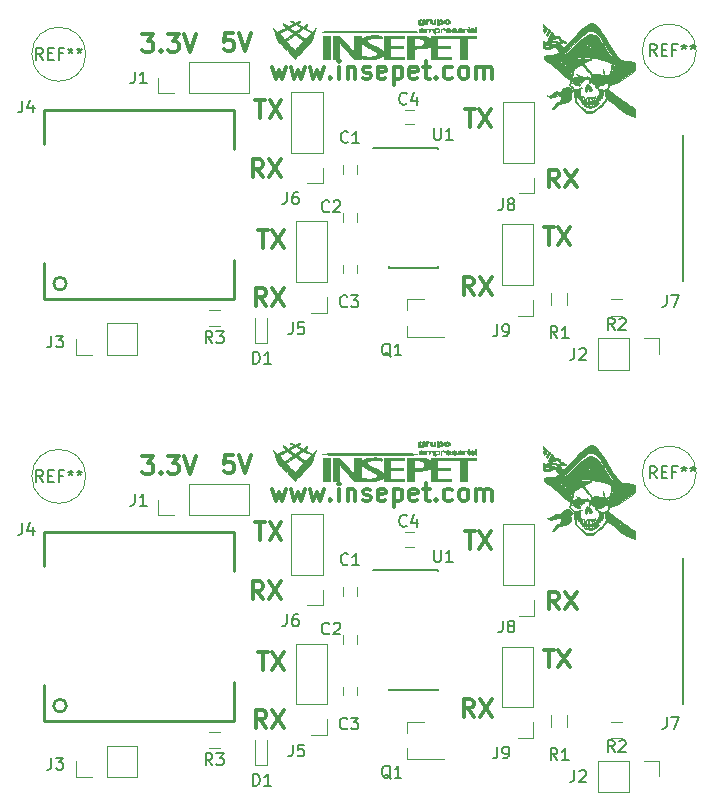
<source format=gbr>
G04 #@! TF.FileFunction,Legend,Top*
%FSLAX46Y46*%
G04 Gerber Fmt 4.6, Leading zero omitted, Abs format (unit mm)*
G04 Created by KiCad (PCBNEW 4.0.6) date 07/05/17 10:03:53*
%MOMM*%
%LPD*%
G01*
G04 APERTURE LIST*
%ADD10C,0.100000*%
%ADD11C,0.300000*%
%ADD12C,0.120000*%
%ADD13C,0.010000*%
%ADD14C,0.250000*%
%ADD15C,0.150000*%
G04 APERTURE END LIST*
D10*
D11*
X54300001Y-78408571D02*
X53800001Y-77694286D01*
X53442858Y-78408571D02*
X53442858Y-76908571D01*
X54014286Y-76908571D01*
X54157144Y-76980000D01*
X54228572Y-77051429D01*
X54300001Y-77194286D01*
X54300001Y-77408571D01*
X54228572Y-77551429D01*
X54157144Y-77622857D01*
X54014286Y-77694286D01*
X53442858Y-77694286D01*
X54800001Y-76908571D02*
X55800001Y-78408571D01*
X55800001Y-76908571D02*
X54800001Y-78408571D01*
X53637143Y-71878571D02*
X54494286Y-71878571D01*
X54065715Y-73378571D02*
X54065715Y-71878571D01*
X54851429Y-71878571D02*
X55851429Y-73378571D01*
X55851429Y-71878571D02*
X54851429Y-73378571D01*
X71397143Y-72668571D02*
X72254286Y-72668571D01*
X71825715Y-74168571D02*
X71825715Y-72668571D01*
X72611429Y-72668571D02*
X73611429Y-74168571D01*
X73611429Y-72668571D02*
X72611429Y-74168571D01*
X78067143Y-82668571D02*
X78924286Y-82668571D01*
X78495715Y-84168571D02*
X78495715Y-82668571D01*
X79281429Y-82668571D02*
X80281429Y-84168571D01*
X80281429Y-82668571D02*
X79281429Y-84168571D01*
X79370001Y-79278571D02*
X78870001Y-78564286D01*
X78512858Y-79278571D02*
X78512858Y-77778571D01*
X79084286Y-77778571D01*
X79227144Y-77850000D01*
X79298572Y-77921429D01*
X79370001Y-78064286D01*
X79370001Y-78278571D01*
X79298572Y-78421429D01*
X79227144Y-78492857D01*
X79084286Y-78564286D01*
X78512858Y-78564286D01*
X79870001Y-77778571D02*
X80870001Y-79278571D01*
X80870001Y-77778571D02*
X79870001Y-79278571D01*
X72150001Y-88358571D02*
X71650001Y-87644286D01*
X71292858Y-88358571D02*
X71292858Y-86858571D01*
X71864286Y-86858571D01*
X72007144Y-86930000D01*
X72078572Y-87001429D01*
X72150001Y-87144286D01*
X72150001Y-87358571D01*
X72078572Y-87501429D01*
X72007144Y-87572857D01*
X71864286Y-87644286D01*
X71292858Y-87644286D01*
X72650001Y-86858571D02*
X73650001Y-88358571D01*
X73650001Y-86858571D02*
X72650001Y-88358571D01*
X51794287Y-66228571D02*
X51080001Y-66228571D01*
X51008572Y-66942857D01*
X51080001Y-66871429D01*
X51222858Y-66800000D01*
X51580001Y-66800000D01*
X51722858Y-66871429D01*
X51794287Y-66942857D01*
X51865715Y-67085714D01*
X51865715Y-67442857D01*
X51794287Y-67585714D01*
X51722858Y-67657143D01*
X51580001Y-67728571D01*
X51222858Y-67728571D01*
X51080001Y-67657143D01*
X51008572Y-67585714D01*
X52294286Y-66228571D02*
X52794286Y-67728571D01*
X53294286Y-66228571D01*
X44095715Y-66308571D02*
X45024286Y-66308571D01*
X44524286Y-66880000D01*
X44738572Y-66880000D01*
X44881429Y-66951429D01*
X44952858Y-67022857D01*
X45024286Y-67165714D01*
X45024286Y-67522857D01*
X44952858Y-67665714D01*
X44881429Y-67737143D01*
X44738572Y-67808571D01*
X44310000Y-67808571D01*
X44167143Y-67737143D01*
X44095715Y-67665714D01*
X45667143Y-67665714D02*
X45738571Y-67737143D01*
X45667143Y-67808571D01*
X45595714Y-67737143D01*
X45667143Y-67665714D01*
X45667143Y-67808571D01*
X46238572Y-66308571D02*
X47167143Y-66308571D01*
X46667143Y-66880000D01*
X46881429Y-66880000D01*
X47024286Y-66951429D01*
X47095715Y-67022857D01*
X47167143Y-67165714D01*
X47167143Y-67522857D01*
X47095715Y-67665714D01*
X47024286Y-67737143D01*
X46881429Y-67808571D01*
X46452857Y-67808571D01*
X46310000Y-67737143D01*
X46238572Y-67665714D01*
X47595714Y-66308571D02*
X48095714Y-67808571D01*
X48595714Y-66308571D01*
X54570001Y-89288571D02*
X54070001Y-88574286D01*
X53712858Y-89288571D02*
X53712858Y-87788571D01*
X54284286Y-87788571D01*
X54427144Y-87860000D01*
X54498572Y-87931429D01*
X54570001Y-88074286D01*
X54570001Y-88288571D01*
X54498572Y-88431429D01*
X54427144Y-88502857D01*
X54284286Y-88574286D01*
X53712858Y-88574286D01*
X55070001Y-87788571D02*
X56070001Y-89288571D01*
X56070001Y-87788571D02*
X55070001Y-89288571D01*
X53847143Y-82898571D02*
X54704286Y-82898571D01*
X54275715Y-84398571D02*
X54275715Y-82898571D01*
X55061429Y-82898571D02*
X56061429Y-84398571D01*
X56061429Y-82898571D02*
X55061429Y-84398571D01*
X44095715Y-30568571D02*
X45024286Y-30568571D01*
X44524286Y-31140000D01*
X44738572Y-31140000D01*
X44881429Y-31211429D01*
X44952858Y-31282857D01*
X45024286Y-31425714D01*
X45024286Y-31782857D01*
X44952858Y-31925714D01*
X44881429Y-31997143D01*
X44738572Y-32068571D01*
X44310000Y-32068571D01*
X44167143Y-31997143D01*
X44095715Y-31925714D01*
X45667143Y-31925714D02*
X45738571Y-31997143D01*
X45667143Y-32068571D01*
X45595714Y-31997143D01*
X45667143Y-31925714D01*
X45667143Y-32068571D01*
X46238572Y-30568571D02*
X47167143Y-30568571D01*
X46667143Y-31140000D01*
X46881429Y-31140000D01*
X47024286Y-31211429D01*
X47095715Y-31282857D01*
X47167143Y-31425714D01*
X47167143Y-31782857D01*
X47095715Y-31925714D01*
X47024286Y-31997143D01*
X46881429Y-32068571D01*
X46452857Y-32068571D01*
X46310000Y-31997143D01*
X46238572Y-31925714D01*
X47595714Y-30568571D02*
X48095714Y-32068571D01*
X48595714Y-30568571D01*
X51794287Y-30488571D02*
X51080001Y-30488571D01*
X51008572Y-31202857D01*
X51080001Y-31131429D01*
X51222858Y-31060000D01*
X51580001Y-31060000D01*
X51722858Y-31131429D01*
X51794287Y-31202857D01*
X51865715Y-31345714D01*
X51865715Y-31702857D01*
X51794287Y-31845714D01*
X51722858Y-31917143D01*
X51580001Y-31988571D01*
X51222858Y-31988571D01*
X51080001Y-31917143D01*
X51008572Y-31845714D01*
X52294286Y-30488571D02*
X52794286Y-31988571D01*
X53294286Y-30488571D01*
X53637143Y-36138571D02*
X54494286Y-36138571D01*
X54065715Y-37638571D02*
X54065715Y-36138571D01*
X54851429Y-36138571D02*
X55851429Y-37638571D01*
X55851429Y-36138571D02*
X54851429Y-37638571D01*
X54300001Y-42668571D02*
X53800001Y-41954286D01*
X53442858Y-42668571D02*
X53442858Y-41168571D01*
X54014286Y-41168571D01*
X54157144Y-41240000D01*
X54228572Y-41311429D01*
X54300001Y-41454286D01*
X54300001Y-41668571D01*
X54228572Y-41811429D01*
X54157144Y-41882857D01*
X54014286Y-41954286D01*
X53442858Y-41954286D01*
X54800001Y-41168571D02*
X55800001Y-42668571D01*
X55800001Y-41168571D02*
X54800001Y-42668571D01*
X53847143Y-47158571D02*
X54704286Y-47158571D01*
X54275715Y-48658571D02*
X54275715Y-47158571D01*
X55061429Y-47158571D02*
X56061429Y-48658571D01*
X56061429Y-47158571D02*
X55061429Y-48658571D01*
X54570001Y-53548571D02*
X54070001Y-52834286D01*
X53712858Y-53548571D02*
X53712858Y-52048571D01*
X54284286Y-52048571D01*
X54427144Y-52120000D01*
X54498572Y-52191429D01*
X54570001Y-52334286D01*
X54570001Y-52548571D01*
X54498572Y-52691429D01*
X54427144Y-52762857D01*
X54284286Y-52834286D01*
X53712858Y-52834286D01*
X55070001Y-52048571D02*
X56070001Y-53548571D01*
X56070001Y-52048571D02*
X55070001Y-53548571D01*
X71397143Y-36928571D02*
X72254286Y-36928571D01*
X71825715Y-38428571D02*
X71825715Y-36928571D01*
X72611429Y-36928571D02*
X73611429Y-38428571D01*
X73611429Y-36928571D02*
X72611429Y-38428571D01*
X79370001Y-43538571D02*
X78870001Y-42824286D01*
X78512858Y-43538571D02*
X78512858Y-42038571D01*
X79084286Y-42038571D01*
X79227144Y-42110000D01*
X79298572Y-42181429D01*
X79370001Y-42324286D01*
X79370001Y-42538571D01*
X79298572Y-42681429D01*
X79227144Y-42752857D01*
X79084286Y-42824286D01*
X78512858Y-42824286D01*
X79870001Y-42038571D02*
X80870001Y-43538571D01*
X80870001Y-42038571D02*
X79870001Y-43538571D01*
X72150001Y-52618571D02*
X71650001Y-51904286D01*
X71292858Y-52618571D02*
X71292858Y-51118571D01*
X71864286Y-51118571D01*
X72007144Y-51190000D01*
X72078572Y-51261429D01*
X72150001Y-51404286D01*
X72150001Y-51618571D01*
X72078572Y-51761429D01*
X72007144Y-51832857D01*
X71864286Y-51904286D01*
X71292858Y-51904286D01*
X72650001Y-51118571D02*
X73650001Y-52618571D01*
X73650001Y-51118571D02*
X72650001Y-52618571D01*
X78067143Y-46928571D02*
X78924286Y-46928571D01*
X78495715Y-48428571D02*
X78495715Y-46928571D01*
X79281429Y-46928571D02*
X80281429Y-48428571D01*
X80281429Y-46928571D02*
X79281429Y-48428571D01*
D12*
X62250000Y-77410000D02*
X62250000Y-78110000D01*
X61050000Y-78110000D02*
X61050000Y-77410000D01*
D13*
G36*
X59996200Y-68426400D02*
X59386003Y-68426400D01*
X59392651Y-67442150D01*
X59399300Y-66457900D01*
X59697750Y-66450743D01*
X59996200Y-66443587D01*
X59996200Y-68426400D01*
X59996200Y-68426400D01*
G37*
X59996200Y-68426400D02*
X59386003Y-68426400D01*
X59392651Y-67442150D01*
X59399300Y-66457900D01*
X59697750Y-66450743D01*
X59996200Y-66443587D01*
X59996200Y-68426400D01*
G36*
X63999947Y-66417566D02*
X64072900Y-66425667D01*
X64326900Y-66457900D01*
X64334875Y-66569237D01*
X64337876Y-66637503D01*
X64329592Y-66666768D01*
X64303788Y-66668583D01*
X64284075Y-66663308D01*
X64207903Y-66649326D01*
X64094670Y-66638751D01*
X63958020Y-66631844D01*
X63811595Y-66628868D01*
X63669038Y-66630085D01*
X63543991Y-66635755D01*
X63450096Y-66646142D01*
X63444319Y-66647188D01*
X63291484Y-66685529D01*
X63187997Y-66734070D01*
X63133269Y-66793685D01*
X63126711Y-66865246D01*
X63167734Y-66949625D01*
X63207273Y-66998412D01*
X63252336Y-67044312D01*
X63302883Y-67085412D01*
X63366986Y-67126277D01*
X63452716Y-67171471D01*
X63568146Y-67225559D01*
X63721347Y-67293105D01*
X63751331Y-67306083D01*
X63994301Y-67418088D01*
X64190671Y-67524374D01*
X64344035Y-67627029D01*
X64430544Y-67700532D01*
X64542800Y-67808092D01*
X64542800Y-66445200D01*
X66219200Y-66445200D01*
X66219200Y-66648400D01*
X65076200Y-66648400D01*
X65076200Y-67308800D01*
X66168400Y-67308800D01*
X66168400Y-67512000D01*
X65076200Y-67512000D01*
X65076200Y-68223200D01*
X66219200Y-68223200D01*
X66219200Y-68426400D01*
X64542800Y-68426400D01*
X64542800Y-68038549D01*
X64493367Y-68101392D01*
X64443603Y-68145537D01*
X64365447Y-68195369D01*
X64296017Y-68230616D01*
X64034780Y-68324633D01*
X63745717Y-68387537D01*
X63442570Y-68417416D01*
X63139080Y-68412359D01*
X63050581Y-68403809D01*
X62898316Y-68386128D01*
X62789692Y-68372219D01*
X62717978Y-68359295D01*
X62676440Y-68344569D01*
X62658346Y-68325254D01*
X62656963Y-68298561D01*
X62665559Y-68261705D01*
X62669626Y-68246092D01*
X62690391Y-68183882D01*
X62711553Y-68149433D01*
X62717078Y-68147000D01*
X62750469Y-68151122D01*
X62821526Y-68162179D01*
X62917904Y-68178207D01*
X62974338Y-68187925D01*
X63199456Y-68214031D01*
X63410356Y-68213103D01*
X63599332Y-68186277D01*
X63758681Y-68134689D01*
X63880697Y-68059476D01*
X63887821Y-68053193D01*
X63928815Y-67985678D01*
X63927426Y-67904647D01*
X63885145Y-67822193D01*
X63855373Y-67789881D01*
X63809897Y-67756991D01*
X63726769Y-67706160D01*
X63613924Y-67641866D01*
X63479294Y-67568589D01*
X63330814Y-67490809D01*
X63277189Y-67463426D01*
X63123301Y-67383673D01*
X62978283Y-67305350D01*
X62850663Y-67233308D01*
X62748969Y-67172400D01*
X62681729Y-67127476D01*
X62669215Y-67117556D01*
X62561600Y-67025441D01*
X62561600Y-68426400D01*
X62288550Y-68424783D01*
X62015500Y-68423167D01*
X60770900Y-66984147D01*
X60764160Y-67705273D01*
X60757420Y-68426400D01*
X60198803Y-68426400D01*
X60205451Y-67442150D01*
X60212100Y-66457900D01*
X60748040Y-66443584D01*
X62015500Y-67838016D01*
X62022251Y-67141608D01*
X62029003Y-66445199D01*
X62295301Y-66445199D01*
X62561600Y-66445200D01*
X62561600Y-66751978D01*
X62618750Y-66696901D01*
X62734713Y-66613197D01*
X62891926Y-66541457D01*
X63081908Y-66483262D01*
X63296180Y-66440194D01*
X63526263Y-66413834D01*
X63763679Y-66405764D01*
X63999947Y-66417566D01*
X63999947Y-66417566D01*
G37*
X63999947Y-66417566D02*
X64072900Y-66425667D01*
X64326900Y-66457900D01*
X64334875Y-66569237D01*
X64337876Y-66637503D01*
X64329592Y-66666768D01*
X64303788Y-66668583D01*
X64284075Y-66663308D01*
X64207903Y-66649326D01*
X64094670Y-66638751D01*
X63958020Y-66631844D01*
X63811595Y-66628868D01*
X63669038Y-66630085D01*
X63543991Y-66635755D01*
X63450096Y-66646142D01*
X63444319Y-66647188D01*
X63291484Y-66685529D01*
X63187997Y-66734070D01*
X63133269Y-66793685D01*
X63126711Y-66865246D01*
X63167734Y-66949625D01*
X63207273Y-66998412D01*
X63252336Y-67044312D01*
X63302883Y-67085412D01*
X63366986Y-67126277D01*
X63452716Y-67171471D01*
X63568146Y-67225559D01*
X63721347Y-67293105D01*
X63751331Y-67306083D01*
X63994301Y-67418088D01*
X64190671Y-67524374D01*
X64344035Y-67627029D01*
X64430544Y-67700532D01*
X64542800Y-67808092D01*
X64542800Y-66445200D01*
X66219200Y-66445200D01*
X66219200Y-66648400D01*
X65076200Y-66648400D01*
X65076200Y-67308800D01*
X66168400Y-67308800D01*
X66168400Y-67512000D01*
X65076200Y-67512000D01*
X65076200Y-68223200D01*
X66219200Y-68223200D01*
X66219200Y-68426400D01*
X64542800Y-68426400D01*
X64542800Y-68038549D01*
X64493367Y-68101392D01*
X64443603Y-68145537D01*
X64365447Y-68195369D01*
X64296017Y-68230616D01*
X64034780Y-68324633D01*
X63745717Y-68387537D01*
X63442570Y-68417416D01*
X63139080Y-68412359D01*
X63050581Y-68403809D01*
X62898316Y-68386128D01*
X62789692Y-68372219D01*
X62717978Y-68359295D01*
X62676440Y-68344569D01*
X62658346Y-68325254D01*
X62656963Y-68298561D01*
X62665559Y-68261705D01*
X62669626Y-68246092D01*
X62690391Y-68183882D01*
X62711553Y-68149433D01*
X62717078Y-68147000D01*
X62750469Y-68151122D01*
X62821526Y-68162179D01*
X62917904Y-68178207D01*
X62974338Y-68187925D01*
X63199456Y-68214031D01*
X63410356Y-68213103D01*
X63599332Y-68186277D01*
X63758681Y-68134689D01*
X63880697Y-68059476D01*
X63887821Y-68053193D01*
X63928815Y-67985678D01*
X63927426Y-67904647D01*
X63885145Y-67822193D01*
X63855373Y-67789881D01*
X63809897Y-67756991D01*
X63726769Y-67706160D01*
X63613924Y-67641866D01*
X63479294Y-67568589D01*
X63330814Y-67490809D01*
X63277189Y-67463426D01*
X63123301Y-67383673D01*
X62978283Y-67305350D01*
X62850663Y-67233308D01*
X62748969Y-67172400D01*
X62681729Y-67127476D01*
X62669215Y-67117556D01*
X62561600Y-67025441D01*
X62561600Y-68426400D01*
X62288550Y-68424783D01*
X62015500Y-68423167D01*
X60770900Y-66984147D01*
X60764160Y-67705273D01*
X60757420Y-68426400D01*
X60198803Y-68426400D01*
X60205451Y-67442150D01*
X60212100Y-66457900D01*
X60748040Y-66443584D01*
X62015500Y-67838016D01*
X62022251Y-67141608D01*
X62029003Y-66445199D01*
X62295301Y-66445199D01*
X62561600Y-66445200D01*
X62561600Y-66751978D01*
X62618750Y-66696901D01*
X62734713Y-66613197D01*
X62891926Y-66541457D01*
X63081908Y-66483262D01*
X63296180Y-66440194D01*
X63526263Y-66413834D01*
X63763679Y-66405764D01*
X63999947Y-66417566D01*
G36*
X67228850Y-66451059D02*
X67448370Y-66454325D01*
X67623793Y-66457744D01*
X67761818Y-66461792D01*
X67869146Y-66466945D01*
X67952478Y-66473680D01*
X68018515Y-66482474D01*
X68073956Y-66493801D01*
X68125504Y-66508138D01*
X68152204Y-66516681D01*
X68254573Y-66555293D01*
X68351729Y-66600007D01*
X68412554Y-66634798D01*
X68505200Y-66697669D01*
X68505200Y-66445200D01*
X72315200Y-66445200D01*
X72315200Y-66648400D01*
X71578600Y-66648400D01*
X71578600Y-68426400D01*
X70969000Y-68426400D01*
X70969000Y-66648400D01*
X69038600Y-66648400D01*
X69038600Y-67308800D01*
X70130800Y-67308800D01*
X70130800Y-67512000D01*
X69038600Y-67512000D01*
X69038600Y-68223200D01*
X70181600Y-68223200D01*
X70181600Y-68426400D01*
X68505200Y-68426400D01*
X68505200Y-67282965D01*
X68368473Y-67360129D01*
X68240174Y-67420599D01*
X68093439Y-67465575D01*
X67920369Y-67496478D01*
X67713068Y-67514727D01*
X67470153Y-67521696D01*
X67082807Y-67524700D01*
X67082803Y-67975550D01*
X67082800Y-68426400D01*
X66473200Y-68426400D01*
X66473200Y-66623000D01*
X67082800Y-66623000D01*
X67082800Y-67340858D01*
X67345173Y-67329189D01*
X67488648Y-67319721D01*
X67594939Y-67304541D01*
X67677551Y-67281263D01*
X67720377Y-67262900D01*
X67827646Y-67189392D01*
X67896524Y-67094933D01*
X67920905Y-66987910D01*
X67920905Y-66987380D01*
X67899594Y-66892261D01*
X67844704Y-66798403D01*
X67769447Y-66726843D01*
X67750160Y-66715499D01*
X67658867Y-66681523D01*
X67534016Y-66652774D01*
X67392801Y-66632313D01*
X67252418Y-66623200D01*
X67230535Y-66623000D01*
X67082800Y-66623000D01*
X66473200Y-66623000D01*
X66473200Y-66440683D01*
X67228850Y-66451059D01*
X67228850Y-66451059D01*
G37*
X67228850Y-66451059D02*
X67448370Y-66454325D01*
X67623793Y-66457744D01*
X67761818Y-66461792D01*
X67869146Y-66466945D01*
X67952478Y-66473680D01*
X68018515Y-66482474D01*
X68073956Y-66493801D01*
X68125504Y-66508138D01*
X68152204Y-66516681D01*
X68254573Y-66555293D01*
X68351729Y-66600007D01*
X68412554Y-66634798D01*
X68505200Y-66697669D01*
X68505200Y-66445200D01*
X72315200Y-66445200D01*
X72315200Y-66648400D01*
X71578600Y-66648400D01*
X71578600Y-68426400D01*
X70969000Y-68426400D01*
X70969000Y-66648400D01*
X69038600Y-66648400D01*
X69038600Y-67308800D01*
X70130800Y-67308800D01*
X70130800Y-67512000D01*
X69038600Y-67512000D01*
X69038600Y-68223200D01*
X70181600Y-68223200D01*
X70181600Y-68426400D01*
X68505200Y-68426400D01*
X68505200Y-67282965D01*
X68368473Y-67360129D01*
X68240174Y-67420599D01*
X68093439Y-67465575D01*
X67920369Y-67496478D01*
X67713068Y-67514727D01*
X67470153Y-67521696D01*
X67082807Y-67524700D01*
X67082803Y-67975550D01*
X67082800Y-68426400D01*
X66473200Y-68426400D01*
X66473200Y-66623000D01*
X67082800Y-66623000D01*
X67082800Y-67340858D01*
X67345173Y-67329189D01*
X67488648Y-67319721D01*
X67594939Y-67304541D01*
X67677551Y-67281263D01*
X67720377Y-67262900D01*
X67827646Y-67189392D01*
X67896524Y-67094933D01*
X67920905Y-66987910D01*
X67920905Y-66987380D01*
X67899594Y-66892261D01*
X67844704Y-66798403D01*
X67769447Y-66726843D01*
X67750160Y-66715499D01*
X67658867Y-66681523D01*
X67534016Y-66652774D01*
X67392801Y-66632313D01*
X67252418Y-66623200D01*
X67230535Y-66623000D01*
X67082800Y-66623000D01*
X66473200Y-66623000D01*
X66473200Y-66440683D01*
X67228850Y-66451059D01*
G36*
X56705786Y-65165626D02*
X56754273Y-65185279D01*
X56827690Y-65227985D01*
X56863648Y-65250369D01*
X57029577Y-65354406D01*
X57202919Y-65254467D01*
X57285904Y-65209321D01*
X57351298Y-65178779D01*
X57387623Y-65168057D01*
X57390830Y-65169097D01*
X57401507Y-65202732D01*
X57405400Y-65255117D01*
X57396271Y-65305645D01*
X57360919Y-65344768D01*
X57299997Y-65380340D01*
X57194594Y-65434112D01*
X57431209Y-65559093D01*
X57667825Y-65684074D01*
X57813867Y-65569337D01*
X57888843Y-65513216D01*
X57950219Y-65472332D01*
X57985772Y-65454763D01*
X57987454Y-65454599D01*
X58007053Y-65476599D01*
X58015000Y-65528168D01*
X57998027Y-65595815D01*
X57942178Y-65665019D01*
X57923432Y-65682134D01*
X57871994Y-65730315D01*
X57843241Y-65763245D01*
X57840882Y-65770772D01*
X57865688Y-65784537D01*
X57927374Y-65816505D01*
X58017328Y-65862272D01*
X58126941Y-65917434D01*
X58157253Y-65932599D01*
X58464607Y-66086185D01*
X58600265Y-65948821D01*
X58665625Y-65884446D01*
X58715868Y-65838356D01*
X58741854Y-65818850D01*
X58743350Y-65818883D01*
X58737601Y-65843949D01*
X58717395Y-65910087D01*
X58684982Y-66010394D01*
X58642609Y-66137968D01*
X58592527Y-66285906D01*
X58565460Y-66364881D01*
X58504086Y-66541977D01*
X58455388Y-66678120D01*
X58416057Y-66780574D01*
X58382781Y-66856607D01*
X58352251Y-66913482D01*
X58321155Y-66958467D01*
X58286183Y-66998825D01*
X58267992Y-67017726D01*
X58204873Y-67075372D01*
X58151924Y-67111947D01*
X58123520Y-67119597D01*
X58097606Y-67129404D01*
X58091200Y-67165832D01*
X58071962Y-67216926D01*
X58015844Y-67296917D01*
X57925240Y-67402480D01*
X57904800Y-67424643D01*
X57718401Y-67624816D01*
X57650800Y-67580522D01*
X57583200Y-67536228D01*
X57583200Y-67660747D01*
X57582265Y-67708175D01*
X57576086Y-67747815D01*
X57559601Y-67787201D01*
X57527750Y-67833872D01*
X57475469Y-67895363D01*
X57397698Y-67979212D01*
X57301331Y-68080433D01*
X57205111Y-68180096D01*
X57120915Y-68265236D01*
X57054999Y-68329690D01*
X57013620Y-68367294D01*
X57002881Y-68374421D01*
X56980694Y-68356508D01*
X56929948Y-68307723D01*
X56856829Y-68234254D01*
X56767525Y-68142284D01*
X56700550Y-68072165D01*
X56594533Y-67959953D01*
X56518624Y-67877070D01*
X56467798Y-67816151D01*
X56437029Y-67769833D01*
X56421291Y-67730752D01*
X56415559Y-67691545D01*
X56414800Y-67653483D01*
X56414800Y-67535879D01*
X56340186Y-67591043D01*
X56265572Y-67646208D01*
X56074520Y-67445754D01*
X55980563Y-67343109D01*
X55920472Y-67266725D01*
X55889477Y-67209877D01*
X55882434Y-67174966D01*
X55875404Y-67125519D01*
X55848000Y-67113875D01*
X55824250Y-67117986D01*
X55786712Y-67117100D01*
X55743490Y-67092390D01*
X55685341Y-67037267D01*
X55637909Y-66985120D01*
X55595106Y-66935133D01*
X55574844Y-66908150D01*
X56238628Y-66908150D01*
X56598699Y-67286275D01*
X56707825Y-67399998D01*
X56805402Y-67500029D01*
X56885960Y-67580893D01*
X56944025Y-67637115D01*
X56974125Y-67663220D01*
X56976663Y-67664400D01*
X56998575Y-67646745D01*
X57049972Y-67597310D01*
X57125610Y-67521390D01*
X57220245Y-67424279D01*
X57328634Y-67311272D01*
X57380062Y-67257105D01*
X57765567Y-66849810D01*
X57401333Y-66596470D01*
X57281301Y-66514648D01*
X57174640Y-66445080D01*
X57088641Y-66392271D01*
X57030594Y-66360726D01*
X57008814Y-66353938D01*
X56980055Y-66371824D01*
X56917520Y-66414872D01*
X56828299Y-66478065D01*
X56719480Y-66556387D01*
X56609578Y-66636448D01*
X56238628Y-66908150D01*
X55574844Y-66908150D01*
X55559537Y-66887767D01*
X55527789Y-66835432D01*
X55496447Y-66770538D01*
X55462099Y-66685494D01*
X55421330Y-66572711D01*
X55370727Y-66424598D01*
X55326858Y-66293533D01*
X55309065Y-66240173D01*
X55671611Y-66240173D01*
X55680824Y-66264010D01*
X55719585Y-66317008D01*
X55782050Y-66391886D01*
X55862372Y-66481364D01*
X55883447Y-66503978D01*
X56114572Y-66750240D01*
X56296436Y-66621067D01*
X56410951Y-66539887D01*
X56540091Y-66448576D01*
X56656902Y-66366190D01*
X56662450Y-66362285D01*
X56744325Y-66303102D01*
X56807345Y-66254583D01*
X56842093Y-66224115D01*
X56845998Y-66218287D01*
X56836020Y-66208767D01*
X57196036Y-66208767D01*
X57548368Y-66452406D01*
X57900700Y-66696044D01*
X58134399Y-66449972D01*
X58220092Y-66357541D01*
X58290630Y-66277241D01*
X58339712Y-66216569D01*
X58361040Y-66183018D01*
X58361359Y-66179931D01*
X58337536Y-66160139D01*
X58276740Y-66122225D01*
X58187296Y-66071059D01*
X58077529Y-66011511D01*
X58036810Y-65990091D01*
X57718999Y-65824219D01*
X57517749Y-65970074D01*
X57423533Y-66038638D01*
X57338625Y-66100928D01*
X57275737Y-66147597D01*
X57256268Y-66162348D01*
X57196036Y-66208767D01*
X56836020Y-66208767D01*
X56825857Y-66199071D01*
X56772899Y-66159861D01*
X56697459Y-66107475D01*
X56609866Y-66048733D01*
X56520453Y-65990454D01*
X56439551Y-65939457D01*
X56377492Y-65902562D01*
X56344608Y-65886587D01*
X56343161Y-65886400D01*
X56314813Y-65897724D01*
X56251795Y-65928221D01*
X56164002Y-65972678D01*
X56061329Y-66025884D01*
X55953670Y-66082625D01*
X55850920Y-66137689D01*
X55762973Y-66185864D01*
X55699725Y-66221937D01*
X55671611Y-66240173D01*
X55309065Y-66240173D01*
X55144996Y-65748166D01*
X55513100Y-66112818D01*
X55854662Y-65948029D01*
X55975146Y-65889485D01*
X56078726Y-65838366D01*
X56157060Y-65798851D01*
X56201805Y-65775119D01*
X56208848Y-65770618D01*
X56199467Y-65750610D01*
X56524849Y-65750610D01*
X56554630Y-65773127D01*
X56614404Y-65814998D01*
X56693928Y-65869363D01*
X56782959Y-65929361D01*
X56871254Y-65988134D01*
X56948571Y-66038821D01*
X57004666Y-66074562D01*
X57029297Y-66088497D01*
X57029377Y-66088505D01*
X57055974Y-66075110D01*
X57114819Y-66037913D01*
X57196926Y-65982781D01*
X57283377Y-65922615D01*
X57377897Y-65854726D01*
X57455646Y-65796800D01*
X57508010Y-65755393D01*
X57526309Y-65737687D01*
X57508010Y-65719352D01*
X57453352Y-65683644D01*
X57371318Y-65636098D01*
X57292510Y-65593521D01*
X57052101Y-65467300D01*
X56786350Y-65606982D01*
X56683439Y-65661562D01*
X56599821Y-65706841D01*
X56544094Y-65738100D01*
X56524849Y-65750610D01*
X56199467Y-65750610D01*
X56198633Y-65748833D01*
X56158517Y-65707458D01*
X56127635Y-65680648D01*
X56068669Y-65625593D01*
X56041233Y-65574506D01*
X56033878Y-65504266D01*
X56033800Y-65491147D01*
X56033800Y-65378992D01*
X56213005Y-65517454D01*
X56392211Y-65655916D01*
X56524155Y-65596850D01*
X56663859Y-65532822D01*
X56775783Y-65478500D01*
X56854296Y-65436778D01*
X56893769Y-65410548D01*
X56897366Y-65405088D01*
X56876677Y-65387171D01*
X56822098Y-65352782D01*
X56744803Y-65308896D01*
X56733026Y-65302511D01*
X56649452Y-65256782D01*
X56604813Y-65228061D01*
X56593326Y-65209256D01*
X56609209Y-65193276D01*
X56633221Y-65180127D01*
X56669633Y-65165189D01*
X56705786Y-65165626D01*
X56705786Y-65165626D01*
G37*
X56705786Y-65165626D02*
X56754273Y-65185279D01*
X56827690Y-65227985D01*
X56863648Y-65250369D01*
X57029577Y-65354406D01*
X57202919Y-65254467D01*
X57285904Y-65209321D01*
X57351298Y-65178779D01*
X57387623Y-65168057D01*
X57390830Y-65169097D01*
X57401507Y-65202732D01*
X57405400Y-65255117D01*
X57396271Y-65305645D01*
X57360919Y-65344768D01*
X57299997Y-65380340D01*
X57194594Y-65434112D01*
X57431209Y-65559093D01*
X57667825Y-65684074D01*
X57813867Y-65569337D01*
X57888843Y-65513216D01*
X57950219Y-65472332D01*
X57985772Y-65454763D01*
X57987454Y-65454599D01*
X58007053Y-65476599D01*
X58015000Y-65528168D01*
X57998027Y-65595815D01*
X57942178Y-65665019D01*
X57923432Y-65682134D01*
X57871994Y-65730315D01*
X57843241Y-65763245D01*
X57840882Y-65770772D01*
X57865688Y-65784537D01*
X57927374Y-65816505D01*
X58017328Y-65862272D01*
X58126941Y-65917434D01*
X58157253Y-65932599D01*
X58464607Y-66086185D01*
X58600265Y-65948821D01*
X58665625Y-65884446D01*
X58715868Y-65838356D01*
X58741854Y-65818850D01*
X58743350Y-65818883D01*
X58737601Y-65843949D01*
X58717395Y-65910087D01*
X58684982Y-66010394D01*
X58642609Y-66137968D01*
X58592527Y-66285906D01*
X58565460Y-66364881D01*
X58504086Y-66541977D01*
X58455388Y-66678120D01*
X58416057Y-66780574D01*
X58382781Y-66856607D01*
X58352251Y-66913482D01*
X58321155Y-66958467D01*
X58286183Y-66998825D01*
X58267992Y-67017726D01*
X58204873Y-67075372D01*
X58151924Y-67111947D01*
X58123520Y-67119597D01*
X58097606Y-67129404D01*
X58091200Y-67165832D01*
X58071962Y-67216926D01*
X58015844Y-67296917D01*
X57925240Y-67402480D01*
X57904800Y-67424643D01*
X57718401Y-67624816D01*
X57650800Y-67580522D01*
X57583200Y-67536228D01*
X57583200Y-67660747D01*
X57582265Y-67708175D01*
X57576086Y-67747815D01*
X57559601Y-67787201D01*
X57527750Y-67833872D01*
X57475469Y-67895363D01*
X57397698Y-67979212D01*
X57301331Y-68080433D01*
X57205111Y-68180096D01*
X57120915Y-68265236D01*
X57054999Y-68329690D01*
X57013620Y-68367294D01*
X57002881Y-68374421D01*
X56980694Y-68356508D01*
X56929948Y-68307723D01*
X56856829Y-68234254D01*
X56767525Y-68142284D01*
X56700550Y-68072165D01*
X56594533Y-67959953D01*
X56518624Y-67877070D01*
X56467798Y-67816151D01*
X56437029Y-67769833D01*
X56421291Y-67730752D01*
X56415559Y-67691545D01*
X56414800Y-67653483D01*
X56414800Y-67535879D01*
X56340186Y-67591043D01*
X56265572Y-67646208D01*
X56074520Y-67445754D01*
X55980563Y-67343109D01*
X55920472Y-67266725D01*
X55889477Y-67209877D01*
X55882434Y-67174966D01*
X55875404Y-67125519D01*
X55848000Y-67113875D01*
X55824250Y-67117986D01*
X55786712Y-67117100D01*
X55743490Y-67092390D01*
X55685341Y-67037267D01*
X55637909Y-66985120D01*
X55595106Y-66935133D01*
X55574844Y-66908150D01*
X56238628Y-66908150D01*
X56598699Y-67286275D01*
X56707825Y-67399998D01*
X56805402Y-67500029D01*
X56885960Y-67580893D01*
X56944025Y-67637115D01*
X56974125Y-67663220D01*
X56976663Y-67664400D01*
X56998575Y-67646745D01*
X57049972Y-67597310D01*
X57125610Y-67521390D01*
X57220245Y-67424279D01*
X57328634Y-67311272D01*
X57380062Y-67257105D01*
X57765567Y-66849810D01*
X57401333Y-66596470D01*
X57281301Y-66514648D01*
X57174640Y-66445080D01*
X57088641Y-66392271D01*
X57030594Y-66360726D01*
X57008814Y-66353938D01*
X56980055Y-66371824D01*
X56917520Y-66414872D01*
X56828299Y-66478065D01*
X56719480Y-66556387D01*
X56609578Y-66636448D01*
X56238628Y-66908150D01*
X55574844Y-66908150D01*
X55559537Y-66887767D01*
X55527789Y-66835432D01*
X55496447Y-66770538D01*
X55462099Y-66685494D01*
X55421330Y-66572711D01*
X55370727Y-66424598D01*
X55326858Y-66293533D01*
X55309065Y-66240173D01*
X55671611Y-66240173D01*
X55680824Y-66264010D01*
X55719585Y-66317008D01*
X55782050Y-66391886D01*
X55862372Y-66481364D01*
X55883447Y-66503978D01*
X56114572Y-66750240D01*
X56296436Y-66621067D01*
X56410951Y-66539887D01*
X56540091Y-66448576D01*
X56656902Y-66366190D01*
X56662450Y-66362285D01*
X56744325Y-66303102D01*
X56807345Y-66254583D01*
X56842093Y-66224115D01*
X56845998Y-66218287D01*
X56836020Y-66208767D01*
X57196036Y-66208767D01*
X57548368Y-66452406D01*
X57900700Y-66696044D01*
X58134399Y-66449972D01*
X58220092Y-66357541D01*
X58290630Y-66277241D01*
X58339712Y-66216569D01*
X58361040Y-66183018D01*
X58361359Y-66179931D01*
X58337536Y-66160139D01*
X58276740Y-66122225D01*
X58187296Y-66071059D01*
X58077529Y-66011511D01*
X58036810Y-65990091D01*
X57718999Y-65824219D01*
X57517749Y-65970074D01*
X57423533Y-66038638D01*
X57338625Y-66100928D01*
X57275737Y-66147597D01*
X57256268Y-66162348D01*
X57196036Y-66208767D01*
X56836020Y-66208767D01*
X56825857Y-66199071D01*
X56772899Y-66159861D01*
X56697459Y-66107475D01*
X56609866Y-66048733D01*
X56520453Y-65990454D01*
X56439551Y-65939457D01*
X56377492Y-65902562D01*
X56344608Y-65886587D01*
X56343161Y-65886400D01*
X56314813Y-65897724D01*
X56251795Y-65928221D01*
X56164002Y-65972678D01*
X56061329Y-66025884D01*
X55953670Y-66082625D01*
X55850920Y-66137689D01*
X55762973Y-66185864D01*
X55699725Y-66221937D01*
X55671611Y-66240173D01*
X55309065Y-66240173D01*
X55144996Y-65748166D01*
X55513100Y-66112818D01*
X55854662Y-65948029D01*
X55975146Y-65889485D01*
X56078726Y-65838366D01*
X56157060Y-65798851D01*
X56201805Y-65775119D01*
X56208848Y-65770618D01*
X56199467Y-65750610D01*
X56524849Y-65750610D01*
X56554630Y-65773127D01*
X56614404Y-65814998D01*
X56693928Y-65869363D01*
X56782959Y-65929361D01*
X56871254Y-65988134D01*
X56948571Y-66038821D01*
X57004666Y-66074562D01*
X57029297Y-66088497D01*
X57029377Y-66088505D01*
X57055974Y-66075110D01*
X57114819Y-66037913D01*
X57196926Y-65982781D01*
X57283377Y-65922615D01*
X57377897Y-65854726D01*
X57455646Y-65796800D01*
X57508010Y-65755393D01*
X57526309Y-65737687D01*
X57508010Y-65719352D01*
X57453352Y-65683644D01*
X57371318Y-65636098D01*
X57292510Y-65593521D01*
X57052101Y-65467300D01*
X56786350Y-65606982D01*
X56683439Y-65661562D01*
X56599821Y-65706841D01*
X56544094Y-65738100D01*
X56524849Y-65750610D01*
X56199467Y-65750610D01*
X56198633Y-65748833D01*
X56158517Y-65707458D01*
X56127635Y-65680648D01*
X56068669Y-65625593D01*
X56041233Y-65574506D01*
X56033878Y-65504266D01*
X56033800Y-65491147D01*
X56033800Y-65378992D01*
X56213005Y-65517454D01*
X56392211Y-65655916D01*
X56524155Y-65596850D01*
X56663859Y-65532822D01*
X56775783Y-65478500D01*
X56854296Y-65436778D01*
X56893769Y-65410548D01*
X56897366Y-65405088D01*
X56876677Y-65387171D01*
X56822098Y-65352782D01*
X56744803Y-65308896D01*
X56733026Y-65302511D01*
X56649452Y-65256782D01*
X56604813Y-65228061D01*
X56593326Y-65209256D01*
X56609209Y-65193276D01*
X56633221Y-65180127D01*
X56669633Y-65165189D01*
X56705786Y-65165626D01*
G36*
X69161520Y-65840325D02*
X69219851Y-65891565D01*
X69241237Y-65973567D01*
X69241411Y-65984760D01*
X69234655Y-66069620D01*
X69208738Y-66120467D01*
X69153859Y-66145517D01*
X69060216Y-66152987D01*
X69040600Y-66153100D01*
X68955741Y-66154693D01*
X68909137Y-66162691D01*
X68888270Y-66181918D01*
X68880924Y-66214641D01*
X68863565Y-66265969D01*
X68841750Y-66286607D01*
X68825797Y-66278342D01*
X68815833Y-66236653D01*
X68810926Y-66155170D01*
X68810000Y-66069769D01*
X68810000Y-65992216D01*
X68891143Y-65992216D01*
X68891831Y-66058575D01*
X68912031Y-66090343D01*
X68929243Y-66097220D01*
X69035896Y-66111280D01*
X69123001Y-66096697D01*
X69150224Y-66081997D01*
X69185303Y-66026065D01*
X69186829Y-65974047D01*
X69179117Y-65931156D01*
X69159739Y-65908847D01*
X69115409Y-65900401D01*
X69038600Y-65899100D01*
X68898900Y-65899100D01*
X68891143Y-65992216D01*
X68810000Y-65992216D01*
X68810000Y-65842504D01*
X68926799Y-65826495D01*
X69064438Y-65818938D01*
X69161520Y-65840325D01*
X69161520Y-65840325D01*
G37*
X69161520Y-65840325D02*
X69219851Y-65891565D01*
X69241237Y-65973567D01*
X69241411Y-65984760D01*
X69234655Y-66069620D01*
X69208738Y-66120467D01*
X69153859Y-66145517D01*
X69060216Y-66152987D01*
X69040600Y-66153100D01*
X68955741Y-66154693D01*
X68909137Y-66162691D01*
X68888270Y-66181918D01*
X68880924Y-66214641D01*
X68863565Y-66265969D01*
X68841750Y-66286607D01*
X68825797Y-66278342D01*
X68815833Y-66236653D01*
X68810926Y-66155170D01*
X68810000Y-66069769D01*
X68810000Y-65992216D01*
X68891143Y-65992216D01*
X68891831Y-66058575D01*
X68912031Y-66090343D01*
X68929243Y-66097220D01*
X69035896Y-66111280D01*
X69123001Y-66096697D01*
X69150224Y-66081997D01*
X69185303Y-66026065D01*
X69186829Y-65974047D01*
X69179117Y-65931156D01*
X69159739Y-65908847D01*
X69115409Y-65900401D01*
X69038600Y-65899100D01*
X68898900Y-65899100D01*
X68891143Y-65992216D01*
X68810000Y-65992216D01*
X68810000Y-65842504D01*
X68926799Y-65826495D01*
X69064438Y-65818938D01*
X69161520Y-65840325D01*
G36*
X63863415Y-66064206D02*
X64342068Y-66064245D01*
X64774595Y-66064345D01*
X65163333Y-66064538D01*
X65510618Y-66064852D01*
X65818789Y-66065317D01*
X66090181Y-66065963D01*
X66327131Y-66066820D01*
X66531978Y-66067917D01*
X66707057Y-66069283D01*
X66854706Y-66070949D01*
X66977261Y-66072944D01*
X67077059Y-66075298D01*
X67156439Y-66078041D01*
X67217735Y-66081202D01*
X67263286Y-66084811D01*
X67295428Y-66088897D01*
X67316499Y-66093490D01*
X67328835Y-66098621D01*
X67334773Y-66104318D01*
X67336650Y-66110611D01*
X67336800Y-66115000D01*
X67336302Y-66121693D01*
X67333250Y-66127771D01*
X67325307Y-66133264D01*
X67310137Y-66138200D01*
X67285402Y-66142610D01*
X67248765Y-66146523D01*
X67197890Y-66149969D01*
X67130439Y-66152978D01*
X67044076Y-66155580D01*
X66936463Y-66157803D01*
X66805264Y-66159678D01*
X66648141Y-66161234D01*
X66462758Y-66162501D01*
X66246778Y-66163509D01*
X65997863Y-66164288D01*
X65713678Y-66164866D01*
X65391884Y-66165274D01*
X65030144Y-66165542D01*
X64626123Y-66165698D01*
X64177483Y-66165774D01*
X63681886Y-66165798D01*
X63336300Y-66165800D01*
X62809184Y-66165793D01*
X62330531Y-66165754D01*
X61898004Y-66165654D01*
X61509266Y-66165461D01*
X61161981Y-66165147D01*
X60853810Y-66164682D01*
X60582418Y-66164036D01*
X60345468Y-66163179D01*
X60140621Y-66162082D01*
X59965542Y-66160716D01*
X59817893Y-66159050D01*
X59695338Y-66157055D01*
X59595540Y-66154701D01*
X59516160Y-66151958D01*
X59454864Y-66148797D01*
X59409313Y-66145188D01*
X59377171Y-66141102D01*
X59356100Y-66136509D01*
X59343764Y-66131378D01*
X59337826Y-66125681D01*
X59335949Y-66119388D01*
X59335800Y-66115000D01*
X59336297Y-66108306D01*
X59339349Y-66102228D01*
X59347292Y-66096735D01*
X59362462Y-66091799D01*
X59387197Y-66087389D01*
X59423834Y-66083476D01*
X59474709Y-66080030D01*
X59542160Y-66077021D01*
X59628523Y-66074419D01*
X59736136Y-66072196D01*
X59867335Y-66070321D01*
X60024458Y-66068765D01*
X60209841Y-66067498D01*
X60425821Y-66066490D01*
X60674736Y-66065711D01*
X60958921Y-66065133D01*
X61280715Y-66064725D01*
X61642455Y-66064457D01*
X62046476Y-66064301D01*
X62495116Y-66064225D01*
X62990713Y-66064201D01*
X63336300Y-66064200D01*
X63863415Y-66064206D01*
X63863415Y-66064206D01*
G37*
X63863415Y-66064206D02*
X64342068Y-66064245D01*
X64774595Y-66064345D01*
X65163333Y-66064538D01*
X65510618Y-66064852D01*
X65818789Y-66065317D01*
X66090181Y-66065963D01*
X66327131Y-66066820D01*
X66531978Y-66067917D01*
X66707057Y-66069283D01*
X66854706Y-66070949D01*
X66977261Y-66072944D01*
X67077059Y-66075298D01*
X67156439Y-66078041D01*
X67217735Y-66081202D01*
X67263286Y-66084811D01*
X67295428Y-66088897D01*
X67316499Y-66093490D01*
X67328835Y-66098621D01*
X67334773Y-66104318D01*
X67336650Y-66110611D01*
X67336800Y-66115000D01*
X67336302Y-66121693D01*
X67333250Y-66127771D01*
X67325307Y-66133264D01*
X67310137Y-66138200D01*
X67285402Y-66142610D01*
X67248765Y-66146523D01*
X67197890Y-66149969D01*
X67130439Y-66152978D01*
X67044076Y-66155580D01*
X66936463Y-66157803D01*
X66805264Y-66159678D01*
X66648141Y-66161234D01*
X66462758Y-66162501D01*
X66246778Y-66163509D01*
X65997863Y-66164288D01*
X65713678Y-66164866D01*
X65391884Y-66165274D01*
X65030144Y-66165542D01*
X64626123Y-66165698D01*
X64177483Y-66165774D01*
X63681886Y-66165798D01*
X63336300Y-66165800D01*
X62809184Y-66165793D01*
X62330531Y-66165754D01*
X61898004Y-66165654D01*
X61509266Y-66165461D01*
X61161981Y-66165147D01*
X60853810Y-66164682D01*
X60582418Y-66164036D01*
X60345468Y-66163179D01*
X60140621Y-66162082D01*
X59965542Y-66160716D01*
X59817893Y-66159050D01*
X59695338Y-66157055D01*
X59595540Y-66154701D01*
X59516160Y-66151958D01*
X59454864Y-66148797D01*
X59409313Y-66145188D01*
X59377171Y-66141102D01*
X59356100Y-66136509D01*
X59343764Y-66131378D01*
X59337826Y-66125681D01*
X59335949Y-66119388D01*
X59335800Y-66115000D01*
X59336297Y-66108306D01*
X59339349Y-66102228D01*
X59347292Y-66096735D01*
X59362462Y-66091799D01*
X59387197Y-66087389D01*
X59423834Y-66083476D01*
X59474709Y-66080030D01*
X59542160Y-66077021D01*
X59628523Y-66074419D01*
X59736136Y-66072196D01*
X59867335Y-66070321D01*
X60024458Y-66068765D01*
X60209841Y-66067498D01*
X60425821Y-66066490D01*
X60674736Y-66065711D01*
X60958921Y-66065133D01*
X61280715Y-66064725D01*
X61642455Y-66064457D01*
X62046476Y-66064301D01*
X62495116Y-66064225D01*
X62990713Y-66064201D01*
X63336300Y-66064200D01*
X63863415Y-66064206D01*
G36*
X67758254Y-65822158D02*
X67839314Y-65844902D01*
X67892290Y-65881903D01*
X67897489Y-65889931D01*
X67918233Y-65946821D01*
X67904683Y-65984084D01*
X67852043Y-66005047D01*
X67755514Y-66013035D01*
X67719394Y-66013400D01*
X67625452Y-66015180D01*
X67573360Y-66021876D01*
X67554251Y-66035517D01*
X67555949Y-66050809D01*
X67593789Y-66086460D01*
X67661903Y-66105836D01*
X67741765Y-66106764D01*
X67814848Y-66087074D01*
X67824068Y-66082216D01*
X67881277Y-66059046D01*
X67909611Y-66067293D01*
X67902029Y-66104274D01*
X67898360Y-66110534D01*
X67860802Y-66132641D01*
X67790851Y-66148311D01*
X67706693Y-66155825D01*
X67626513Y-66153461D01*
X67572509Y-66141350D01*
X67517701Y-66093862D01*
X67492739Y-66022432D01*
X67496940Y-65943717D01*
X67505997Y-65924500D01*
X67556214Y-65924500D01*
X67556613Y-65946018D01*
X67584972Y-65957731D01*
X67650621Y-65962234D01*
X67693197Y-65962600D01*
X67781426Y-65959646D01*
X67828683Y-65949183D01*
X67844537Y-65928804D01*
X67844800Y-65924500D01*
X67832053Y-65901325D01*
X67787439Y-65889514D01*
X67707817Y-65886400D01*
X67617299Y-65891564D01*
X67568574Y-65908410D01*
X67556214Y-65924500D01*
X67505997Y-65924500D01*
X67529621Y-65874378D01*
X67585159Y-65832838D01*
X67667429Y-65817021D01*
X67758254Y-65822158D01*
X67758254Y-65822158D01*
G37*
X67758254Y-65822158D02*
X67839314Y-65844902D01*
X67892290Y-65881903D01*
X67897489Y-65889931D01*
X67918233Y-65946821D01*
X67904683Y-65984084D01*
X67852043Y-66005047D01*
X67755514Y-66013035D01*
X67719394Y-66013400D01*
X67625452Y-66015180D01*
X67573360Y-66021876D01*
X67554251Y-66035517D01*
X67555949Y-66050809D01*
X67593789Y-66086460D01*
X67661903Y-66105836D01*
X67741765Y-66106764D01*
X67814848Y-66087074D01*
X67824068Y-66082216D01*
X67881277Y-66059046D01*
X67909611Y-66067293D01*
X67902029Y-66104274D01*
X67898360Y-66110534D01*
X67860802Y-66132641D01*
X67790851Y-66148311D01*
X67706693Y-66155825D01*
X67626513Y-66153461D01*
X67572509Y-66141350D01*
X67517701Y-66093862D01*
X67492739Y-66022432D01*
X67496940Y-65943717D01*
X67505997Y-65924500D01*
X67556214Y-65924500D01*
X67556613Y-65946018D01*
X67584972Y-65957731D01*
X67650621Y-65962234D01*
X67693197Y-65962600D01*
X67781426Y-65959646D01*
X67828683Y-65949183D01*
X67844537Y-65928804D01*
X67844800Y-65924500D01*
X67832053Y-65901325D01*
X67787439Y-65889514D01*
X67707817Y-65886400D01*
X67617299Y-65891564D01*
X67568574Y-65908410D01*
X67556214Y-65924500D01*
X67505997Y-65924500D01*
X67529621Y-65874378D01*
X67585159Y-65832838D01*
X67667429Y-65817021D01*
X67758254Y-65822158D01*
G36*
X68628369Y-65831460D02*
X68677718Y-65852450D01*
X68701428Y-65902390D01*
X68708279Y-65991091D01*
X68708400Y-66012602D01*
X68703430Y-66106012D01*
X68691235Y-66155005D01*
X68675883Y-66158134D01*
X68661440Y-66113953D01*
X68652577Y-66032450D01*
X68644900Y-65899100D01*
X68525623Y-65891414D01*
X68406347Y-65883728D01*
X68398623Y-66012397D01*
X68387497Y-66100707D01*
X68370616Y-66140772D01*
X68352504Y-66132182D01*
X68337683Y-66074524D01*
X68332376Y-66018414D01*
X68324652Y-65883728D01*
X68086100Y-65899100D01*
X68078146Y-66013400D01*
X68065822Y-66104095D01*
X68045408Y-66151774D01*
X68018566Y-66152885D01*
X68014556Y-66149289D01*
X68005174Y-66116279D01*
X67998871Y-66048861D01*
X67997200Y-65984051D01*
X67998909Y-65900847D01*
X68007131Y-65856299D01*
X68026502Y-65838298D01*
X68054350Y-65834843D01*
X68192075Y-65832210D01*
X68304253Y-65831524D01*
X68365500Y-65831904D01*
X68454584Y-65831723D01*
X68537139Y-65829910D01*
X68544601Y-65829612D01*
X68628369Y-65831460D01*
X68628369Y-65831460D01*
G37*
X68628369Y-65831460D02*
X68677718Y-65852450D01*
X68701428Y-65902390D01*
X68708279Y-65991091D01*
X68708400Y-66012602D01*
X68703430Y-66106012D01*
X68691235Y-66155005D01*
X68675883Y-66158134D01*
X68661440Y-66113953D01*
X68652577Y-66032450D01*
X68644900Y-65899100D01*
X68525623Y-65891414D01*
X68406347Y-65883728D01*
X68398623Y-66012397D01*
X68387497Y-66100707D01*
X68370616Y-66140772D01*
X68352504Y-66132182D01*
X68337683Y-66074524D01*
X68332376Y-66018414D01*
X68324652Y-65883728D01*
X68086100Y-65899100D01*
X68078146Y-66013400D01*
X68065822Y-66104095D01*
X68045408Y-66151774D01*
X68018566Y-66152885D01*
X68014556Y-66149289D01*
X68005174Y-66116279D01*
X67998871Y-66048861D01*
X67997200Y-65984051D01*
X67998909Y-65900847D01*
X68007131Y-65856299D01*
X68026502Y-65838298D01*
X68054350Y-65834843D01*
X68192075Y-65832210D01*
X68304253Y-65831524D01*
X68365500Y-65831904D01*
X68454584Y-65831723D01*
X68537139Y-65829910D01*
X68544601Y-65829612D01*
X68628369Y-65831460D01*
G36*
X69591653Y-65826527D02*
X69655815Y-65854180D01*
X69687957Y-65891621D01*
X69690276Y-65943955D01*
X69678646Y-65967713D01*
X69652648Y-65970973D01*
X69635881Y-65938401D01*
X69616608Y-65903525D01*
X69578308Y-65890099D01*
X69512708Y-65891394D01*
X69406900Y-65899100D01*
X69399222Y-66032450D01*
X69389465Y-66120178D01*
X69375490Y-66159834D01*
X69360819Y-66153555D01*
X69348971Y-66103475D01*
X69343467Y-66011729D01*
X69343400Y-65998583D01*
X69346219Y-65904344D01*
X69355542Y-65854281D01*
X69372664Y-65842037D01*
X69375150Y-65842751D01*
X69422725Y-65841650D01*
X69451705Y-65831083D01*
X69516800Y-65817081D01*
X69591653Y-65826527D01*
X69591653Y-65826527D01*
G37*
X69591653Y-65826527D02*
X69655815Y-65854180D01*
X69687957Y-65891621D01*
X69690276Y-65943955D01*
X69678646Y-65967713D01*
X69652648Y-65970973D01*
X69635881Y-65938401D01*
X69616608Y-65903525D01*
X69578308Y-65890099D01*
X69512708Y-65891394D01*
X69406900Y-65899100D01*
X69399222Y-66032450D01*
X69389465Y-66120178D01*
X69375490Y-66159834D01*
X69360819Y-66153555D01*
X69348971Y-66103475D01*
X69343467Y-66011729D01*
X69343400Y-65998583D01*
X69346219Y-65904344D01*
X69355542Y-65854281D01*
X69372664Y-65842037D01*
X69375150Y-65842751D01*
X69422725Y-65841650D01*
X69451705Y-65831083D01*
X69516800Y-65817081D01*
X69591653Y-65826527D01*
G36*
X70007054Y-65819439D02*
X70090821Y-65839812D01*
X70148794Y-65876725D01*
X70158089Y-65889931D01*
X70178856Y-65946552D01*
X70165704Y-65983714D01*
X70113766Y-66004736D01*
X70018175Y-66012940D01*
X69977080Y-66013400D01*
X69874894Y-66018596D01*
X69816786Y-66032605D01*
X69804480Y-66053055D01*
X69839700Y-66077573D01*
X69913332Y-66101126D01*
X69993802Y-66112569D01*
X70059322Y-66095690D01*
X70082285Y-66083583D01*
X70137711Y-66061412D01*
X70168899Y-66065453D01*
X70166441Y-66090642D01*
X70142377Y-66115931D01*
X70076375Y-66145817D01*
X69984808Y-66159214D01*
X69890412Y-66155372D01*
X69815926Y-66133536D01*
X69805605Y-66127078D01*
X69767028Y-66088088D01*
X69753418Y-66034557D01*
X69754805Y-65979457D01*
X69762632Y-65930850D01*
X69806950Y-65930850D01*
X69816309Y-65949486D01*
X69864029Y-65959624D01*
X69953000Y-65962600D01*
X70043886Y-65959443D01*
X70090447Y-65949085D01*
X70099050Y-65930850D01*
X70066670Y-65910165D01*
X69990872Y-65899944D01*
X69953000Y-65899100D01*
X69862754Y-65905073D01*
X69813487Y-65922039D01*
X69806950Y-65930850D01*
X69762632Y-65930850D01*
X69766660Y-65905839D01*
X69795773Y-65862969D01*
X69834730Y-65839612D01*
X69915641Y-65818431D01*
X70007054Y-65819439D01*
X70007054Y-65819439D01*
G37*
X70007054Y-65819439D02*
X70090821Y-65839812D01*
X70148794Y-65876725D01*
X70158089Y-65889931D01*
X70178856Y-65946552D01*
X70165704Y-65983714D01*
X70113766Y-66004736D01*
X70018175Y-66012940D01*
X69977080Y-66013400D01*
X69874894Y-66018596D01*
X69816786Y-66032605D01*
X69804480Y-66053055D01*
X69839700Y-66077573D01*
X69913332Y-66101126D01*
X69993802Y-66112569D01*
X70059322Y-66095690D01*
X70082285Y-66083583D01*
X70137711Y-66061412D01*
X70168899Y-66065453D01*
X70166441Y-66090642D01*
X70142377Y-66115931D01*
X70076375Y-66145817D01*
X69984808Y-66159214D01*
X69890412Y-66155372D01*
X69815926Y-66133536D01*
X69805605Y-66127078D01*
X69767028Y-66088088D01*
X69753418Y-66034557D01*
X69754805Y-65979457D01*
X69762632Y-65930850D01*
X69806950Y-65930850D01*
X69816309Y-65949486D01*
X69864029Y-65959624D01*
X69953000Y-65962600D01*
X70043886Y-65959443D01*
X70090447Y-65949085D01*
X70099050Y-65930850D01*
X70066670Y-65910165D01*
X69990872Y-65899944D01*
X69953000Y-65899100D01*
X69862754Y-65905073D01*
X69813487Y-65922039D01*
X69806950Y-65930850D01*
X69762632Y-65930850D01*
X69766660Y-65905839D01*
X69795773Y-65862969D01*
X69834730Y-65839612D01*
X69915641Y-65818431D01*
X70007054Y-65819439D01*
G36*
X70540426Y-65820034D02*
X70608524Y-65837604D01*
X70650615Y-65865060D01*
X70656634Y-65899187D01*
X70644533Y-65916226D01*
X70613529Y-65926083D01*
X70602067Y-65914013D01*
X70567567Y-65894827D01*
X70506159Y-65885910D01*
X70435515Y-65886650D01*
X70373306Y-65896435D01*
X70337203Y-65914654D01*
X70334000Y-65923287D01*
X70348445Y-65945550D01*
X70397146Y-65959541D01*
X70488147Y-65967513D01*
X70492750Y-65967737D01*
X70579386Y-65972953D01*
X70627560Y-65982397D01*
X70649565Y-66002476D01*
X70657690Y-66039602D01*
X70659211Y-66054531D01*
X70657357Y-66113496D01*
X70629828Y-66142159D01*
X70608411Y-66149434D01*
X70524234Y-66162308D01*
X70429095Y-66163241D01*
X70345048Y-66153033D01*
X70302250Y-66138365D01*
X70265338Y-66100489D01*
X70257800Y-66075637D01*
X70267163Y-66042256D01*
X70297499Y-66052280D01*
X70324928Y-66076900D01*
X70377807Y-66102496D01*
X70455817Y-66113713D01*
X70534975Y-66109154D01*
X70584904Y-66092050D01*
X70610305Y-66061684D01*
X70590813Y-66036044D01*
X70532322Y-66018664D01*
X70453150Y-66013011D01*
X70348926Y-66006999D01*
X70287532Y-65987211D01*
X70261993Y-65949880D01*
X70261927Y-65909779D01*
X70281943Y-65864501D01*
X70334375Y-65836134D01*
X70366465Y-65827409D01*
X70456385Y-65815565D01*
X70540426Y-65820034D01*
X70540426Y-65820034D01*
G37*
X70540426Y-65820034D02*
X70608524Y-65837604D01*
X70650615Y-65865060D01*
X70656634Y-65899187D01*
X70644533Y-65916226D01*
X70613529Y-65926083D01*
X70602067Y-65914013D01*
X70567567Y-65894827D01*
X70506159Y-65885910D01*
X70435515Y-65886650D01*
X70373306Y-65896435D01*
X70337203Y-65914654D01*
X70334000Y-65923287D01*
X70348445Y-65945550D01*
X70397146Y-65959541D01*
X70488147Y-65967513D01*
X70492750Y-65967737D01*
X70579386Y-65972953D01*
X70627560Y-65982397D01*
X70649565Y-66002476D01*
X70657690Y-66039602D01*
X70659211Y-66054531D01*
X70657357Y-66113496D01*
X70629828Y-66142159D01*
X70608411Y-66149434D01*
X70524234Y-66162308D01*
X70429095Y-66163241D01*
X70345048Y-66153033D01*
X70302250Y-66138365D01*
X70265338Y-66100489D01*
X70257800Y-66075637D01*
X70267163Y-66042256D01*
X70297499Y-66052280D01*
X70324928Y-66076900D01*
X70377807Y-66102496D01*
X70455817Y-66113713D01*
X70534975Y-66109154D01*
X70584904Y-66092050D01*
X70610305Y-66061684D01*
X70590813Y-66036044D01*
X70532322Y-66018664D01*
X70453150Y-66013011D01*
X70348926Y-66006999D01*
X70287532Y-65987211D01*
X70261993Y-65949880D01*
X70261927Y-65909779D01*
X70281943Y-65864501D01*
X70334375Y-65836134D01*
X70366465Y-65827409D01*
X70456385Y-65815565D01*
X70540426Y-65820034D01*
G36*
X71040315Y-65826365D02*
X71072055Y-65836202D01*
X71114750Y-65857753D01*
X71137054Y-65886955D01*
X71145519Y-65939070D01*
X71146730Y-66010131D01*
X71146660Y-66153100D01*
X71000680Y-66157050D01*
X70912639Y-66157230D01*
X70840905Y-66153500D01*
X70811443Y-66149068D01*
X70768531Y-66116911D01*
X70752194Y-66086748D01*
X70750526Y-66049383D01*
X70816600Y-66049383D01*
X70838392Y-66087760D01*
X70893055Y-66109774D01*
X70964519Y-66112681D01*
X71036716Y-66093737D01*
X71046869Y-66088706D01*
X71090551Y-66055903D01*
X71085381Y-66031674D01*
X71032764Y-66017188D01*
X70956300Y-66013400D01*
X70870525Y-66017221D01*
X70826826Y-66030104D01*
X70816600Y-66049383D01*
X70750526Y-66049383D01*
X70749489Y-66026182D01*
X70788362Y-65986489D01*
X70871211Y-65966154D01*
X70948826Y-65962600D01*
X71037914Y-65959272D01*
X71082603Y-65948385D01*
X71089792Y-65930850D01*
X71059091Y-65908135D01*
X70997518Y-65894489D01*
X70924393Y-65891162D01*
X70859039Y-65899400D01*
X70826808Y-65913867D01*
X70785295Y-65931853D01*
X70767310Y-65909300D01*
X70773593Y-65877326D01*
X70809310Y-65846357D01*
X70877473Y-65825914D01*
X70960376Y-65818437D01*
X71040315Y-65826365D01*
X71040315Y-65826365D01*
G37*
X71040315Y-65826365D02*
X71072055Y-65836202D01*
X71114750Y-65857753D01*
X71137054Y-65886955D01*
X71145519Y-65939070D01*
X71146730Y-66010131D01*
X71146660Y-66153100D01*
X71000680Y-66157050D01*
X70912639Y-66157230D01*
X70840905Y-66153500D01*
X70811443Y-66149068D01*
X70768531Y-66116911D01*
X70752194Y-66086748D01*
X70750526Y-66049383D01*
X70816600Y-66049383D01*
X70838392Y-66087760D01*
X70893055Y-66109774D01*
X70964519Y-66112681D01*
X71036716Y-66093737D01*
X71046869Y-66088706D01*
X71090551Y-66055903D01*
X71085381Y-66031674D01*
X71032764Y-66017188D01*
X70956300Y-66013400D01*
X70870525Y-66017221D01*
X70826826Y-66030104D01*
X70816600Y-66049383D01*
X70750526Y-66049383D01*
X70749489Y-66026182D01*
X70788362Y-65986489D01*
X70871211Y-65966154D01*
X70948826Y-65962600D01*
X71037914Y-65959272D01*
X71082603Y-65948385D01*
X71089792Y-65930850D01*
X71059091Y-65908135D01*
X70997518Y-65894489D01*
X70924393Y-65891162D01*
X70859039Y-65899400D01*
X70826808Y-65913867D01*
X70785295Y-65931853D01*
X70767310Y-65909300D01*
X70773593Y-65877326D01*
X70809310Y-65846357D01*
X70877473Y-65825914D01*
X70960376Y-65818437D01*
X71040315Y-65826365D01*
G36*
X71546178Y-65837905D02*
X71591509Y-65871284D01*
X71598100Y-65932413D01*
X71596675Y-65940620D01*
X71585049Y-66000700D01*
X71566162Y-65943550D01*
X71545269Y-65906814D01*
X71504438Y-65890093D01*
X71435937Y-65886400D01*
X71324600Y-65886400D01*
X71324600Y-66011900D01*
X71318298Y-66101654D01*
X71300664Y-66150956D01*
X71273603Y-66155477D01*
X71264642Y-66148176D01*
X71255868Y-66115811D01*
X71249971Y-66048886D01*
X71248400Y-65984051D01*
X71248002Y-65911076D01*
X71253495Y-65866637D01*
X71274911Y-65843356D01*
X71322280Y-65833857D01*
X71405634Y-65830763D01*
X71458613Y-65829466D01*
X71546178Y-65837905D01*
X71546178Y-65837905D01*
G37*
X71546178Y-65837905D02*
X71591509Y-65871284D01*
X71598100Y-65932413D01*
X71596675Y-65940620D01*
X71585049Y-66000700D01*
X71566162Y-65943550D01*
X71545269Y-65906814D01*
X71504438Y-65890093D01*
X71435937Y-65886400D01*
X71324600Y-65886400D01*
X71324600Y-66011900D01*
X71318298Y-66101654D01*
X71300664Y-66150956D01*
X71273603Y-66155477D01*
X71264642Y-66148176D01*
X71255868Y-66115811D01*
X71249971Y-66048886D01*
X71248400Y-65984051D01*
X71248002Y-65911076D01*
X71253495Y-65866637D01*
X71274911Y-65843356D01*
X71322280Y-65833857D01*
X71405634Y-65830763D01*
X71458613Y-65829466D01*
X71546178Y-65837905D01*
G36*
X71718873Y-65858927D02*
X71727960Y-65920721D01*
X71731000Y-66000700D01*
X71727411Y-66086974D01*
X71717904Y-66146042D01*
X71705600Y-66165800D01*
X71692326Y-66142472D01*
X71683239Y-66080678D01*
X71680200Y-66000700D01*
X71683788Y-65914425D01*
X71693295Y-65855357D01*
X71705600Y-65835600D01*
X71718873Y-65858927D01*
X71718873Y-65858927D01*
G37*
X71718873Y-65858927D02*
X71727960Y-65920721D01*
X71731000Y-66000700D01*
X71727411Y-66086974D01*
X71717904Y-66146042D01*
X71705600Y-66165800D01*
X71692326Y-66142472D01*
X71683239Y-66080678D01*
X71680200Y-66000700D01*
X71683788Y-65914425D01*
X71693295Y-65855357D01*
X71705600Y-65835600D01*
X71718873Y-65858927D01*
G36*
X72104860Y-65822941D02*
X72143040Y-65832838D01*
X72204716Y-65878650D01*
X72234276Y-65958893D01*
X72234521Y-66064646D01*
X72227977Y-66110560D01*
X72211539Y-66136518D01*
X72172826Y-66149579D01*
X72099458Y-66156808D01*
X72069349Y-66158860D01*
X71977203Y-66162272D01*
X71918963Y-66154913D01*
X71878287Y-66133469D01*
X71859217Y-66116217D01*
X71823735Y-66068834D01*
X71825095Y-66049383D01*
X71883400Y-66049383D01*
X71902604Y-66090170D01*
X71915150Y-66098178D01*
X71981694Y-66110991D01*
X72063662Y-66110882D01*
X72122622Y-66099582D01*
X72157657Y-66068021D01*
X72162800Y-66048782D01*
X72147169Y-66026919D01*
X72095116Y-66015831D01*
X72023100Y-66013400D01*
X71937325Y-66017221D01*
X71893626Y-66030104D01*
X71883400Y-66049383D01*
X71825095Y-66049383D01*
X71826765Y-66025529D01*
X71832911Y-66012817D01*
X71857609Y-65983706D01*
X71900937Y-65968348D01*
X71976589Y-65962887D01*
X72011293Y-65962600D01*
X72099491Y-65959643D01*
X72146717Y-65949168D01*
X72162542Y-65928769D01*
X72162800Y-65924500D01*
X72140662Y-65901833D01*
X72085713Y-65888617D01*
X72015147Y-65885356D01*
X71946158Y-65892557D01*
X71895941Y-65910723D01*
X71888903Y-65916456D01*
X71852885Y-65933613D01*
X71834920Y-65911191D01*
X71840682Y-65876573D01*
X71875295Y-65847827D01*
X71942660Y-65827600D01*
X72025081Y-65818451D01*
X72104860Y-65822941D01*
X72104860Y-65822941D01*
G37*
X72104860Y-65822941D02*
X72143040Y-65832838D01*
X72204716Y-65878650D01*
X72234276Y-65958893D01*
X72234521Y-66064646D01*
X72227977Y-66110560D01*
X72211539Y-66136518D01*
X72172826Y-66149579D01*
X72099458Y-66156808D01*
X72069349Y-66158860D01*
X71977203Y-66162272D01*
X71918963Y-66154913D01*
X71878287Y-66133469D01*
X71859217Y-66116217D01*
X71823735Y-66068834D01*
X71825095Y-66049383D01*
X71883400Y-66049383D01*
X71902604Y-66090170D01*
X71915150Y-66098178D01*
X71981694Y-66110991D01*
X72063662Y-66110882D01*
X72122622Y-66099582D01*
X72157657Y-66068021D01*
X72162800Y-66048782D01*
X72147169Y-66026919D01*
X72095116Y-66015831D01*
X72023100Y-66013400D01*
X71937325Y-66017221D01*
X71893626Y-66030104D01*
X71883400Y-66049383D01*
X71825095Y-66049383D01*
X71826765Y-66025529D01*
X71832911Y-66012817D01*
X71857609Y-65983706D01*
X71900937Y-65968348D01*
X71976589Y-65962887D01*
X72011293Y-65962600D01*
X72099491Y-65959643D01*
X72146717Y-65949168D01*
X72162542Y-65928769D01*
X72162800Y-65924500D01*
X72140662Y-65901833D01*
X72085713Y-65888617D01*
X72015147Y-65885356D01*
X71946158Y-65892557D01*
X71895941Y-65910723D01*
X71888903Y-65916456D01*
X71852885Y-65933613D01*
X71834920Y-65911191D01*
X71840682Y-65876573D01*
X71875295Y-65847827D01*
X71942660Y-65827600D01*
X72025081Y-65818451D01*
X72104860Y-65822941D01*
G36*
X72315583Y-65722087D02*
X72328920Y-65805055D01*
X72335341Y-65911482D01*
X72335614Y-66040829D01*
X72325897Y-66123610D01*
X72306455Y-66158646D01*
X72281756Y-66149289D01*
X72274020Y-66117665D01*
X72268060Y-66047826D01*
X72264770Y-65952350D01*
X72264400Y-65905450D01*
X72266292Y-65792138D01*
X72272594Y-65723131D01*
X72284243Y-65692055D01*
X72296150Y-65689477D01*
X72315583Y-65722087D01*
X72315583Y-65722087D01*
G37*
X72315583Y-65722087D02*
X72328920Y-65805055D01*
X72335341Y-65911482D01*
X72335614Y-66040829D01*
X72325897Y-66123610D01*
X72306455Y-66158646D01*
X72281756Y-66149289D01*
X72274020Y-66117665D01*
X72268060Y-66047826D01*
X72264770Y-65952350D01*
X72264400Y-65905450D01*
X72266292Y-65792138D01*
X72272594Y-65723131D01*
X72284243Y-65692055D01*
X72296150Y-65689477D01*
X72315583Y-65722087D01*
G36*
X58777000Y-65772100D02*
X58764300Y-65784800D01*
X58751600Y-65772100D01*
X58764300Y-65759400D01*
X58777000Y-65772100D01*
X58777000Y-65772100D01*
G37*
X58777000Y-65772100D02*
X58764300Y-65784800D01*
X58751600Y-65772100D01*
X58764300Y-65759400D01*
X58777000Y-65772100D01*
G36*
X71728134Y-65703772D02*
X71731000Y-65721300D01*
X71717284Y-65755101D01*
X71705600Y-65759400D01*
X71683065Y-65738827D01*
X71680200Y-65721300D01*
X71693915Y-65687498D01*
X71705600Y-65683200D01*
X71728134Y-65703772D01*
X71728134Y-65703772D01*
G37*
X71728134Y-65703772D02*
X71731000Y-65721300D01*
X71717284Y-65755101D01*
X71705600Y-65759400D01*
X71683065Y-65738827D01*
X71680200Y-65721300D01*
X71693915Y-65687498D01*
X71705600Y-65683200D01*
X71728134Y-65703772D01*
G36*
X67888331Y-65050201D02*
X67907108Y-65062935D01*
X67916820Y-65096490D01*
X67920455Y-65160959D01*
X67921000Y-65262659D01*
X67919687Y-65369426D01*
X67913955Y-65437522D01*
X67901116Y-65479047D01*
X67878479Y-65506100D01*
X67864548Y-65516659D01*
X67801996Y-65540295D01*
X67710542Y-65553126D01*
X67611060Y-65554491D01*
X67524426Y-65543727D01*
X67482850Y-65528765D01*
X67445877Y-65489457D01*
X67438400Y-65463076D01*
X67450529Y-65436360D01*
X67494568Y-65436520D01*
X67508250Y-65439444D01*
X67626049Y-65464843D01*
X67703008Y-65475747D01*
X67747019Y-65472015D01*
X67765972Y-65453504D01*
X67768600Y-65434750D01*
X67763481Y-65400835D01*
X67738465Y-65396320D01*
X67693411Y-65411193D01*
X67628930Y-65425985D01*
X67565110Y-65412805D01*
X67528978Y-65397015D01*
X67453987Y-65341276D01*
X67419882Y-65272800D01*
X67421747Y-65200831D01*
X67424830Y-65194629D01*
X67571058Y-65194629D01*
X67571818Y-65260101D01*
X67580817Y-65287422D01*
X67615921Y-65317765D01*
X67674935Y-65326669D01*
X67735533Y-65313740D01*
X67767588Y-65290718D01*
X67788792Y-65235763D01*
X67771037Y-65184984D01*
X67725798Y-65148622D01*
X67664554Y-65136916D01*
X67612093Y-65151997D01*
X67571058Y-65194629D01*
X67424830Y-65194629D01*
X67454669Y-65134611D01*
X67513735Y-65083384D01*
X67594030Y-65056394D01*
X67690641Y-65062882D01*
X67704535Y-65066787D01*
X67763003Y-65079278D01*
X67792812Y-65074704D01*
X67794000Y-65071222D01*
X67815750Y-65053911D01*
X67857500Y-65048200D01*
X67888331Y-65050201D01*
X67888331Y-65050201D01*
G37*
X67888331Y-65050201D02*
X67907108Y-65062935D01*
X67916820Y-65096490D01*
X67920455Y-65160959D01*
X67921000Y-65262659D01*
X67919687Y-65369426D01*
X67913955Y-65437522D01*
X67901116Y-65479047D01*
X67878479Y-65506100D01*
X67864548Y-65516659D01*
X67801996Y-65540295D01*
X67710542Y-65553126D01*
X67611060Y-65554491D01*
X67524426Y-65543727D01*
X67482850Y-65528765D01*
X67445877Y-65489457D01*
X67438400Y-65463076D01*
X67450529Y-65436360D01*
X67494568Y-65436520D01*
X67508250Y-65439444D01*
X67626049Y-65464843D01*
X67703008Y-65475747D01*
X67747019Y-65472015D01*
X67765972Y-65453504D01*
X67768600Y-65434750D01*
X67763481Y-65400835D01*
X67738465Y-65396320D01*
X67693411Y-65411193D01*
X67628930Y-65425985D01*
X67565110Y-65412805D01*
X67528978Y-65397015D01*
X67453987Y-65341276D01*
X67419882Y-65272800D01*
X67421747Y-65200831D01*
X67424830Y-65194629D01*
X67571058Y-65194629D01*
X67571818Y-65260101D01*
X67580817Y-65287422D01*
X67615921Y-65317765D01*
X67674935Y-65326669D01*
X67735533Y-65313740D01*
X67767588Y-65290718D01*
X67788792Y-65235763D01*
X67771037Y-65184984D01*
X67725798Y-65148622D01*
X67664554Y-65136916D01*
X67612093Y-65151997D01*
X67571058Y-65194629D01*
X67424830Y-65194629D01*
X67454669Y-65134611D01*
X67513735Y-65083384D01*
X67594030Y-65056394D01*
X67690641Y-65062882D01*
X67704535Y-65066787D01*
X67763003Y-65079278D01*
X67792812Y-65074704D01*
X67794000Y-65071222D01*
X67815750Y-65053911D01*
X67857500Y-65048200D01*
X67888331Y-65050201D01*
G36*
X69149837Y-65056681D02*
X69165600Y-65072971D01*
X69185973Y-65084202D01*
X69235185Y-65071286D01*
X69335611Y-65052488D01*
X69423265Y-65070024D01*
X69491287Y-65115563D01*
X69532817Y-65180779D01*
X69540994Y-65257341D01*
X69508960Y-65336922D01*
X69481168Y-65369940D01*
X69430016Y-65411765D01*
X69375887Y-65426580D01*
X69304740Y-65422860D01*
X69235570Y-65417457D01*
X69201861Y-65426427D01*
X69188851Y-65456492D01*
X69186021Y-65476924D01*
X69167064Y-65529294D01*
X69116746Y-65550452D01*
X69108450Y-65551537D01*
X69038600Y-65559574D01*
X69038600Y-65221048D01*
X69195400Y-65221048D01*
X69204708Y-65291732D01*
X69246711Y-65340351D01*
X69292600Y-65353000D01*
X69346348Y-65334680D01*
X69367639Y-65316298D01*
X69388762Y-65262875D01*
X69389799Y-65221048D01*
X69374861Y-65180650D01*
X69335304Y-65164504D01*
X69292600Y-65162500D01*
X69230399Y-65168566D01*
X69202404Y-65193110D01*
X69195400Y-65221048D01*
X69038600Y-65221048D01*
X69038600Y-65048200D01*
X69102100Y-65048200D01*
X69149837Y-65056681D01*
X69149837Y-65056681D01*
G37*
X69149837Y-65056681D02*
X69165600Y-65072971D01*
X69185973Y-65084202D01*
X69235185Y-65071286D01*
X69335611Y-65052488D01*
X69423265Y-65070024D01*
X69491287Y-65115563D01*
X69532817Y-65180779D01*
X69540994Y-65257341D01*
X69508960Y-65336922D01*
X69481168Y-65369940D01*
X69430016Y-65411765D01*
X69375887Y-65426580D01*
X69304740Y-65422860D01*
X69235570Y-65417457D01*
X69201861Y-65426427D01*
X69188851Y-65456492D01*
X69186021Y-65476924D01*
X69167064Y-65529294D01*
X69116746Y-65550452D01*
X69108450Y-65551537D01*
X69038600Y-65559574D01*
X69038600Y-65221048D01*
X69195400Y-65221048D01*
X69204708Y-65291732D01*
X69246711Y-65340351D01*
X69292600Y-65353000D01*
X69346348Y-65334680D01*
X69367639Y-65316298D01*
X69388762Y-65262875D01*
X69389799Y-65221048D01*
X69374861Y-65180650D01*
X69335304Y-65164504D01*
X69292600Y-65162500D01*
X69230399Y-65168566D01*
X69202404Y-65193110D01*
X69195400Y-65221048D01*
X69038600Y-65221048D01*
X69038600Y-65048200D01*
X69102100Y-65048200D01*
X69149837Y-65056681D01*
G36*
X68159237Y-65056709D02*
X68175000Y-65073055D01*
X68194340Y-65083407D01*
X68236880Y-65069716D01*
X68298848Y-65054350D01*
X68349618Y-65062308D01*
X68373528Y-65089454D01*
X68371866Y-65105363D01*
X68341601Y-65132086D01*
X68287204Y-65149923D01*
X68242508Y-65162269D01*
X68218272Y-65188896D01*
X68205518Y-65244249D01*
X68200400Y-65289623D01*
X68190146Y-65365618D01*
X68173565Y-65404714D01*
X68142178Y-65420769D01*
X68117850Y-65424537D01*
X68048000Y-65432574D01*
X68048000Y-65240387D01*
X68048774Y-65142968D01*
X68053445Y-65085693D01*
X68065532Y-65057909D01*
X68088556Y-65048961D01*
X68111500Y-65048200D01*
X68159237Y-65056709D01*
X68159237Y-65056709D01*
G37*
X68159237Y-65056709D02*
X68175000Y-65073055D01*
X68194340Y-65083407D01*
X68236880Y-65069716D01*
X68298848Y-65054350D01*
X68349618Y-65062308D01*
X68373528Y-65089454D01*
X68371866Y-65105363D01*
X68341601Y-65132086D01*
X68287204Y-65149923D01*
X68242508Y-65162269D01*
X68218272Y-65188896D01*
X68205518Y-65244249D01*
X68200400Y-65289623D01*
X68190146Y-65365618D01*
X68173565Y-65404714D01*
X68142178Y-65420769D01*
X68117850Y-65424537D01*
X68048000Y-65432574D01*
X68048000Y-65240387D01*
X68048774Y-65142968D01*
X68053445Y-65085693D01*
X68065532Y-65057909D01*
X68088556Y-65048961D01*
X68111500Y-65048200D01*
X68159237Y-65056709D01*
G36*
X68868597Y-65063520D02*
X68887584Y-65078768D01*
X68896327Y-65117723D01*
X68898786Y-65191462D01*
X68898900Y-65238397D01*
X68898900Y-65415895D01*
X68717934Y-65420819D01*
X68596626Y-65418784D01*
X68516117Y-65403983D01*
X68481784Y-65387091D01*
X68449917Y-65357238D01*
X68434842Y-65315431D01*
X68432411Y-65245790D01*
X68434150Y-65204669D01*
X68440172Y-65123114D01*
X68451249Y-65080125D01*
X68473421Y-65063475D01*
X68505200Y-65060900D01*
X68542047Y-65065327D01*
X68562987Y-65086830D01*
X68574745Y-65137738D01*
X68581400Y-65200600D01*
X68591901Y-65283053D01*
X68607883Y-65327171D01*
X68634906Y-65345417D01*
X68647122Y-65347875D01*
X68704767Y-65339247D01*
X68742039Y-65290956D01*
X68761722Y-65198868D01*
X68763803Y-65174701D01*
X68771880Y-65104127D01*
X68788458Y-65070805D01*
X68822060Y-65061189D01*
X68835400Y-65060900D01*
X68868597Y-65063520D01*
X68868597Y-65063520D01*
G37*
X68868597Y-65063520D02*
X68887584Y-65078768D01*
X68896327Y-65117723D01*
X68898786Y-65191462D01*
X68898900Y-65238397D01*
X68898900Y-65415895D01*
X68717934Y-65420819D01*
X68596626Y-65418784D01*
X68516117Y-65403983D01*
X68481784Y-65387091D01*
X68449917Y-65357238D01*
X68434842Y-65315431D01*
X68432411Y-65245790D01*
X68434150Y-65204669D01*
X68440172Y-65123114D01*
X68451249Y-65080125D01*
X68473421Y-65063475D01*
X68505200Y-65060900D01*
X68542047Y-65065327D01*
X68562987Y-65086830D01*
X68574745Y-65137738D01*
X68581400Y-65200600D01*
X68591901Y-65283053D01*
X68607883Y-65327171D01*
X68634906Y-65345417D01*
X68647122Y-65347875D01*
X68704767Y-65339247D01*
X68742039Y-65290956D01*
X68761722Y-65198868D01*
X68763803Y-65174701D01*
X68771880Y-65104127D01*
X68788458Y-65070805D01*
X68822060Y-65061189D01*
X68835400Y-65060900D01*
X68868597Y-65063520D01*
G36*
X69960760Y-65063643D02*
X70048557Y-65103151D01*
X70115064Y-65156540D01*
X70134346Y-65185539D01*
X70145340Y-65259644D01*
X70115190Y-65326083D01*
X70053478Y-65379916D01*
X69969786Y-65416206D01*
X69873698Y-65430014D01*
X69774794Y-65416399D01*
X69724900Y-65396574D01*
X69657339Y-65341279D01*
X69619400Y-65267498D01*
X69619854Y-65210322D01*
X69768752Y-65210322D01*
X69774749Y-65266917D01*
X69800017Y-65301617D01*
X69865052Y-65346581D01*
X69924730Y-65342410D01*
X69963885Y-65313085D01*
X69999506Y-65252879D01*
X69990064Y-65198982D01*
X69941160Y-65161412D01*
X69872613Y-65149799D01*
X69803399Y-65167048D01*
X69768752Y-65210322D01*
X69619854Y-65210322D01*
X69619993Y-65192863D01*
X69620777Y-65190577D01*
X69659755Y-65140080D01*
X69729504Y-65092300D01*
X69810674Y-65058232D01*
X69871265Y-65048239D01*
X69960760Y-65063643D01*
X69960760Y-65063643D01*
G37*
X69960760Y-65063643D02*
X70048557Y-65103151D01*
X70115064Y-65156540D01*
X70134346Y-65185539D01*
X70145340Y-65259644D01*
X70115190Y-65326083D01*
X70053478Y-65379916D01*
X69969786Y-65416206D01*
X69873698Y-65430014D01*
X69774794Y-65416399D01*
X69724900Y-65396574D01*
X69657339Y-65341279D01*
X69619400Y-65267498D01*
X69619854Y-65210322D01*
X69768752Y-65210322D01*
X69774749Y-65266917D01*
X69800017Y-65301617D01*
X69865052Y-65346581D01*
X69924730Y-65342410D01*
X69963885Y-65313085D01*
X69999506Y-65252879D01*
X69990064Y-65198982D01*
X69941160Y-65161412D01*
X69872613Y-65149799D01*
X69803399Y-65167048D01*
X69768752Y-65210322D01*
X69619854Y-65210322D01*
X69619993Y-65192863D01*
X69620777Y-65190577D01*
X69659755Y-65140080D01*
X69729504Y-65092300D01*
X69810674Y-65058232D01*
X69871265Y-65048239D01*
X69960760Y-65063643D01*
D12*
X66350000Y-72750000D02*
X67050000Y-72750000D01*
X67050000Y-73950000D02*
X66350000Y-73950000D01*
X59350000Y-76340000D02*
X59350000Y-71200000D01*
X59350000Y-71200000D02*
X56690000Y-71200000D01*
X56690000Y-71200000D02*
X56690000Y-76340000D01*
X56690000Y-76340000D02*
X59350000Y-76340000D01*
X59350000Y-77610000D02*
X59350000Y-78940000D01*
X59350000Y-78940000D02*
X58020000Y-78940000D01*
X39296000Y-68010000D02*
G75*
G03X39296000Y-68010000I-2286000J0D01*
G01*
X50692000Y-91030000D02*
X49692000Y-91030000D01*
X49692000Y-89670000D02*
X50692000Y-89670000D01*
D14*
X37649815Y-87429000D02*
G75*
G03X37649815Y-87429000I-538815J0D01*
G01*
X46509000Y-88699000D02*
X35714000Y-88699000D01*
X35714000Y-88699000D02*
X35714000Y-85651000D01*
X51843000Y-85397000D02*
X51843000Y-88699000D01*
X51843000Y-88699000D02*
X50065000Y-88699000D01*
X51843000Y-72697000D02*
X51843000Y-75999000D01*
X37873000Y-72697000D02*
X35714000Y-72697000D01*
X35714000Y-72697000D02*
X35714000Y-75618000D01*
X50065000Y-88698000D02*
X46509000Y-88698000D01*
X51843000Y-72698000D02*
X37746000Y-72698000D01*
D12*
X53610000Y-92450000D02*
X54610000Y-92450000D01*
X54610000Y-92450000D02*
X54610000Y-90350000D01*
X53610000Y-92450000D02*
X53610000Y-90350000D01*
X48010000Y-71320000D02*
X53150000Y-71320000D01*
X53150000Y-71320000D02*
X53150000Y-68660000D01*
X53150000Y-68660000D02*
X48010000Y-68660000D01*
X48010000Y-68660000D02*
X48010000Y-71320000D01*
X46740000Y-71320000D02*
X45410000Y-71320000D01*
X45410000Y-71320000D02*
X45410000Y-69990000D01*
X41048000Y-93458000D02*
X43648000Y-93458000D01*
X43648000Y-93458000D02*
X43648000Y-90798000D01*
X43648000Y-90798000D02*
X41048000Y-90798000D01*
X41048000Y-90798000D02*
X41048000Y-93458000D01*
X39778000Y-93458000D02*
X38448000Y-93458000D01*
X38448000Y-93458000D02*
X38448000Y-92128000D01*
D15*
X89850000Y-87240000D02*
X89850000Y-74880000D01*
D12*
X83730000Y-88770000D02*
X84730000Y-88770000D01*
X84730000Y-90130000D02*
X83730000Y-90130000D01*
X80070000Y-88240000D02*
X80070000Y-89240000D01*
X78710000Y-89240000D02*
X78710000Y-88240000D01*
X77280000Y-77190000D02*
X77280000Y-72050000D01*
X77280000Y-72050000D02*
X74620000Y-72050000D01*
X74620000Y-72050000D02*
X74620000Y-77190000D01*
X74620000Y-77190000D02*
X77280000Y-77190000D01*
X77280000Y-78460000D02*
X77280000Y-79790000D01*
X77280000Y-79790000D02*
X75950000Y-79790000D01*
X77176000Y-87556000D02*
X77176000Y-82416000D01*
X77176000Y-82416000D02*
X74516000Y-82416000D01*
X74516000Y-82416000D02*
X74516000Y-87556000D01*
X74516000Y-87556000D02*
X77176000Y-87556000D01*
X77176000Y-88826000D02*
X77176000Y-90156000D01*
X77176000Y-90156000D02*
X75846000Y-90156000D01*
X90976000Y-67730000D02*
G75*
G03X90976000Y-67730000I-2286000J0D01*
G01*
D13*
G36*
X83779867Y-71174938D02*
X83949253Y-71307243D01*
X84143062Y-71456061D01*
X84353016Y-71615238D01*
X84570839Y-71778623D01*
X84788254Y-71940062D01*
X84996986Y-72093404D01*
X85188757Y-72232496D01*
X85355291Y-72351186D01*
X85462350Y-72425646D01*
X85585156Y-72510057D01*
X85672176Y-72571936D01*
X85729573Y-72617398D01*
X85763511Y-72652560D01*
X85780154Y-72683542D01*
X85785664Y-72716458D01*
X85786200Y-72747063D01*
X85782717Y-72810019D01*
X85774037Y-72844548D01*
X85770782Y-72846800D01*
X85743170Y-72832214D01*
X85679266Y-72790631D01*
X85583580Y-72725313D01*
X85460626Y-72639522D01*
X85314914Y-72536519D01*
X85150959Y-72419566D01*
X84973270Y-72291926D01*
X84786361Y-72156860D01*
X84594743Y-72017631D01*
X84402929Y-71877499D01*
X84215430Y-71739726D01*
X84036758Y-71607576D01*
X83871427Y-71484308D01*
X83723946Y-71373186D01*
X83598830Y-71277471D01*
X83582750Y-71265017D01*
X83556386Y-71257229D01*
X83551000Y-71281031D01*
X83561361Y-71306664D01*
X83594227Y-71346146D01*
X83652270Y-71401693D01*
X83738162Y-71475525D01*
X83854576Y-71569858D01*
X84004184Y-71686910D01*
X84189658Y-71828900D01*
X84413672Y-71998045D01*
X84427300Y-72008282D01*
X84565880Y-72110975D01*
X84719090Y-72222143D01*
X84880967Y-72337687D01*
X85045549Y-72453508D01*
X85206875Y-72565505D01*
X85358982Y-72669580D01*
X85495908Y-72761632D01*
X85611692Y-72837563D01*
X85700371Y-72893273D01*
X85755984Y-72924662D01*
X85766497Y-72929132D01*
X85776372Y-72956180D01*
X85781699Y-73020544D01*
X85781446Y-73108865D01*
X85781082Y-73118305D01*
X85773500Y-73300089D01*
X85557600Y-73230107D01*
X85339167Y-73151753D01*
X85145047Y-73063730D01*
X84951585Y-72954703D01*
X84854323Y-72893088D01*
X84716796Y-72799137D01*
X84550699Y-72678641D01*
X84365425Y-72538813D01*
X84170368Y-72386864D01*
X83974919Y-72230006D01*
X83788474Y-72075451D01*
X83779600Y-72067950D01*
X83512900Y-71842284D01*
X83444882Y-71512692D01*
X83412610Y-71353018D01*
X83391233Y-71234944D01*
X83380528Y-71150501D01*
X83380276Y-71091719D01*
X83390255Y-71050630D01*
X83410244Y-71019263D01*
X83430617Y-70998314D01*
X83488034Y-70944374D01*
X83779867Y-71174938D01*
X83779867Y-71174938D01*
G37*
X83779867Y-71174938D02*
X83949253Y-71307243D01*
X84143062Y-71456061D01*
X84353016Y-71615238D01*
X84570839Y-71778623D01*
X84788254Y-71940062D01*
X84996986Y-72093404D01*
X85188757Y-72232496D01*
X85355291Y-72351186D01*
X85462350Y-72425646D01*
X85585156Y-72510057D01*
X85672176Y-72571936D01*
X85729573Y-72617398D01*
X85763511Y-72652560D01*
X85780154Y-72683542D01*
X85785664Y-72716458D01*
X85786200Y-72747063D01*
X85782717Y-72810019D01*
X85774037Y-72844548D01*
X85770782Y-72846800D01*
X85743170Y-72832214D01*
X85679266Y-72790631D01*
X85583580Y-72725313D01*
X85460626Y-72639522D01*
X85314914Y-72536519D01*
X85150959Y-72419566D01*
X84973270Y-72291926D01*
X84786361Y-72156860D01*
X84594743Y-72017631D01*
X84402929Y-71877499D01*
X84215430Y-71739726D01*
X84036758Y-71607576D01*
X83871427Y-71484308D01*
X83723946Y-71373186D01*
X83598830Y-71277471D01*
X83582750Y-71265017D01*
X83556386Y-71257229D01*
X83551000Y-71281031D01*
X83561361Y-71306664D01*
X83594227Y-71346146D01*
X83652270Y-71401693D01*
X83738162Y-71475525D01*
X83854576Y-71569858D01*
X84004184Y-71686910D01*
X84189658Y-71828900D01*
X84413672Y-71998045D01*
X84427300Y-72008282D01*
X84565880Y-72110975D01*
X84719090Y-72222143D01*
X84880967Y-72337687D01*
X85045549Y-72453508D01*
X85206875Y-72565505D01*
X85358982Y-72669580D01*
X85495908Y-72761632D01*
X85611692Y-72837563D01*
X85700371Y-72893273D01*
X85755984Y-72924662D01*
X85766497Y-72929132D01*
X85776372Y-72956180D01*
X85781699Y-73020544D01*
X85781446Y-73108865D01*
X85781082Y-73118305D01*
X85773500Y-73300089D01*
X85557600Y-73230107D01*
X85339167Y-73151753D01*
X85145047Y-73063730D01*
X84951585Y-72954703D01*
X84854323Y-72893088D01*
X84716796Y-72799137D01*
X84550699Y-72678641D01*
X84365425Y-72538813D01*
X84170368Y-72386864D01*
X83974919Y-72230006D01*
X83788474Y-72075451D01*
X83779600Y-72067950D01*
X83512900Y-71842284D01*
X83444882Y-71512692D01*
X83412610Y-71353018D01*
X83391233Y-71234944D01*
X83380528Y-71150501D01*
X83380276Y-71091719D01*
X83390255Y-71050630D01*
X83410244Y-71019263D01*
X83430617Y-70998314D01*
X83488034Y-70944374D01*
X83779867Y-71174938D01*
G36*
X82169699Y-65387292D02*
X82293591Y-65427085D01*
X82293700Y-65427135D01*
X82386890Y-65478698D01*
X82483394Y-65550254D01*
X82585409Y-65644661D01*
X82695130Y-65764775D01*
X82814755Y-65913455D01*
X82946480Y-66093558D01*
X83092501Y-66307941D01*
X83255016Y-66559463D01*
X83436221Y-66850981D01*
X83613863Y-67144500D01*
X83790365Y-67435957D01*
X83945696Y-67685346D01*
X84082127Y-67895665D01*
X84201929Y-68069913D01*
X84307377Y-68211087D01*
X84400741Y-68322186D01*
X84484295Y-68406208D01*
X84560309Y-68466151D01*
X84631058Y-68505014D01*
X84650773Y-68512719D01*
X84721105Y-68531230D01*
X84825969Y-68550959D01*
X84949253Y-68569126D01*
X85036900Y-68579325D01*
X85202261Y-68598797D01*
X85362718Y-68622281D01*
X85508183Y-68647909D01*
X85628567Y-68673812D01*
X85713784Y-68698124D01*
X85741246Y-68709728D01*
X85761818Y-68727343D01*
X85775080Y-68760161D01*
X85782542Y-68817850D01*
X85785718Y-68910079D01*
X85786200Y-68997265D01*
X85786200Y-69260743D01*
X85671577Y-69401454D01*
X85508207Y-69576225D01*
X85301868Y-69754917D01*
X85059669Y-69932916D01*
X84788717Y-70105604D01*
X84496120Y-70268366D01*
X84188987Y-70416585D01*
X83960751Y-70512530D01*
X83716100Y-70608877D01*
X83696337Y-70502288D01*
X83686523Y-70376676D01*
X83694341Y-70215984D01*
X83717742Y-70031967D01*
X83754678Y-69836380D01*
X83803103Y-69640976D01*
X83860968Y-69457510D01*
X83892970Y-69373512D01*
X83926966Y-69285547D01*
X83941921Y-69227207D01*
X83939865Y-69181894D01*
X83922830Y-69133010D01*
X83922491Y-69132212D01*
X83908508Y-69098771D01*
X83897334Y-69078509D01*
X83886345Y-69076837D01*
X83872916Y-69099167D01*
X83854423Y-69150910D01*
X83828244Y-69237478D01*
X83791753Y-69364283D01*
X83765546Y-69455900D01*
X83707446Y-69660066D01*
X83662477Y-69822605D01*
X83629238Y-69950566D01*
X83606328Y-70050998D01*
X83592346Y-70130950D01*
X83585889Y-70197471D01*
X83585558Y-70257611D01*
X83589951Y-70318420D01*
X83591371Y-70332200D01*
X83601574Y-70445755D01*
X83609163Y-70563020D01*
X83611742Y-70629857D01*
X83611314Y-70697238D01*
X83601852Y-70746989D01*
X83576138Y-70793220D01*
X83526954Y-70850044D01*
X83468450Y-70909994D01*
X83400824Y-70980594D01*
X83355908Y-71039059D01*
X83331628Y-71096898D01*
X83325911Y-71165622D01*
X83336685Y-71256741D01*
X83361876Y-71381763D01*
X83373749Y-71435813D01*
X83403547Y-71578036D01*
X83419052Y-71683403D01*
X83418693Y-71764235D01*
X83400901Y-71832857D01*
X83364108Y-71901591D01*
X83306744Y-71982761D01*
X83303557Y-71987033D01*
X83197618Y-72120982D01*
X83088211Y-72241026D01*
X82964291Y-72357824D01*
X82814816Y-72482032D01*
X82693705Y-72575587D01*
X82591127Y-72655503D01*
X82500870Y-72730137D01*
X82432296Y-72791455D01*
X82394769Y-72831420D01*
X82393579Y-72833161D01*
X82350345Y-72880367D01*
X82287282Y-72913564D01*
X82196523Y-72934677D01*
X82070199Y-72945632D01*
X81922806Y-72948400D01*
X81648393Y-72948400D01*
X81565315Y-72845019D01*
X81511988Y-72787243D01*
X81430327Y-72708914D01*
X81331966Y-72620833D01*
X81240268Y-72543364D01*
X81048238Y-72379679D01*
X80896766Y-72236740D01*
X80786839Y-72115615D01*
X80719446Y-72017374D01*
X80696714Y-71955299D01*
X80690103Y-71894900D01*
X80682427Y-71798115D01*
X80674729Y-71679315D01*
X80669196Y-71576800D01*
X80652574Y-71346468D01*
X80647548Y-71310100D01*
X80760307Y-71310100D01*
X80772697Y-71576800D01*
X80779074Y-71697266D01*
X80786265Y-71806783D01*
X80793209Y-71890268D01*
X80797032Y-71923051D01*
X80821983Y-72003241D01*
X80875960Y-72090655D01*
X80962802Y-72189669D01*
X81086345Y-72304659D01*
X81250354Y-72439943D01*
X81359232Y-72527912D01*
X81457611Y-72610642D01*
X81536580Y-72680405D01*
X81587227Y-72729473D01*
X81596334Y-72739970D01*
X81645670Y-72792556D01*
X81690993Y-72825301D01*
X81692546Y-72825964D01*
X81749000Y-72837171D01*
X81839528Y-72843216D01*
X81947681Y-72844239D01*
X82057010Y-72840377D01*
X82151067Y-72831767D01*
X82203805Y-72821685D01*
X82270011Y-72790140D01*
X82349986Y-72734757D01*
X82406838Y-72685684D01*
X82478946Y-72620977D01*
X82576320Y-72539651D01*
X82683037Y-72454825D01*
X82736630Y-72413918D01*
X82892000Y-72292885D01*
X83013429Y-72186940D01*
X83111136Y-72086055D01*
X83195340Y-71980206D01*
X83231433Y-71928455D01*
X83289490Y-71826538D01*
X83318326Y-71728236D01*
X83319709Y-71618390D01*
X83295405Y-71481838D01*
X83287313Y-71448786D01*
X83263756Y-71350310D01*
X83243049Y-71254813D01*
X83235362Y-71214850D01*
X83213844Y-71145126D01*
X83180252Y-71120076D01*
X83175199Y-71119817D01*
X83142462Y-71143229D01*
X83109001Y-71205004D01*
X83078733Y-71292919D01*
X83055575Y-71394747D01*
X83043445Y-71498266D01*
X83042532Y-71533849D01*
X83037973Y-71611382D01*
X83023761Y-71640913D01*
X83015890Y-71639243D01*
X82989543Y-71646251D01*
X82974721Y-71676252D01*
X82952359Y-71717501D01*
X82931980Y-71726599D01*
X82858022Y-71726504D01*
X82821842Y-71752197D01*
X82814400Y-71792700D01*
X82803997Y-71842265D01*
X82780765Y-71855546D01*
X82756662Y-71826035D01*
X82756062Y-71824450D01*
X82736697Y-71809842D01*
X82698634Y-71836268D01*
X82697611Y-71837241D01*
X82667249Y-71877275D01*
X82668238Y-71923687D01*
X82679618Y-71957781D01*
X82693703Y-72013601D01*
X82688861Y-72045665D01*
X82687813Y-72046444D01*
X82662803Y-72038421D01*
X82652758Y-72021154D01*
X82622320Y-71986204D01*
X82576663Y-71999579D01*
X82550469Y-72022159D01*
X82525064Y-72067827D01*
X82535955Y-72125412D01*
X82555997Y-72182566D01*
X82556791Y-72206728D01*
X82538625Y-72211797D01*
X82537753Y-72211800D01*
X82515393Y-72190273D01*
X82499169Y-72148300D01*
X82473025Y-72096594D01*
X82438022Y-72085240D01*
X82403396Y-72107120D01*
X82378381Y-72155117D01*
X82372215Y-72222113D01*
X82375221Y-72243820D01*
X82376740Y-72297996D01*
X82360097Y-72311923D01*
X82336349Y-72286904D01*
X82319100Y-72237200D01*
X82301275Y-72183894D01*
X82281492Y-72161015D01*
X82281059Y-72161000D01*
X82214334Y-72180710D01*
X82181904Y-72237088D01*
X82179400Y-72265317D01*
X82171792Y-72317633D01*
X82154000Y-72338800D01*
X82132932Y-72317669D01*
X82128600Y-72291110D01*
X82108260Y-72229886D01*
X82051868Y-72199871D01*
X81979836Y-72202182D01*
X81922146Y-72222469D01*
X81901214Y-72260077D01*
X81900000Y-72279974D01*
X81891566Y-72321194D01*
X81874600Y-72326100D01*
X81852818Y-72290064D01*
X81849200Y-72264063D01*
X81827067Y-72220887D01*
X81792050Y-72202409D01*
X81730593Y-72189210D01*
X81703491Y-72198698D01*
X81696882Y-72237566D01*
X81696800Y-72248400D01*
X81687434Y-72302182D01*
X81671400Y-72326100D01*
X81653306Y-72316292D01*
X81646003Y-72267228D01*
X81646000Y-72265810D01*
X81633162Y-72202309D01*
X81593285Y-72173092D01*
X81551234Y-72162765D01*
X81529959Y-72174632D01*
X81519587Y-72219900D01*
X81515074Y-72261863D01*
X81512467Y-72316261D01*
X81527210Y-72344972D01*
X81571798Y-72360778D01*
X81620600Y-72369825D01*
X81697080Y-72379733D01*
X81806060Y-72389665D01*
X81929261Y-72398067D01*
X81988506Y-72401119D01*
X82147526Y-72402465D01*
X82273244Y-72386406D01*
X82381750Y-72347413D01*
X82489134Y-72279957D01*
X82595679Y-72192487D01*
X82660576Y-72138564D01*
X82709609Y-72103574D01*
X82731579Y-72095112D01*
X82725151Y-72120486D01*
X82693541Y-72167822D01*
X82648061Y-72223745D01*
X82600024Y-72274880D01*
X82560744Y-72307852D01*
X82546941Y-72313400D01*
X82510415Y-72328190D01*
X82452303Y-72365709D01*
X82420645Y-72389643D01*
X82337131Y-72443491D01*
X82245643Y-72484943D01*
X82220303Y-72492726D01*
X82133165Y-72516205D01*
X82052759Y-72539531D01*
X82041084Y-72543150D01*
X81965917Y-72552559D01*
X81908628Y-72528967D01*
X81839860Y-72500917D01*
X81772843Y-72491200D01*
X81698410Y-72481771D01*
X81619686Y-72457228D01*
X81546083Y-72423186D01*
X81487011Y-72385260D01*
X81451881Y-72349064D01*
X81450104Y-72320215D01*
X81467749Y-72309166D01*
X81482067Y-72282115D01*
X81474527Y-72232679D01*
X81451906Y-72180436D01*
X81420981Y-72144963D01*
X81409223Y-72140087D01*
X81377149Y-72147863D01*
X81366028Y-72194347D01*
X81365802Y-72203587D01*
X81362833Y-72237351D01*
X81351899Y-72237754D01*
X81328326Y-72200313D01*
X81294972Y-72135600D01*
X81229967Y-72012007D01*
X81201367Y-71966416D01*
X81637914Y-71966416D01*
X81668499Y-72011869D01*
X81734683Y-72028795D01*
X81785700Y-72027518D01*
X81831958Y-72020362D01*
X81854034Y-71999362D01*
X81860487Y-71950236D01*
X81860438Y-71902792D01*
X81855887Y-71869367D01*
X81925611Y-71869367D01*
X81931507Y-71945335D01*
X81944394Y-72000342D01*
X81957150Y-72016924D01*
X82014716Y-72020215D01*
X82081149Y-72001620D01*
X82113814Y-71981160D01*
X82127336Y-71939594D01*
X82115405Y-71877280D01*
X82085401Y-71807522D01*
X82082726Y-71803322D01*
X82154000Y-71803322D01*
X82164105Y-71893342D01*
X82191253Y-71946489D01*
X82230690Y-71958153D01*
X82277660Y-71923723D01*
X82277879Y-71923460D01*
X82292805Y-71873170D01*
X82280784Y-71810578D01*
X82249693Y-71755941D01*
X82207413Y-71729514D01*
X82202315Y-71729200D01*
X82166246Y-71742828D01*
X82154202Y-71791446D01*
X82154000Y-71803322D01*
X82082726Y-71803322D01*
X82044702Y-71743625D01*
X82000688Y-71698895D01*
X81990165Y-71695666D01*
X82299312Y-71695666D01*
X82306099Y-71752878D01*
X82324369Y-71815789D01*
X82341372Y-71851139D01*
X82369531Y-71863916D01*
X82421244Y-71871960D01*
X82474454Y-71873662D01*
X82507099Y-71867413D01*
X82509600Y-71863405D01*
X82499145Y-71836531D01*
X82473728Y-71784330D01*
X82471237Y-71779491D01*
X82425385Y-71715743D01*
X82370533Y-71672588D01*
X82321083Y-71660127D01*
X82307746Y-71664867D01*
X82299312Y-71695666D01*
X81990165Y-71695666D01*
X81960737Y-71686636D01*
X81952400Y-71690110D01*
X81935804Y-71724312D01*
X81926959Y-71789878D01*
X81925611Y-71869367D01*
X81855887Y-71869367D01*
X81847657Y-71808933D01*
X81816828Y-71741044D01*
X81775327Y-71704305D01*
X81730532Y-71703897D01*
X81689818Y-71745000D01*
X81676546Y-71773650D01*
X81641180Y-71888366D01*
X81637914Y-71966416D01*
X81201367Y-71966416D01*
X81175471Y-71925138D01*
X81123466Y-71864416D01*
X81065933Y-71819262D01*
X81045730Y-71806777D01*
X80981676Y-71755042D01*
X80937311Y-71694529D01*
X80932969Y-71684065D01*
X80908730Y-71623736D01*
X80870625Y-71538341D01*
X80834310Y-71461718D01*
X80814107Y-71420324D01*
X80993196Y-71420324D01*
X80999435Y-71453378D01*
X81025319Y-71495492D01*
X81055090Y-71489427D01*
X81071782Y-71460422D01*
X81087338Y-71394742D01*
X81084595Y-71340303D01*
X81065686Y-71312294D01*
X81051063Y-71312861D01*
X81006537Y-71354104D01*
X80993196Y-71420324D01*
X80814107Y-71420324D01*
X80760307Y-71310100D01*
X80647548Y-71310100D01*
X80627570Y-71165540D01*
X80594025Y-71033287D01*
X80551778Y-70948983D01*
X80524770Y-70922787D01*
X80456476Y-70868166D01*
X80383102Y-70796246D01*
X80315723Y-70719600D01*
X80265414Y-70650801D01*
X80243383Y-70603353D01*
X80243516Y-70540697D01*
X80244606Y-70533772D01*
X80301144Y-70533772D01*
X80326401Y-70620861D01*
X80393987Y-70713046D01*
X80506478Y-70814629D01*
X80560307Y-70855686D01*
X80643317Y-70914183D01*
X80705886Y-70947653D01*
X80767084Y-70962996D01*
X80845982Y-70967114D01*
X80868438Y-70967200D01*
X80958503Y-70964732D01*
X81015629Y-70953288D01*
X81057593Y-70926808D01*
X81091951Y-70891000D01*
X81164605Y-70830208D01*
X81234962Y-70818968D01*
X81304595Y-70854096D01*
X81334083Y-70880003D01*
X81325593Y-70886473D01*
X81273286Y-70877896D01*
X81273017Y-70877845D01*
X81210429Y-70873965D01*
X81169112Y-70900730D01*
X81148041Y-70929593D01*
X81120177Y-70984650D01*
X81120928Y-71037638D01*
X81135037Y-71082871D01*
X81150206Y-71152718D01*
X81159448Y-71251189D01*
X81160822Y-71350560D01*
X81160265Y-71450683D01*
X81167164Y-71511704D01*
X81183562Y-71545031D01*
X81197558Y-71555796D01*
X81232196Y-71585803D01*
X81236797Y-71610424D01*
X81210212Y-71614283D01*
X81201714Y-71611467D01*
X81163840Y-71616838D01*
X81143383Y-71659472D01*
X81145226Y-71727401D01*
X81148444Y-71741956D01*
X81173720Y-71788984D01*
X81207636Y-71804273D01*
X81234057Y-71785322D01*
X81239600Y-71756099D01*
X81247294Y-71703564D01*
X81264764Y-71694062D01*
X81283592Y-71723194D01*
X81295261Y-71785177D01*
X81307829Y-71861900D01*
X81337311Y-71906447D01*
X81366600Y-71925059D01*
X81427697Y-71947970D01*
X81464803Y-71936275D01*
X81486157Y-71883799D01*
X81495006Y-71828827D01*
X81505003Y-71769831D01*
X81515841Y-71755185D01*
X81529140Y-71786759D01*
X81546522Y-71866422D01*
X81551737Y-71894300D01*
X81562270Y-71909351D01*
X81579561Y-71874940D01*
X81593189Y-71830800D01*
X81621294Y-71751288D01*
X81653725Y-71687316D01*
X81664999Y-71672050D01*
X81725435Y-71634742D01*
X81795011Y-71631853D01*
X81843519Y-71657479D01*
X81876076Y-71671552D01*
X81918737Y-71646238D01*
X81924149Y-71641432D01*
X81965713Y-71611174D01*
X82002425Y-71615460D01*
X82034779Y-71634740D01*
X82095815Y-71658766D01*
X82129467Y-71652463D01*
X82171872Y-71640561D01*
X82185814Y-71644264D01*
X82220994Y-71642592D01*
X82279308Y-71622342D01*
X82341079Y-71592284D01*
X82386631Y-71561186D01*
X82395720Y-71550720D01*
X82423071Y-71525563D01*
X82439749Y-71544184D01*
X82439666Y-71596421D01*
X82444821Y-71659887D01*
X82472460Y-71710150D01*
X82511645Y-71735954D01*
X82551439Y-71726038D01*
X82558520Y-71718764D01*
X82576258Y-71673163D01*
X82561268Y-71629223D01*
X82548690Y-71586578D01*
X82567905Y-71579101D01*
X82605043Y-71606203D01*
X82645681Y-71623447D01*
X82680498Y-71600705D01*
X82701317Y-71548741D01*
X82700421Y-71480678D01*
X82694596Y-71421764D01*
X82708086Y-71409054D01*
X82711179Y-71410698D01*
X82736070Y-71448480D01*
X82738200Y-71463999D01*
X82746512Y-71499535D01*
X82765338Y-71495571D01*
X82785508Y-71459437D01*
X82795653Y-71418050D01*
X82786932Y-71312643D01*
X82750866Y-71221200D01*
X82712571Y-71135188D01*
X82683147Y-71052461D01*
X82676121Y-71025762D01*
X82647986Y-70964277D01*
X82595026Y-70894029D01*
X82530266Y-70828363D01*
X82466729Y-70780621D01*
X82420626Y-70764000D01*
X82386872Y-70750261D01*
X82382600Y-70738600D01*
X82400177Y-70710410D01*
X82449999Y-70715621D01*
X82527694Y-70752417D01*
X82628895Y-70818983D01*
X82692852Y-70867516D01*
X82776041Y-70926003D01*
X82860470Y-70974061D01*
X82905898Y-70993457D01*
X83047570Y-71015635D01*
X83193886Y-70996391D01*
X83331261Y-70940546D01*
X83446109Y-70852921D01*
X83501736Y-70782033D01*
X83531914Y-70711036D01*
X83547116Y-70629464D01*
X83547770Y-70550785D01*
X83534301Y-70488468D01*
X83507136Y-70455981D01*
X83491361Y-70454534D01*
X83435615Y-70445041D01*
X83401950Y-70424131D01*
X83372715Y-70404622D01*
X83343231Y-70410557D01*
X83299796Y-70447202D01*
X83273757Y-70473363D01*
X83166045Y-70552283D01*
X83023961Y-70611421D01*
X82860834Y-70648462D01*
X82689994Y-70661091D01*
X82524770Y-70646993D01*
X82422887Y-70621115D01*
X82281249Y-70546953D01*
X82167218Y-70433832D01*
X82088542Y-70289554D01*
X82085691Y-70281706D01*
X82057492Y-70210670D01*
X82033450Y-70164459D01*
X82023142Y-70154400D01*
X82009475Y-70176742D01*
X81991439Y-70232924D01*
X81973021Y-70306676D01*
X81958207Y-70381730D01*
X81950986Y-70441816D01*
X81950800Y-70449612D01*
X81931467Y-70478928D01*
X81907979Y-70480078D01*
X81885079Y-70467375D01*
X81872368Y-70433173D01*
X81867502Y-70366709D01*
X81867524Y-70294179D01*
X81867244Y-70203359D01*
X81864261Y-70133528D01*
X81859214Y-70099296D01*
X81858983Y-70098880D01*
X81830289Y-70094181D01*
X81775322Y-70106637D01*
X81770514Y-70108272D01*
X81703774Y-70122583D01*
X81664395Y-70106755D01*
X81620228Y-70086480D01*
X81555542Y-70078200D01*
X81500754Y-70083029D01*
X81483354Y-70105025D01*
X81486603Y-70137621D01*
X81483732Y-70180886D01*
X81453438Y-70229159D01*
X81388631Y-70293205D01*
X81377905Y-70302721D01*
X81312045Y-70357852D01*
X81260203Y-70396087D01*
X81236023Y-70408400D01*
X81214856Y-70394035D01*
X81230122Y-70357286D01*
X81265000Y-70319500D01*
X81302378Y-70272709D01*
X81315868Y-70229698D01*
X81301501Y-70206193D01*
X81293847Y-70205200D01*
X81262003Y-70222415D01*
X81210153Y-70266531D01*
X81149101Y-70326256D01*
X81089650Y-70390295D01*
X81042605Y-70447355D01*
X81018767Y-70486142D01*
X81017984Y-70493577D01*
X81045873Y-70524864D01*
X81095425Y-70555835D01*
X81149878Y-70592347D01*
X81158480Y-70623109D01*
X81126088Y-70645489D01*
X81057555Y-70656855D01*
X80957735Y-70654575D01*
X80920634Y-70650615D01*
X80801716Y-70625586D01*
X80707778Y-70578705D01*
X80628868Y-70501786D01*
X80555034Y-70386642D01*
X80522084Y-70322763D01*
X80479120Y-70229328D01*
X80448693Y-70151209D01*
X80435399Y-70100762D01*
X80435920Y-70091069D01*
X80474101Y-70050708D01*
X80550831Y-70010221D01*
X80654069Y-69974076D01*
X80771770Y-69946741D01*
X80855789Y-69935291D01*
X81043270Y-69917866D01*
X80919185Y-69808509D01*
X80848887Y-69743964D01*
X80819120Y-69709062D01*
X80830044Y-69702607D01*
X80881822Y-69723400D01*
X80927667Y-69745964D01*
X81024456Y-69792035D01*
X81137257Y-69841028D01*
X81254349Y-69888415D01*
X81364008Y-69929664D01*
X81454511Y-69960244D01*
X81514135Y-69975626D01*
X81524438Y-69976600D01*
X81575753Y-69959591D01*
X81639710Y-69916747D01*
X81665037Y-69894257D01*
X81749992Y-69811915D01*
X81833071Y-69910871D01*
X81888627Y-69970545D01*
X81931376Y-69995757D01*
X81976045Y-69994734D01*
X81981034Y-69993543D01*
X82033856Y-69957069D01*
X82052331Y-69917195D01*
X83407632Y-69917195D01*
X83413930Y-69942666D01*
X83431698Y-69962526D01*
X83465352Y-70005072D01*
X83474800Y-70029214D01*
X83492070Y-70052387D01*
X83496020Y-70052800D01*
X83513526Y-70030399D01*
X83537404Y-69972257D01*
X83557784Y-69907131D01*
X83577956Y-69828343D01*
X83589090Y-69771945D01*
X83589395Y-69752528D01*
X83567456Y-69762960D01*
X83520936Y-69799385D01*
X83484528Y-69831509D01*
X83429428Y-69884451D01*
X83407632Y-69917195D01*
X82052331Y-69917195D01*
X82064330Y-69891299D01*
X82066476Y-69815029D01*
X82051586Y-69771880D01*
X82011873Y-69709931D01*
X81946714Y-69621922D01*
X81862562Y-69515366D01*
X81765869Y-69397776D01*
X81663086Y-69276666D01*
X81560666Y-69159550D01*
X81465061Y-69053940D01*
X81382723Y-68967351D01*
X81320104Y-68907296D01*
X81288702Y-68883491D01*
X81260198Y-68879150D01*
X81215667Y-68892718D01*
X81148301Y-68927538D01*
X81051289Y-68986955D01*
X80968635Y-69040662D01*
X80853335Y-69117921D01*
X80743271Y-69193997D01*
X80650970Y-69260092D01*
X80589336Y-69307097D01*
X80485173Y-69392313D01*
X80506501Y-69525706D01*
X80517492Y-69678621D01*
X80493756Y-69809552D01*
X80431751Y-69936619D01*
X80423704Y-69949204D01*
X80366629Y-70075881D01*
X80349928Y-70209827D01*
X80374849Y-70336070D01*
X80388856Y-70366853D01*
X80419755Y-70436145D01*
X80423192Y-70470196D01*
X80399552Y-70465730D01*
X80379138Y-70449340D01*
X80342562Y-70420923D01*
X80324180Y-70428404D01*
X80315638Y-70447480D01*
X80301144Y-70533772D01*
X80244606Y-70533772D01*
X80255614Y-70463902D01*
X80256748Y-70459200D01*
X80270841Y-70388776D01*
X80275821Y-70335688D01*
X80275636Y-70332200D01*
X80273123Y-70289821D01*
X80269285Y-70211884D01*
X80264863Y-70113588D01*
X80263892Y-70090900D01*
X80257232Y-69996384D01*
X80243676Y-69908959D01*
X80219811Y-69815221D01*
X80182229Y-69701764D01*
X80143605Y-69598263D01*
X80256533Y-69598263D01*
X80295046Y-69736631D01*
X80317508Y-69811659D01*
X80335576Y-69861908D01*
X80343375Y-69875000D01*
X80358442Y-69854093D01*
X80383415Y-69802302D01*
X80389996Y-69786915D01*
X80412019Y-69707628D01*
X80425167Y-69608972D01*
X80426800Y-69566033D01*
X80426800Y-69433234D01*
X80341666Y-69515748D01*
X80256533Y-69598263D01*
X80143605Y-69598263D01*
X80127805Y-69555924D01*
X80039380Y-69316267D01*
X79970966Y-69110188D01*
X79923492Y-68940869D01*
X79897886Y-68811491D01*
X79893400Y-68752557D01*
X79897502Y-68697235D01*
X79917899Y-68661662D01*
X79966725Y-68631544D01*
X80014050Y-68610430D01*
X80241435Y-68529125D01*
X80504407Y-68461929D01*
X80789244Y-68410745D01*
X81082220Y-68377473D01*
X81369611Y-68364018D01*
X81637695Y-68372279D01*
X81695151Y-68377448D01*
X81813958Y-68391831D01*
X81921265Y-68408739D01*
X82002132Y-68425625D01*
X82032413Y-68434956D01*
X82062660Y-68448631D01*
X82073638Y-68461361D01*
X82059557Y-68477161D01*
X82014629Y-68500044D01*
X81933064Y-68534025D01*
X81831451Y-68574299D01*
X81714708Y-68621822D01*
X81609408Y-68667421D01*
X81528200Y-68705456D01*
X81487558Y-68727632D01*
X81419598Y-68772213D01*
X82192100Y-69719413D01*
X82395300Y-69705727D01*
X82547617Y-69705079D01*
X82730533Y-69719509D01*
X82926788Y-69747054D01*
X83119124Y-69785752D01*
X83137203Y-69790093D01*
X83193306Y-69803781D01*
X83141861Y-69657412D01*
X83112519Y-69561942D01*
X83089658Y-69465171D01*
X83074843Y-69377891D01*
X83069636Y-69310896D01*
X83075600Y-69274978D01*
X83086243Y-69273429D01*
X83105165Y-69306464D01*
X83122382Y-69370833D01*
X83127504Y-69401764D01*
X83144723Y-69479866D01*
X83174483Y-69573244D01*
X83210905Y-69667219D01*
X83248107Y-69747112D01*
X83280208Y-69798244D01*
X83289891Y-69807106D01*
X83321939Y-69802379D01*
X83384467Y-69776250D01*
X83464808Y-69734132D01*
X83476877Y-69727198D01*
X83639900Y-69632480D01*
X83699127Y-69429890D01*
X83730279Y-69308773D01*
X83756340Y-69181334D01*
X83771949Y-69073990D01*
X83772455Y-69068550D01*
X83783596Y-68986333D01*
X83798704Y-68928966D01*
X83812932Y-68909800D01*
X83864071Y-68923638D01*
X83947058Y-68961523D01*
X84052379Y-69018007D01*
X84170520Y-69087645D01*
X84291966Y-69164991D01*
X84407204Y-69244598D01*
X84440000Y-69268750D01*
X84585853Y-69374425D01*
X84699298Y-69447877D01*
X84785026Y-69491582D01*
X84847727Y-69508018D01*
X84884153Y-69503318D01*
X84915129Y-69476582D01*
X84903935Y-69446077D01*
X84856588Y-69424118D01*
X84844410Y-69421984D01*
X84796192Y-69403422D01*
X84721605Y-69361450D01*
X84634273Y-69303981D01*
X84605100Y-69283051D01*
X84283022Y-69057682D01*
X83979881Y-68869817D01*
X83685883Y-68715062D01*
X83391237Y-68589025D01*
X83086151Y-68487313D01*
X82760831Y-68405533D01*
X82560400Y-68365754D01*
X82123857Y-68298232D01*
X81726373Y-68261688D01*
X81366798Y-68256055D01*
X81074500Y-68277373D01*
X80828128Y-68318496D01*
X80550219Y-68384340D01*
X80251556Y-68471530D01*
X79942925Y-68576692D01*
X79635110Y-68696449D01*
X79383543Y-68806560D01*
X79295635Y-68849079D01*
X79254841Y-68873416D01*
X79260842Y-68879567D01*
X79313314Y-68867528D01*
X79411938Y-68837294D01*
X79499700Y-68808199D01*
X79622073Y-68767634D01*
X79704441Y-68743946D01*
X79754698Y-68737097D01*
X79780741Y-68747051D01*
X79790464Y-68773771D01*
X79791800Y-68806826D01*
X79793668Y-68833888D01*
X79800382Y-68869994D01*
X79813603Y-68920153D01*
X79834992Y-68989375D01*
X79866212Y-69082670D01*
X79908923Y-69205045D01*
X79964788Y-69361512D01*
X80035468Y-69557079D01*
X80095017Y-69720932D01*
X80136713Y-69843305D01*
X80169052Y-69953478D01*
X80188797Y-70039394D01*
X80193110Y-70086125D01*
X80188922Y-70113445D01*
X80179396Y-70126510D01*
X80158947Y-70121610D01*
X80121989Y-70095038D01*
X80062937Y-70043085D01*
X79976204Y-69962042D01*
X79906100Y-69895580D01*
X79636028Y-69641771D01*
X79393790Y-69420101D01*
X79173007Y-69225162D01*
X78967295Y-69051544D01*
X78770273Y-68893839D01*
X78575560Y-68746637D01*
X78411861Y-68629075D01*
X78292587Y-68544828D01*
X78208571Y-68483115D01*
X78153412Y-68437400D01*
X78120706Y-68401146D01*
X78104052Y-68367818D01*
X78097047Y-68330880D01*
X78094903Y-68305516D01*
X78095016Y-68300200D01*
X78928200Y-68300200D01*
X78951002Y-68317619D01*
X79011227Y-68325231D01*
X79096597Y-68323753D01*
X79194836Y-68313904D01*
X79293670Y-68296401D01*
X79374829Y-68274067D01*
X79490765Y-68228537D01*
X79609523Y-68169614D01*
X79735096Y-68094213D01*
X79871478Y-67999249D01*
X80022663Y-67881639D01*
X80192645Y-67738298D01*
X80385417Y-67566142D01*
X80604973Y-67362086D01*
X80814955Y-67161911D01*
X80909485Y-67071760D01*
X81457194Y-67071760D01*
X81490870Y-67132288D01*
X81556217Y-67156941D01*
X81565211Y-67157200D01*
X81619648Y-67170802D01*
X81685966Y-67215365D01*
X81769315Y-67293168D01*
X81903595Y-67429137D01*
X81740686Y-67557162D01*
X81656618Y-67622159D01*
X81581578Y-67678298D01*
X81529490Y-67715204D01*
X81522989Y-67719403D01*
X81481474Y-67752234D01*
X81468200Y-67773393D01*
X81488971Y-67782180D01*
X81540095Y-67775492D01*
X81604782Y-67756793D01*
X81657126Y-67734436D01*
X81701191Y-67704115D01*
X81766254Y-67650758D01*
X81826919Y-67596324D01*
X81947485Y-67483548D01*
X82116002Y-67622549D01*
X82223662Y-67703398D01*
X82317008Y-67758139D01*
X82389026Y-67783401D01*
X82432703Y-67775809D01*
X82433360Y-67775180D01*
X82425366Y-67753253D01*
X82395260Y-67726581D01*
X82290921Y-67650290D01*
X82193922Y-67575504D01*
X82112427Y-67508930D01*
X82054597Y-67457273D01*
X82028596Y-67427242D01*
X82027929Y-67424772D01*
X82044090Y-67395451D01*
X82087308Y-67342408D01*
X82146695Y-67278722D01*
X82233656Y-67200425D01*
X82302137Y-67162412D01*
X82334085Y-67157200D01*
X82406584Y-67140224D01*
X82445464Y-67087463D01*
X82452745Y-66996160D01*
X82452705Y-66995590D01*
X82446300Y-66935468D01*
X82438886Y-66904413D01*
X82437437Y-66903250D01*
X82410999Y-66918847D01*
X82363610Y-66957667D01*
X82308428Y-67007554D01*
X82258609Y-67056350D01*
X82227312Y-67091897D01*
X82222804Y-67101571D01*
X82209436Y-67128794D01*
X82169558Y-67177380D01*
X82114860Y-67235200D01*
X82057028Y-67290127D01*
X82007751Y-67330032D01*
X81994842Y-67338122D01*
X81962406Y-67344426D01*
X81919287Y-67326848D01*
X81855790Y-67280348D01*
X81810687Y-67242363D01*
X81737907Y-67174110D01*
X81700461Y-67126403D01*
X81700145Y-67104332D01*
X81703039Y-67080247D01*
X81660799Y-67043285D01*
X81655700Y-67039985D01*
X81591309Y-66993339D01*
X81541420Y-66948304D01*
X81501460Y-66910745D01*
X81478531Y-66914649D01*
X81462500Y-66964090D01*
X81458894Y-66981479D01*
X81457194Y-67071760D01*
X80909485Y-67071760D01*
X81005756Y-66979950D01*
X81166644Y-66830381D01*
X81302875Y-66708942D01*
X81419709Y-66611370D01*
X81522403Y-66533403D01*
X81616217Y-66470778D01*
X81706409Y-66419233D01*
X81770580Y-66387284D01*
X81942243Y-66325893D01*
X82104812Y-66310445D01*
X82264238Y-66341821D01*
X82426474Y-66420902D01*
X82539757Y-66501053D01*
X82624577Y-66581113D01*
X82725511Y-66700945D01*
X82843715Y-66862136D01*
X82980347Y-67066274D01*
X83136562Y-67314947D01*
X83156584Y-67347700D01*
X83325118Y-67618003D01*
X83476393Y-67846383D01*
X83614273Y-68037118D01*
X83742620Y-68194486D01*
X83865299Y-68322764D01*
X83986171Y-68426231D01*
X84109100Y-68509164D01*
X84237949Y-68575841D01*
X84283301Y-68595366D01*
X84386426Y-68635064D01*
X84450990Y-68652413D01*
X84483499Y-68648513D01*
X84490800Y-68630400D01*
X84469855Y-68608806D01*
X84446714Y-68605000D01*
X84369456Y-68586910D01*
X84269882Y-68537309D01*
X84158803Y-68463195D01*
X84047032Y-68371568D01*
X83970080Y-68296441D01*
X83890417Y-68208427D01*
X83813515Y-68115014D01*
X83734958Y-68009729D01*
X83650324Y-67886099D01*
X83555197Y-67737649D01*
X83445156Y-67557906D01*
X83315782Y-67340396D01*
X83305129Y-67322300D01*
X83188601Y-67124992D01*
X83092869Y-66964994D01*
X83013542Y-66835499D01*
X82946231Y-66729698D01*
X82886547Y-66640785D01*
X82830100Y-66561951D01*
X82772500Y-66486389D01*
X82738250Y-66443147D01*
X82576605Y-66263151D01*
X82419356Y-66133019D01*
X82265440Y-66052110D01*
X82113790Y-66019782D01*
X82038852Y-66021598D01*
X81946145Y-66037293D01*
X81852112Y-66067027D01*
X81753052Y-66113656D01*
X81645268Y-66180035D01*
X81525059Y-66269020D01*
X81388727Y-66383465D01*
X81232572Y-66526227D01*
X81052895Y-66700161D01*
X80845997Y-66908121D01*
X80711011Y-67046543D01*
X80499965Y-67262732D01*
X80318332Y-67445310D01*
X80161552Y-67598434D01*
X80025069Y-67726263D01*
X79904324Y-67832958D01*
X79794761Y-67922677D01*
X79691820Y-67999580D01*
X79594152Y-68065757D01*
X79455813Y-68143385D01*
X79306188Y-68207805D01*
X79161172Y-68253288D01*
X79036658Y-68274100D01*
X79014424Y-68274800D01*
X78956735Y-68281363D01*
X78928709Y-68297439D01*
X78928200Y-68300200D01*
X78095016Y-68300200D01*
X78096601Y-68225674D01*
X78122255Y-68168147D01*
X78153643Y-68132647D01*
X78220180Y-68066110D01*
X78864700Y-68101522D01*
X79017100Y-68021204D01*
X79134993Y-67954915D01*
X79251837Y-67879848D01*
X79371706Y-67792330D01*
X79498673Y-67688685D01*
X79636813Y-67565239D01*
X79790199Y-67418317D01*
X79962907Y-67244244D01*
X80159010Y-67039347D01*
X80382582Y-66799950D01*
X80439722Y-66738100D01*
X80679531Y-66479954D01*
X80889998Y-66257802D01*
X81074408Y-66068701D01*
X81236048Y-65909708D01*
X81378203Y-65777881D01*
X81504160Y-65670276D01*
X81617205Y-65583952D01*
X81720623Y-65515964D01*
X81817701Y-65463372D01*
X81905266Y-65425662D01*
X82045606Y-65386837D01*
X82169699Y-65387292D01*
X82169699Y-65387292D01*
G37*
X82169699Y-65387292D02*
X82293591Y-65427085D01*
X82293700Y-65427135D01*
X82386890Y-65478698D01*
X82483394Y-65550254D01*
X82585409Y-65644661D01*
X82695130Y-65764775D01*
X82814755Y-65913455D01*
X82946480Y-66093558D01*
X83092501Y-66307941D01*
X83255016Y-66559463D01*
X83436221Y-66850981D01*
X83613863Y-67144500D01*
X83790365Y-67435957D01*
X83945696Y-67685346D01*
X84082127Y-67895665D01*
X84201929Y-68069913D01*
X84307377Y-68211087D01*
X84400741Y-68322186D01*
X84484295Y-68406208D01*
X84560309Y-68466151D01*
X84631058Y-68505014D01*
X84650773Y-68512719D01*
X84721105Y-68531230D01*
X84825969Y-68550959D01*
X84949253Y-68569126D01*
X85036900Y-68579325D01*
X85202261Y-68598797D01*
X85362718Y-68622281D01*
X85508183Y-68647909D01*
X85628567Y-68673812D01*
X85713784Y-68698124D01*
X85741246Y-68709728D01*
X85761818Y-68727343D01*
X85775080Y-68760161D01*
X85782542Y-68817850D01*
X85785718Y-68910079D01*
X85786200Y-68997265D01*
X85786200Y-69260743D01*
X85671577Y-69401454D01*
X85508207Y-69576225D01*
X85301868Y-69754917D01*
X85059669Y-69932916D01*
X84788717Y-70105604D01*
X84496120Y-70268366D01*
X84188987Y-70416585D01*
X83960751Y-70512530D01*
X83716100Y-70608877D01*
X83696337Y-70502288D01*
X83686523Y-70376676D01*
X83694341Y-70215984D01*
X83717742Y-70031967D01*
X83754678Y-69836380D01*
X83803103Y-69640976D01*
X83860968Y-69457510D01*
X83892970Y-69373512D01*
X83926966Y-69285547D01*
X83941921Y-69227207D01*
X83939865Y-69181894D01*
X83922830Y-69133010D01*
X83922491Y-69132212D01*
X83908508Y-69098771D01*
X83897334Y-69078509D01*
X83886345Y-69076837D01*
X83872916Y-69099167D01*
X83854423Y-69150910D01*
X83828244Y-69237478D01*
X83791753Y-69364283D01*
X83765546Y-69455900D01*
X83707446Y-69660066D01*
X83662477Y-69822605D01*
X83629238Y-69950566D01*
X83606328Y-70050998D01*
X83592346Y-70130950D01*
X83585889Y-70197471D01*
X83585558Y-70257611D01*
X83589951Y-70318420D01*
X83591371Y-70332200D01*
X83601574Y-70445755D01*
X83609163Y-70563020D01*
X83611742Y-70629857D01*
X83611314Y-70697238D01*
X83601852Y-70746989D01*
X83576138Y-70793220D01*
X83526954Y-70850044D01*
X83468450Y-70909994D01*
X83400824Y-70980594D01*
X83355908Y-71039059D01*
X83331628Y-71096898D01*
X83325911Y-71165622D01*
X83336685Y-71256741D01*
X83361876Y-71381763D01*
X83373749Y-71435813D01*
X83403547Y-71578036D01*
X83419052Y-71683403D01*
X83418693Y-71764235D01*
X83400901Y-71832857D01*
X83364108Y-71901591D01*
X83306744Y-71982761D01*
X83303557Y-71987033D01*
X83197618Y-72120982D01*
X83088211Y-72241026D01*
X82964291Y-72357824D01*
X82814816Y-72482032D01*
X82693705Y-72575587D01*
X82591127Y-72655503D01*
X82500870Y-72730137D01*
X82432296Y-72791455D01*
X82394769Y-72831420D01*
X82393579Y-72833161D01*
X82350345Y-72880367D01*
X82287282Y-72913564D01*
X82196523Y-72934677D01*
X82070199Y-72945632D01*
X81922806Y-72948400D01*
X81648393Y-72948400D01*
X81565315Y-72845019D01*
X81511988Y-72787243D01*
X81430327Y-72708914D01*
X81331966Y-72620833D01*
X81240268Y-72543364D01*
X81048238Y-72379679D01*
X80896766Y-72236740D01*
X80786839Y-72115615D01*
X80719446Y-72017374D01*
X80696714Y-71955299D01*
X80690103Y-71894900D01*
X80682427Y-71798115D01*
X80674729Y-71679315D01*
X80669196Y-71576800D01*
X80652574Y-71346468D01*
X80647548Y-71310100D01*
X80760307Y-71310100D01*
X80772697Y-71576800D01*
X80779074Y-71697266D01*
X80786265Y-71806783D01*
X80793209Y-71890268D01*
X80797032Y-71923051D01*
X80821983Y-72003241D01*
X80875960Y-72090655D01*
X80962802Y-72189669D01*
X81086345Y-72304659D01*
X81250354Y-72439943D01*
X81359232Y-72527912D01*
X81457611Y-72610642D01*
X81536580Y-72680405D01*
X81587227Y-72729473D01*
X81596334Y-72739970D01*
X81645670Y-72792556D01*
X81690993Y-72825301D01*
X81692546Y-72825964D01*
X81749000Y-72837171D01*
X81839528Y-72843216D01*
X81947681Y-72844239D01*
X82057010Y-72840377D01*
X82151067Y-72831767D01*
X82203805Y-72821685D01*
X82270011Y-72790140D01*
X82349986Y-72734757D01*
X82406838Y-72685684D01*
X82478946Y-72620977D01*
X82576320Y-72539651D01*
X82683037Y-72454825D01*
X82736630Y-72413918D01*
X82892000Y-72292885D01*
X83013429Y-72186940D01*
X83111136Y-72086055D01*
X83195340Y-71980206D01*
X83231433Y-71928455D01*
X83289490Y-71826538D01*
X83318326Y-71728236D01*
X83319709Y-71618390D01*
X83295405Y-71481838D01*
X83287313Y-71448786D01*
X83263756Y-71350310D01*
X83243049Y-71254813D01*
X83235362Y-71214850D01*
X83213844Y-71145126D01*
X83180252Y-71120076D01*
X83175199Y-71119817D01*
X83142462Y-71143229D01*
X83109001Y-71205004D01*
X83078733Y-71292919D01*
X83055575Y-71394747D01*
X83043445Y-71498266D01*
X83042532Y-71533849D01*
X83037973Y-71611382D01*
X83023761Y-71640913D01*
X83015890Y-71639243D01*
X82989543Y-71646251D01*
X82974721Y-71676252D01*
X82952359Y-71717501D01*
X82931980Y-71726599D01*
X82858022Y-71726504D01*
X82821842Y-71752197D01*
X82814400Y-71792700D01*
X82803997Y-71842265D01*
X82780765Y-71855546D01*
X82756662Y-71826035D01*
X82756062Y-71824450D01*
X82736697Y-71809842D01*
X82698634Y-71836268D01*
X82697611Y-71837241D01*
X82667249Y-71877275D01*
X82668238Y-71923687D01*
X82679618Y-71957781D01*
X82693703Y-72013601D01*
X82688861Y-72045665D01*
X82687813Y-72046444D01*
X82662803Y-72038421D01*
X82652758Y-72021154D01*
X82622320Y-71986204D01*
X82576663Y-71999579D01*
X82550469Y-72022159D01*
X82525064Y-72067827D01*
X82535955Y-72125412D01*
X82555997Y-72182566D01*
X82556791Y-72206728D01*
X82538625Y-72211797D01*
X82537753Y-72211800D01*
X82515393Y-72190273D01*
X82499169Y-72148300D01*
X82473025Y-72096594D01*
X82438022Y-72085240D01*
X82403396Y-72107120D01*
X82378381Y-72155117D01*
X82372215Y-72222113D01*
X82375221Y-72243820D01*
X82376740Y-72297996D01*
X82360097Y-72311923D01*
X82336349Y-72286904D01*
X82319100Y-72237200D01*
X82301275Y-72183894D01*
X82281492Y-72161015D01*
X82281059Y-72161000D01*
X82214334Y-72180710D01*
X82181904Y-72237088D01*
X82179400Y-72265317D01*
X82171792Y-72317633D01*
X82154000Y-72338800D01*
X82132932Y-72317669D01*
X82128600Y-72291110D01*
X82108260Y-72229886D01*
X82051868Y-72199871D01*
X81979836Y-72202182D01*
X81922146Y-72222469D01*
X81901214Y-72260077D01*
X81900000Y-72279974D01*
X81891566Y-72321194D01*
X81874600Y-72326100D01*
X81852818Y-72290064D01*
X81849200Y-72264063D01*
X81827067Y-72220887D01*
X81792050Y-72202409D01*
X81730593Y-72189210D01*
X81703491Y-72198698D01*
X81696882Y-72237566D01*
X81696800Y-72248400D01*
X81687434Y-72302182D01*
X81671400Y-72326100D01*
X81653306Y-72316292D01*
X81646003Y-72267228D01*
X81646000Y-72265810D01*
X81633162Y-72202309D01*
X81593285Y-72173092D01*
X81551234Y-72162765D01*
X81529959Y-72174632D01*
X81519587Y-72219900D01*
X81515074Y-72261863D01*
X81512467Y-72316261D01*
X81527210Y-72344972D01*
X81571798Y-72360778D01*
X81620600Y-72369825D01*
X81697080Y-72379733D01*
X81806060Y-72389665D01*
X81929261Y-72398067D01*
X81988506Y-72401119D01*
X82147526Y-72402465D01*
X82273244Y-72386406D01*
X82381750Y-72347413D01*
X82489134Y-72279957D01*
X82595679Y-72192487D01*
X82660576Y-72138564D01*
X82709609Y-72103574D01*
X82731579Y-72095112D01*
X82725151Y-72120486D01*
X82693541Y-72167822D01*
X82648061Y-72223745D01*
X82600024Y-72274880D01*
X82560744Y-72307852D01*
X82546941Y-72313400D01*
X82510415Y-72328190D01*
X82452303Y-72365709D01*
X82420645Y-72389643D01*
X82337131Y-72443491D01*
X82245643Y-72484943D01*
X82220303Y-72492726D01*
X82133165Y-72516205D01*
X82052759Y-72539531D01*
X82041084Y-72543150D01*
X81965917Y-72552559D01*
X81908628Y-72528967D01*
X81839860Y-72500917D01*
X81772843Y-72491200D01*
X81698410Y-72481771D01*
X81619686Y-72457228D01*
X81546083Y-72423186D01*
X81487011Y-72385260D01*
X81451881Y-72349064D01*
X81450104Y-72320215D01*
X81467749Y-72309166D01*
X81482067Y-72282115D01*
X81474527Y-72232679D01*
X81451906Y-72180436D01*
X81420981Y-72144963D01*
X81409223Y-72140087D01*
X81377149Y-72147863D01*
X81366028Y-72194347D01*
X81365802Y-72203587D01*
X81362833Y-72237351D01*
X81351899Y-72237754D01*
X81328326Y-72200313D01*
X81294972Y-72135600D01*
X81229967Y-72012007D01*
X81201367Y-71966416D01*
X81637914Y-71966416D01*
X81668499Y-72011869D01*
X81734683Y-72028795D01*
X81785700Y-72027518D01*
X81831958Y-72020362D01*
X81854034Y-71999362D01*
X81860487Y-71950236D01*
X81860438Y-71902792D01*
X81855887Y-71869367D01*
X81925611Y-71869367D01*
X81931507Y-71945335D01*
X81944394Y-72000342D01*
X81957150Y-72016924D01*
X82014716Y-72020215D01*
X82081149Y-72001620D01*
X82113814Y-71981160D01*
X82127336Y-71939594D01*
X82115405Y-71877280D01*
X82085401Y-71807522D01*
X82082726Y-71803322D01*
X82154000Y-71803322D01*
X82164105Y-71893342D01*
X82191253Y-71946489D01*
X82230690Y-71958153D01*
X82277660Y-71923723D01*
X82277879Y-71923460D01*
X82292805Y-71873170D01*
X82280784Y-71810578D01*
X82249693Y-71755941D01*
X82207413Y-71729514D01*
X82202315Y-71729200D01*
X82166246Y-71742828D01*
X82154202Y-71791446D01*
X82154000Y-71803322D01*
X82082726Y-71803322D01*
X82044702Y-71743625D01*
X82000688Y-71698895D01*
X81990165Y-71695666D01*
X82299312Y-71695666D01*
X82306099Y-71752878D01*
X82324369Y-71815789D01*
X82341372Y-71851139D01*
X82369531Y-71863916D01*
X82421244Y-71871960D01*
X82474454Y-71873662D01*
X82507099Y-71867413D01*
X82509600Y-71863405D01*
X82499145Y-71836531D01*
X82473728Y-71784330D01*
X82471237Y-71779491D01*
X82425385Y-71715743D01*
X82370533Y-71672588D01*
X82321083Y-71660127D01*
X82307746Y-71664867D01*
X82299312Y-71695666D01*
X81990165Y-71695666D01*
X81960737Y-71686636D01*
X81952400Y-71690110D01*
X81935804Y-71724312D01*
X81926959Y-71789878D01*
X81925611Y-71869367D01*
X81855887Y-71869367D01*
X81847657Y-71808933D01*
X81816828Y-71741044D01*
X81775327Y-71704305D01*
X81730532Y-71703897D01*
X81689818Y-71745000D01*
X81676546Y-71773650D01*
X81641180Y-71888366D01*
X81637914Y-71966416D01*
X81201367Y-71966416D01*
X81175471Y-71925138D01*
X81123466Y-71864416D01*
X81065933Y-71819262D01*
X81045730Y-71806777D01*
X80981676Y-71755042D01*
X80937311Y-71694529D01*
X80932969Y-71684065D01*
X80908730Y-71623736D01*
X80870625Y-71538341D01*
X80834310Y-71461718D01*
X80814107Y-71420324D01*
X80993196Y-71420324D01*
X80999435Y-71453378D01*
X81025319Y-71495492D01*
X81055090Y-71489427D01*
X81071782Y-71460422D01*
X81087338Y-71394742D01*
X81084595Y-71340303D01*
X81065686Y-71312294D01*
X81051063Y-71312861D01*
X81006537Y-71354104D01*
X80993196Y-71420324D01*
X80814107Y-71420324D01*
X80760307Y-71310100D01*
X80647548Y-71310100D01*
X80627570Y-71165540D01*
X80594025Y-71033287D01*
X80551778Y-70948983D01*
X80524770Y-70922787D01*
X80456476Y-70868166D01*
X80383102Y-70796246D01*
X80315723Y-70719600D01*
X80265414Y-70650801D01*
X80243383Y-70603353D01*
X80243516Y-70540697D01*
X80244606Y-70533772D01*
X80301144Y-70533772D01*
X80326401Y-70620861D01*
X80393987Y-70713046D01*
X80506478Y-70814629D01*
X80560307Y-70855686D01*
X80643317Y-70914183D01*
X80705886Y-70947653D01*
X80767084Y-70962996D01*
X80845982Y-70967114D01*
X80868438Y-70967200D01*
X80958503Y-70964732D01*
X81015629Y-70953288D01*
X81057593Y-70926808D01*
X81091951Y-70891000D01*
X81164605Y-70830208D01*
X81234962Y-70818968D01*
X81304595Y-70854096D01*
X81334083Y-70880003D01*
X81325593Y-70886473D01*
X81273286Y-70877896D01*
X81273017Y-70877845D01*
X81210429Y-70873965D01*
X81169112Y-70900730D01*
X81148041Y-70929593D01*
X81120177Y-70984650D01*
X81120928Y-71037638D01*
X81135037Y-71082871D01*
X81150206Y-71152718D01*
X81159448Y-71251189D01*
X81160822Y-71350560D01*
X81160265Y-71450683D01*
X81167164Y-71511704D01*
X81183562Y-71545031D01*
X81197558Y-71555796D01*
X81232196Y-71585803D01*
X81236797Y-71610424D01*
X81210212Y-71614283D01*
X81201714Y-71611467D01*
X81163840Y-71616838D01*
X81143383Y-71659472D01*
X81145226Y-71727401D01*
X81148444Y-71741956D01*
X81173720Y-71788984D01*
X81207636Y-71804273D01*
X81234057Y-71785322D01*
X81239600Y-71756099D01*
X81247294Y-71703564D01*
X81264764Y-71694062D01*
X81283592Y-71723194D01*
X81295261Y-71785177D01*
X81307829Y-71861900D01*
X81337311Y-71906447D01*
X81366600Y-71925059D01*
X81427697Y-71947970D01*
X81464803Y-71936275D01*
X81486157Y-71883799D01*
X81495006Y-71828827D01*
X81505003Y-71769831D01*
X81515841Y-71755185D01*
X81529140Y-71786759D01*
X81546522Y-71866422D01*
X81551737Y-71894300D01*
X81562270Y-71909351D01*
X81579561Y-71874940D01*
X81593189Y-71830800D01*
X81621294Y-71751288D01*
X81653725Y-71687316D01*
X81664999Y-71672050D01*
X81725435Y-71634742D01*
X81795011Y-71631853D01*
X81843519Y-71657479D01*
X81876076Y-71671552D01*
X81918737Y-71646238D01*
X81924149Y-71641432D01*
X81965713Y-71611174D01*
X82002425Y-71615460D01*
X82034779Y-71634740D01*
X82095815Y-71658766D01*
X82129467Y-71652463D01*
X82171872Y-71640561D01*
X82185814Y-71644264D01*
X82220994Y-71642592D01*
X82279308Y-71622342D01*
X82341079Y-71592284D01*
X82386631Y-71561186D01*
X82395720Y-71550720D01*
X82423071Y-71525563D01*
X82439749Y-71544184D01*
X82439666Y-71596421D01*
X82444821Y-71659887D01*
X82472460Y-71710150D01*
X82511645Y-71735954D01*
X82551439Y-71726038D01*
X82558520Y-71718764D01*
X82576258Y-71673163D01*
X82561268Y-71629223D01*
X82548690Y-71586578D01*
X82567905Y-71579101D01*
X82605043Y-71606203D01*
X82645681Y-71623447D01*
X82680498Y-71600705D01*
X82701317Y-71548741D01*
X82700421Y-71480678D01*
X82694596Y-71421764D01*
X82708086Y-71409054D01*
X82711179Y-71410698D01*
X82736070Y-71448480D01*
X82738200Y-71463999D01*
X82746512Y-71499535D01*
X82765338Y-71495571D01*
X82785508Y-71459437D01*
X82795653Y-71418050D01*
X82786932Y-71312643D01*
X82750866Y-71221200D01*
X82712571Y-71135188D01*
X82683147Y-71052461D01*
X82676121Y-71025762D01*
X82647986Y-70964277D01*
X82595026Y-70894029D01*
X82530266Y-70828363D01*
X82466729Y-70780621D01*
X82420626Y-70764000D01*
X82386872Y-70750261D01*
X82382600Y-70738600D01*
X82400177Y-70710410D01*
X82449999Y-70715621D01*
X82527694Y-70752417D01*
X82628895Y-70818983D01*
X82692852Y-70867516D01*
X82776041Y-70926003D01*
X82860470Y-70974061D01*
X82905898Y-70993457D01*
X83047570Y-71015635D01*
X83193886Y-70996391D01*
X83331261Y-70940546D01*
X83446109Y-70852921D01*
X83501736Y-70782033D01*
X83531914Y-70711036D01*
X83547116Y-70629464D01*
X83547770Y-70550785D01*
X83534301Y-70488468D01*
X83507136Y-70455981D01*
X83491361Y-70454534D01*
X83435615Y-70445041D01*
X83401950Y-70424131D01*
X83372715Y-70404622D01*
X83343231Y-70410557D01*
X83299796Y-70447202D01*
X83273757Y-70473363D01*
X83166045Y-70552283D01*
X83023961Y-70611421D01*
X82860834Y-70648462D01*
X82689994Y-70661091D01*
X82524770Y-70646993D01*
X82422887Y-70621115D01*
X82281249Y-70546953D01*
X82167218Y-70433832D01*
X82088542Y-70289554D01*
X82085691Y-70281706D01*
X82057492Y-70210670D01*
X82033450Y-70164459D01*
X82023142Y-70154400D01*
X82009475Y-70176742D01*
X81991439Y-70232924D01*
X81973021Y-70306676D01*
X81958207Y-70381730D01*
X81950986Y-70441816D01*
X81950800Y-70449612D01*
X81931467Y-70478928D01*
X81907979Y-70480078D01*
X81885079Y-70467375D01*
X81872368Y-70433173D01*
X81867502Y-70366709D01*
X81867524Y-70294179D01*
X81867244Y-70203359D01*
X81864261Y-70133528D01*
X81859214Y-70099296D01*
X81858983Y-70098880D01*
X81830289Y-70094181D01*
X81775322Y-70106637D01*
X81770514Y-70108272D01*
X81703774Y-70122583D01*
X81664395Y-70106755D01*
X81620228Y-70086480D01*
X81555542Y-70078200D01*
X81500754Y-70083029D01*
X81483354Y-70105025D01*
X81486603Y-70137621D01*
X81483732Y-70180886D01*
X81453438Y-70229159D01*
X81388631Y-70293205D01*
X81377905Y-70302721D01*
X81312045Y-70357852D01*
X81260203Y-70396087D01*
X81236023Y-70408400D01*
X81214856Y-70394035D01*
X81230122Y-70357286D01*
X81265000Y-70319500D01*
X81302378Y-70272709D01*
X81315868Y-70229698D01*
X81301501Y-70206193D01*
X81293847Y-70205200D01*
X81262003Y-70222415D01*
X81210153Y-70266531D01*
X81149101Y-70326256D01*
X81089650Y-70390295D01*
X81042605Y-70447355D01*
X81018767Y-70486142D01*
X81017984Y-70493577D01*
X81045873Y-70524864D01*
X81095425Y-70555835D01*
X81149878Y-70592347D01*
X81158480Y-70623109D01*
X81126088Y-70645489D01*
X81057555Y-70656855D01*
X80957735Y-70654575D01*
X80920634Y-70650615D01*
X80801716Y-70625586D01*
X80707778Y-70578705D01*
X80628868Y-70501786D01*
X80555034Y-70386642D01*
X80522084Y-70322763D01*
X80479120Y-70229328D01*
X80448693Y-70151209D01*
X80435399Y-70100762D01*
X80435920Y-70091069D01*
X80474101Y-70050708D01*
X80550831Y-70010221D01*
X80654069Y-69974076D01*
X80771770Y-69946741D01*
X80855789Y-69935291D01*
X81043270Y-69917866D01*
X80919185Y-69808509D01*
X80848887Y-69743964D01*
X80819120Y-69709062D01*
X80830044Y-69702607D01*
X80881822Y-69723400D01*
X80927667Y-69745964D01*
X81024456Y-69792035D01*
X81137257Y-69841028D01*
X81254349Y-69888415D01*
X81364008Y-69929664D01*
X81454511Y-69960244D01*
X81514135Y-69975626D01*
X81524438Y-69976600D01*
X81575753Y-69959591D01*
X81639710Y-69916747D01*
X81665037Y-69894257D01*
X81749992Y-69811915D01*
X81833071Y-69910871D01*
X81888627Y-69970545D01*
X81931376Y-69995757D01*
X81976045Y-69994734D01*
X81981034Y-69993543D01*
X82033856Y-69957069D01*
X82052331Y-69917195D01*
X83407632Y-69917195D01*
X83413930Y-69942666D01*
X83431698Y-69962526D01*
X83465352Y-70005072D01*
X83474800Y-70029214D01*
X83492070Y-70052387D01*
X83496020Y-70052800D01*
X83513526Y-70030399D01*
X83537404Y-69972257D01*
X83557784Y-69907131D01*
X83577956Y-69828343D01*
X83589090Y-69771945D01*
X83589395Y-69752528D01*
X83567456Y-69762960D01*
X83520936Y-69799385D01*
X83484528Y-69831509D01*
X83429428Y-69884451D01*
X83407632Y-69917195D01*
X82052331Y-69917195D01*
X82064330Y-69891299D01*
X82066476Y-69815029D01*
X82051586Y-69771880D01*
X82011873Y-69709931D01*
X81946714Y-69621922D01*
X81862562Y-69515366D01*
X81765869Y-69397776D01*
X81663086Y-69276666D01*
X81560666Y-69159550D01*
X81465061Y-69053940D01*
X81382723Y-68967351D01*
X81320104Y-68907296D01*
X81288702Y-68883491D01*
X81260198Y-68879150D01*
X81215667Y-68892718D01*
X81148301Y-68927538D01*
X81051289Y-68986955D01*
X80968635Y-69040662D01*
X80853335Y-69117921D01*
X80743271Y-69193997D01*
X80650970Y-69260092D01*
X80589336Y-69307097D01*
X80485173Y-69392313D01*
X80506501Y-69525706D01*
X80517492Y-69678621D01*
X80493756Y-69809552D01*
X80431751Y-69936619D01*
X80423704Y-69949204D01*
X80366629Y-70075881D01*
X80349928Y-70209827D01*
X80374849Y-70336070D01*
X80388856Y-70366853D01*
X80419755Y-70436145D01*
X80423192Y-70470196D01*
X80399552Y-70465730D01*
X80379138Y-70449340D01*
X80342562Y-70420923D01*
X80324180Y-70428404D01*
X80315638Y-70447480D01*
X80301144Y-70533772D01*
X80244606Y-70533772D01*
X80255614Y-70463902D01*
X80256748Y-70459200D01*
X80270841Y-70388776D01*
X80275821Y-70335688D01*
X80275636Y-70332200D01*
X80273123Y-70289821D01*
X80269285Y-70211884D01*
X80264863Y-70113588D01*
X80263892Y-70090900D01*
X80257232Y-69996384D01*
X80243676Y-69908959D01*
X80219811Y-69815221D01*
X80182229Y-69701764D01*
X80143605Y-69598263D01*
X80256533Y-69598263D01*
X80295046Y-69736631D01*
X80317508Y-69811659D01*
X80335576Y-69861908D01*
X80343375Y-69875000D01*
X80358442Y-69854093D01*
X80383415Y-69802302D01*
X80389996Y-69786915D01*
X80412019Y-69707628D01*
X80425167Y-69608972D01*
X80426800Y-69566033D01*
X80426800Y-69433234D01*
X80341666Y-69515748D01*
X80256533Y-69598263D01*
X80143605Y-69598263D01*
X80127805Y-69555924D01*
X80039380Y-69316267D01*
X79970966Y-69110188D01*
X79923492Y-68940869D01*
X79897886Y-68811491D01*
X79893400Y-68752557D01*
X79897502Y-68697235D01*
X79917899Y-68661662D01*
X79966725Y-68631544D01*
X80014050Y-68610430D01*
X80241435Y-68529125D01*
X80504407Y-68461929D01*
X80789244Y-68410745D01*
X81082220Y-68377473D01*
X81369611Y-68364018D01*
X81637695Y-68372279D01*
X81695151Y-68377448D01*
X81813958Y-68391831D01*
X81921265Y-68408739D01*
X82002132Y-68425625D01*
X82032413Y-68434956D01*
X82062660Y-68448631D01*
X82073638Y-68461361D01*
X82059557Y-68477161D01*
X82014629Y-68500044D01*
X81933064Y-68534025D01*
X81831451Y-68574299D01*
X81714708Y-68621822D01*
X81609408Y-68667421D01*
X81528200Y-68705456D01*
X81487558Y-68727632D01*
X81419598Y-68772213D01*
X82192100Y-69719413D01*
X82395300Y-69705727D01*
X82547617Y-69705079D01*
X82730533Y-69719509D01*
X82926788Y-69747054D01*
X83119124Y-69785752D01*
X83137203Y-69790093D01*
X83193306Y-69803781D01*
X83141861Y-69657412D01*
X83112519Y-69561942D01*
X83089658Y-69465171D01*
X83074843Y-69377891D01*
X83069636Y-69310896D01*
X83075600Y-69274978D01*
X83086243Y-69273429D01*
X83105165Y-69306464D01*
X83122382Y-69370833D01*
X83127504Y-69401764D01*
X83144723Y-69479866D01*
X83174483Y-69573244D01*
X83210905Y-69667219D01*
X83248107Y-69747112D01*
X83280208Y-69798244D01*
X83289891Y-69807106D01*
X83321939Y-69802379D01*
X83384467Y-69776250D01*
X83464808Y-69734132D01*
X83476877Y-69727198D01*
X83639900Y-69632480D01*
X83699127Y-69429890D01*
X83730279Y-69308773D01*
X83756340Y-69181334D01*
X83771949Y-69073990D01*
X83772455Y-69068550D01*
X83783596Y-68986333D01*
X83798704Y-68928966D01*
X83812932Y-68909800D01*
X83864071Y-68923638D01*
X83947058Y-68961523D01*
X84052379Y-69018007D01*
X84170520Y-69087645D01*
X84291966Y-69164991D01*
X84407204Y-69244598D01*
X84440000Y-69268750D01*
X84585853Y-69374425D01*
X84699298Y-69447877D01*
X84785026Y-69491582D01*
X84847727Y-69508018D01*
X84884153Y-69503318D01*
X84915129Y-69476582D01*
X84903935Y-69446077D01*
X84856588Y-69424118D01*
X84844410Y-69421984D01*
X84796192Y-69403422D01*
X84721605Y-69361450D01*
X84634273Y-69303981D01*
X84605100Y-69283051D01*
X84283022Y-69057682D01*
X83979881Y-68869817D01*
X83685883Y-68715062D01*
X83391237Y-68589025D01*
X83086151Y-68487313D01*
X82760831Y-68405533D01*
X82560400Y-68365754D01*
X82123857Y-68298232D01*
X81726373Y-68261688D01*
X81366798Y-68256055D01*
X81074500Y-68277373D01*
X80828128Y-68318496D01*
X80550219Y-68384340D01*
X80251556Y-68471530D01*
X79942925Y-68576692D01*
X79635110Y-68696449D01*
X79383543Y-68806560D01*
X79295635Y-68849079D01*
X79254841Y-68873416D01*
X79260842Y-68879567D01*
X79313314Y-68867528D01*
X79411938Y-68837294D01*
X79499700Y-68808199D01*
X79622073Y-68767634D01*
X79704441Y-68743946D01*
X79754698Y-68737097D01*
X79780741Y-68747051D01*
X79790464Y-68773771D01*
X79791800Y-68806826D01*
X79793668Y-68833888D01*
X79800382Y-68869994D01*
X79813603Y-68920153D01*
X79834992Y-68989375D01*
X79866212Y-69082670D01*
X79908923Y-69205045D01*
X79964788Y-69361512D01*
X80035468Y-69557079D01*
X80095017Y-69720932D01*
X80136713Y-69843305D01*
X80169052Y-69953478D01*
X80188797Y-70039394D01*
X80193110Y-70086125D01*
X80188922Y-70113445D01*
X80179396Y-70126510D01*
X80158947Y-70121610D01*
X80121989Y-70095038D01*
X80062937Y-70043085D01*
X79976204Y-69962042D01*
X79906100Y-69895580D01*
X79636028Y-69641771D01*
X79393790Y-69420101D01*
X79173007Y-69225162D01*
X78967295Y-69051544D01*
X78770273Y-68893839D01*
X78575560Y-68746637D01*
X78411861Y-68629075D01*
X78292587Y-68544828D01*
X78208571Y-68483115D01*
X78153412Y-68437400D01*
X78120706Y-68401146D01*
X78104052Y-68367818D01*
X78097047Y-68330880D01*
X78094903Y-68305516D01*
X78095016Y-68300200D01*
X78928200Y-68300200D01*
X78951002Y-68317619D01*
X79011227Y-68325231D01*
X79096597Y-68323753D01*
X79194836Y-68313904D01*
X79293670Y-68296401D01*
X79374829Y-68274067D01*
X79490765Y-68228537D01*
X79609523Y-68169614D01*
X79735096Y-68094213D01*
X79871478Y-67999249D01*
X80022663Y-67881639D01*
X80192645Y-67738298D01*
X80385417Y-67566142D01*
X80604973Y-67362086D01*
X80814955Y-67161911D01*
X80909485Y-67071760D01*
X81457194Y-67071760D01*
X81490870Y-67132288D01*
X81556217Y-67156941D01*
X81565211Y-67157200D01*
X81619648Y-67170802D01*
X81685966Y-67215365D01*
X81769315Y-67293168D01*
X81903595Y-67429137D01*
X81740686Y-67557162D01*
X81656618Y-67622159D01*
X81581578Y-67678298D01*
X81529490Y-67715204D01*
X81522989Y-67719403D01*
X81481474Y-67752234D01*
X81468200Y-67773393D01*
X81488971Y-67782180D01*
X81540095Y-67775492D01*
X81604782Y-67756793D01*
X81657126Y-67734436D01*
X81701191Y-67704115D01*
X81766254Y-67650758D01*
X81826919Y-67596324D01*
X81947485Y-67483548D01*
X82116002Y-67622549D01*
X82223662Y-67703398D01*
X82317008Y-67758139D01*
X82389026Y-67783401D01*
X82432703Y-67775809D01*
X82433360Y-67775180D01*
X82425366Y-67753253D01*
X82395260Y-67726581D01*
X82290921Y-67650290D01*
X82193922Y-67575504D01*
X82112427Y-67508930D01*
X82054597Y-67457273D01*
X82028596Y-67427242D01*
X82027929Y-67424772D01*
X82044090Y-67395451D01*
X82087308Y-67342408D01*
X82146695Y-67278722D01*
X82233656Y-67200425D01*
X82302137Y-67162412D01*
X82334085Y-67157200D01*
X82406584Y-67140224D01*
X82445464Y-67087463D01*
X82452745Y-66996160D01*
X82452705Y-66995590D01*
X82446300Y-66935468D01*
X82438886Y-66904413D01*
X82437437Y-66903250D01*
X82410999Y-66918847D01*
X82363610Y-66957667D01*
X82308428Y-67007554D01*
X82258609Y-67056350D01*
X82227312Y-67091897D01*
X82222804Y-67101571D01*
X82209436Y-67128794D01*
X82169558Y-67177380D01*
X82114860Y-67235200D01*
X82057028Y-67290127D01*
X82007751Y-67330032D01*
X81994842Y-67338122D01*
X81962406Y-67344426D01*
X81919287Y-67326848D01*
X81855790Y-67280348D01*
X81810687Y-67242363D01*
X81737907Y-67174110D01*
X81700461Y-67126403D01*
X81700145Y-67104332D01*
X81703039Y-67080247D01*
X81660799Y-67043285D01*
X81655700Y-67039985D01*
X81591309Y-66993339D01*
X81541420Y-66948304D01*
X81501460Y-66910745D01*
X81478531Y-66914649D01*
X81462500Y-66964090D01*
X81458894Y-66981479D01*
X81457194Y-67071760D01*
X80909485Y-67071760D01*
X81005756Y-66979950D01*
X81166644Y-66830381D01*
X81302875Y-66708942D01*
X81419709Y-66611370D01*
X81522403Y-66533403D01*
X81616217Y-66470778D01*
X81706409Y-66419233D01*
X81770580Y-66387284D01*
X81942243Y-66325893D01*
X82104812Y-66310445D01*
X82264238Y-66341821D01*
X82426474Y-66420902D01*
X82539757Y-66501053D01*
X82624577Y-66581113D01*
X82725511Y-66700945D01*
X82843715Y-66862136D01*
X82980347Y-67066274D01*
X83136562Y-67314947D01*
X83156584Y-67347700D01*
X83325118Y-67618003D01*
X83476393Y-67846383D01*
X83614273Y-68037118D01*
X83742620Y-68194486D01*
X83865299Y-68322764D01*
X83986171Y-68426231D01*
X84109100Y-68509164D01*
X84237949Y-68575841D01*
X84283301Y-68595366D01*
X84386426Y-68635064D01*
X84450990Y-68652413D01*
X84483499Y-68648513D01*
X84490800Y-68630400D01*
X84469855Y-68608806D01*
X84446714Y-68605000D01*
X84369456Y-68586910D01*
X84269882Y-68537309D01*
X84158803Y-68463195D01*
X84047032Y-68371568D01*
X83970080Y-68296441D01*
X83890417Y-68208427D01*
X83813515Y-68115014D01*
X83734958Y-68009729D01*
X83650324Y-67886099D01*
X83555197Y-67737649D01*
X83445156Y-67557906D01*
X83315782Y-67340396D01*
X83305129Y-67322300D01*
X83188601Y-67124992D01*
X83092869Y-66964994D01*
X83013542Y-66835499D01*
X82946231Y-66729698D01*
X82886547Y-66640785D01*
X82830100Y-66561951D01*
X82772500Y-66486389D01*
X82738250Y-66443147D01*
X82576605Y-66263151D01*
X82419356Y-66133019D01*
X82265440Y-66052110D01*
X82113790Y-66019782D01*
X82038852Y-66021598D01*
X81946145Y-66037293D01*
X81852112Y-66067027D01*
X81753052Y-66113656D01*
X81645268Y-66180035D01*
X81525059Y-66269020D01*
X81388727Y-66383465D01*
X81232572Y-66526227D01*
X81052895Y-66700161D01*
X80845997Y-66908121D01*
X80711011Y-67046543D01*
X80499965Y-67262732D01*
X80318332Y-67445310D01*
X80161552Y-67598434D01*
X80025069Y-67726263D01*
X79904324Y-67832958D01*
X79794761Y-67922677D01*
X79691820Y-67999580D01*
X79594152Y-68065757D01*
X79455813Y-68143385D01*
X79306188Y-68207805D01*
X79161172Y-68253288D01*
X79036658Y-68274100D01*
X79014424Y-68274800D01*
X78956735Y-68281363D01*
X78928709Y-68297439D01*
X78928200Y-68300200D01*
X78095016Y-68300200D01*
X78096601Y-68225674D01*
X78122255Y-68168147D01*
X78153643Y-68132647D01*
X78220180Y-68066110D01*
X78864700Y-68101522D01*
X79017100Y-68021204D01*
X79134993Y-67954915D01*
X79251837Y-67879848D01*
X79371706Y-67792330D01*
X79498673Y-67688685D01*
X79636813Y-67565239D01*
X79790199Y-67418317D01*
X79962907Y-67244244D01*
X80159010Y-67039347D01*
X80382582Y-66799950D01*
X80439722Y-66738100D01*
X80679531Y-66479954D01*
X80889998Y-66257802D01*
X81074408Y-66068701D01*
X81236048Y-65909708D01*
X81378203Y-65777881D01*
X81504160Y-65670276D01*
X81617205Y-65583952D01*
X81720623Y-65515964D01*
X81817701Y-65463372D01*
X81905266Y-65425662D01*
X82045606Y-65386837D01*
X82169699Y-65387292D01*
G36*
X80399872Y-71459992D02*
X80401350Y-71534605D01*
X80390938Y-71622569D01*
X80370325Y-71706332D01*
X80352752Y-71749261D01*
X80281814Y-71854366D01*
X80185298Y-71955614D01*
X80080387Y-72036533D01*
X80018977Y-72069141D01*
X79951378Y-72091138D01*
X79852122Y-72116120D01*
X79739789Y-72139533D01*
X79709639Y-72144992D01*
X79581749Y-72170033D01*
X79481101Y-72198913D01*
X79394471Y-72238680D01*
X79308636Y-72296380D01*
X79210371Y-72379062D01*
X79127491Y-72455218D01*
X79032572Y-72541659D01*
X78963493Y-72597539D01*
X78910930Y-72628960D01*
X78865562Y-72642025D01*
X78839726Y-72643600D01*
X78776839Y-72636788D01*
X78739195Y-72620191D01*
X78737700Y-72618200D01*
X78743189Y-72596236D01*
X78760184Y-72592800D01*
X78822484Y-72569721D01*
X78889978Y-72506441D01*
X78954958Y-72411892D01*
X79003625Y-72310707D01*
X79040187Y-72224227D01*
X79073630Y-72170176D01*
X79118753Y-72133448D01*
X79190356Y-72098936D01*
X79225678Y-72084057D01*
X79345485Y-72029084D01*
X79423613Y-71978682D01*
X79467737Y-71925389D01*
X79485531Y-71861742D01*
X79487000Y-71829973D01*
X79497898Y-71744259D01*
X79534407Y-71699401D01*
X79602246Y-71691405D01*
X79666905Y-71704366D01*
X79818009Y-71719187D01*
X79973941Y-71684564D01*
X80132281Y-71601335D01*
X80260338Y-71499142D01*
X80320827Y-71448395D01*
X80366738Y-71419052D01*
X80384813Y-71416280D01*
X80399872Y-71459992D01*
X80399872Y-71459992D01*
G37*
X80399872Y-71459992D02*
X80401350Y-71534605D01*
X80390938Y-71622569D01*
X80370325Y-71706332D01*
X80352752Y-71749261D01*
X80281814Y-71854366D01*
X80185298Y-71955614D01*
X80080387Y-72036533D01*
X80018977Y-72069141D01*
X79951378Y-72091138D01*
X79852122Y-72116120D01*
X79739789Y-72139533D01*
X79709639Y-72144992D01*
X79581749Y-72170033D01*
X79481101Y-72198913D01*
X79394471Y-72238680D01*
X79308636Y-72296380D01*
X79210371Y-72379062D01*
X79127491Y-72455218D01*
X79032572Y-72541659D01*
X78963493Y-72597539D01*
X78910930Y-72628960D01*
X78865562Y-72642025D01*
X78839726Y-72643600D01*
X78776839Y-72636788D01*
X78739195Y-72620191D01*
X78737700Y-72618200D01*
X78743189Y-72596236D01*
X78760184Y-72592800D01*
X78822484Y-72569721D01*
X78889978Y-72506441D01*
X78954958Y-72411892D01*
X79003625Y-72310707D01*
X79040187Y-72224227D01*
X79073630Y-72170176D01*
X79118753Y-72133448D01*
X79190356Y-72098936D01*
X79225678Y-72084057D01*
X79345485Y-72029084D01*
X79423613Y-71978682D01*
X79467737Y-71925389D01*
X79485531Y-71861742D01*
X79487000Y-71829973D01*
X79497898Y-71744259D01*
X79534407Y-71699401D01*
X79602246Y-71691405D01*
X79666905Y-71704366D01*
X79818009Y-71719187D01*
X79973941Y-71684564D01*
X80132281Y-71601335D01*
X80260338Y-71499142D01*
X80320827Y-71448395D01*
X80366738Y-71419052D01*
X80384813Y-71416280D01*
X80399872Y-71459992D01*
G36*
X80202165Y-70770477D02*
X80231783Y-70787943D01*
X80245310Y-70807906D01*
X80278354Y-70848142D01*
X80339222Y-70905563D01*
X80412806Y-70966202D01*
X80482859Y-71023651D01*
X80533332Y-71071535D01*
X80553755Y-71099878D01*
X80553799Y-71100560D01*
X80535674Y-71137834D01*
X80486498Y-71199513D01*
X80414071Y-71277275D01*
X80326193Y-71362794D01*
X80230665Y-71447748D01*
X80220213Y-71456543D01*
X80090137Y-71555780D01*
X79973840Y-71618788D01*
X79859047Y-71647516D01*
X79733485Y-71643915D01*
X79584879Y-71609934D01*
X79476435Y-71574689D01*
X79251889Y-71496379D01*
X79014116Y-71587389D01*
X78853828Y-71642593D01*
X78727490Y-71670812D01*
X78626495Y-71672799D01*
X78542234Y-71649309D01*
X78509100Y-71631621D01*
X78444732Y-71585600D01*
X78395457Y-71539397D01*
X78394800Y-71538603D01*
X78372282Y-71506964D01*
X78385681Y-71500690D01*
X78427501Y-71509809D01*
X78527481Y-71514372D01*
X78640232Y-71479442D01*
X78770317Y-71403171D01*
X78863077Y-71333180D01*
X78973506Y-71247137D01*
X79057487Y-71191632D01*
X79125680Y-71162512D01*
X79188744Y-71155621D01*
X79257341Y-71166807D01*
X79276736Y-71171978D01*
X79377497Y-71187225D01*
X79464684Y-71167751D01*
X79548804Y-71109008D01*
X79630532Y-71018860D01*
X79731961Y-70905164D01*
X79827330Y-70830761D01*
X79929843Y-70787938D01*
X80052707Y-70768983D01*
X80059116Y-70768555D01*
X80149104Y-70764965D01*
X80202165Y-70770477D01*
X80202165Y-70770477D01*
G37*
X80202165Y-70770477D02*
X80231783Y-70787943D01*
X80245310Y-70807906D01*
X80278354Y-70848142D01*
X80339222Y-70905563D01*
X80412806Y-70966202D01*
X80482859Y-71023651D01*
X80533332Y-71071535D01*
X80553755Y-71099878D01*
X80553799Y-71100560D01*
X80535674Y-71137834D01*
X80486498Y-71199513D01*
X80414071Y-71277275D01*
X80326193Y-71362794D01*
X80230665Y-71447748D01*
X80220213Y-71456543D01*
X80090137Y-71555780D01*
X79973840Y-71618788D01*
X79859047Y-71647516D01*
X79733485Y-71643915D01*
X79584879Y-71609934D01*
X79476435Y-71574689D01*
X79251889Y-71496379D01*
X79014116Y-71587389D01*
X78853828Y-71642593D01*
X78727490Y-71670812D01*
X78626495Y-71672799D01*
X78542234Y-71649309D01*
X78509100Y-71631621D01*
X78444732Y-71585600D01*
X78395457Y-71539397D01*
X78394800Y-71538603D01*
X78372282Y-71506964D01*
X78385681Y-71500690D01*
X78427501Y-71509809D01*
X78527481Y-71514372D01*
X78640232Y-71479442D01*
X78770317Y-71403171D01*
X78863077Y-71333180D01*
X78973506Y-71247137D01*
X79057487Y-71191632D01*
X79125680Y-71162512D01*
X79188744Y-71155621D01*
X79257341Y-71166807D01*
X79276736Y-71171978D01*
X79377497Y-71187225D01*
X79464684Y-71167751D01*
X79548804Y-71109008D01*
X79630532Y-71018860D01*
X79731961Y-70905164D01*
X79827330Y-70830761D01*
X79929843Y-70787938D01*
X80052707Y-70768983D01*
X80059116Y-70768555D01*
X80149104Y-70764965D01*
X80202165Y-70770477D01*
G36*
X79488660Y-67375246D02*
X79550318Y-67439739D01*
X79594857Y-67490143D01*
X79612895Y-67515822D01*
X79612928Y-67516098D01*
X79594675Y-67538724D01*
X79547087Y-67580127D01*
X79482934Y-67630662D01*
X79414983Y-67680683D01*
X79356005Y-67720545D01*
X79318769Y-67740602D01*
X79314662Y-67741400D01*
X79288992Y-67723040D01*
X79241624Y-67674575D01*
X79182148Y-67605920D01*
X79173472Y-67595350D01*
X79113358Y-67519095D01*
X79082908Y-67471439D01*
X79077917Y-67443114D01*
X79094183Y-67424854D01*
X79095704Y-67423900D01*
X79140228Y-67395826D01*
X79208329Y-67352175D01*
X79251237Y-67324446D01*
X79365463Y-67250393D01*
X79488660Y-67375246D01*
X79488660Y-67375246D01*
G37*
X79488660Y-67375246D02*
X79550318Y-67439739D01*
X79594857Y-67490143D01*
X79612895Y-67515822D01*
X79612928Y-67516098D01*
X79594675Y-67538724D01*
X79547087Y-67580127D01*
X79482934Y-67630662D01*
X79414983Y-67680683D01*
X79356005Y-67720545D01*
X79318769Y-67740602D01*
X79314662Y-67741400D01*
X79288992Y-67723040D01*
X79241624Y-67674575D01*
X79182148Y-67605920D01*
X79173472Y-67595350D01*
X79113358Y-67519095D01*
X79082908Y-67471439D01*
X79077917Y-67443114D01*
X79094183Y-67424854D01*
X79095704Y-67423900D01*
X79140228Y-67395826D01*
X79208329Y-67352175D01*
X79251237Y-67324446D01*
X79365463Y-67250393D01*
X79488660Y-67375246D01*
G36*
X79239166Y-66460826D02*
X79333247Y-66496110D01*
X79425071Y-66569507D01*
X79483900Y-66671809D01*
X79503884Y-66788982D01*
X79490978Y-66874537D01*
X79427232Y-67013678D01*
X79320172Y-67145324D01*
X79166482Y-67273328D01*
X79119854Y-67305567D01*
X78921809Y-67416418D01*
X78710284Y-67496393D01*
X78497037Y-67542615D01*
X78293824Y-67552209D01*
X78172159Y-67537335D01*
X78086015Y-67517094D01*
X78038566Y-67492867D01*
X78018331Y-67452742D01*
X78013828Y-67384804D01*
X78013800Y-67373029D01*
X78013800Y-67261656D01*
X78132134Y-67314001D01*
X78205680Y-67341605D01*
X78279459Y-67355508D01*
X78372104Y-67358035D01*
X78455984Y-67354408D01*
X78584969Y-67341507D01*
X78691042Y-67320421D01*
X78765564Y-67293602D01*
X78799896Y-67263501D01*
X78801200Y-67256434D01*
X78777458Y-67229565D01*
X78708732Y-67217328D01*
X78598771Y-67220010D01*
X78488078Y-67232462D01*
X78364260Y-67246585D01*
X78270458Y-67248027D01*
X78187438Y-67236558D01*
X78153500Y-67228449D01*
X78026500Y-67195300D01*
X78020772Y-67084457D01*
X78392938Y-67084457D01*
X78407050Y-67093669D01*
X78468508Y-67093962D01*
X78524730Y-67089745D01*
X78666607Y-67086679D01*
X78799305Y-67101894D01*
X78909956Y-67132785D01*
X78985693Y-67176749D01*
X78993536Y-67184629D01*
X79039822Y-67225341D01*
X79079711Y-67224927D01*
X79130871Y-67183127D01*
X79131400Y-67182600D01*
X79174226Y-67128444D01*
X79172397Y-67086886D01*
X79125018Y-67044719D01*
X79121912Y-67042669D01*
X79021721Y-67002472D01*
X78887492Y-66986500D01*
X78730163Y-66995360D01*
X78619949Y-67014887D01*
X78500861Y-67043907D01*
X78424700Y-67067483D01*
X78392938Y-67084457D01*
X78020772Y-67084457D01*
X78018785Y-67046008D01*
X78015966Y-66963325D01*
X78020460Y-66921098D01*
X78035217Y-66909173D01*
X78056885Y-66914819D01*
X78159468Y-66943045D01*
X78258133Y-66941131D01*
X78360791Y-66906230D01*
X78376865Y-66896305D01*
X78626405Y-66896305D01*
X78636233Y-66903443D01*
X78674200Y-66894567D01*
X78834747Y-66865184D01*
X78984844Y-66861256D01*
X79114277Y-66881722D01*
X79212832Y-66925523D01*
X79245603Y-66953892D01*
X79291244Y-66995821D01*
X79325430Y-66995609D01*
X79363530Y-66951539D01*
X79371324Y-66939834D01*
X79405531Y-66852964D01*
X79394784Y-66775200D01*
X79344829Y-66712508D01*
X79261414Y-66670852D01*
X79150288Y-66656196D01*
X79100764Y-66659077D01*
X79000254Y-66680814D01*
X78886454Y-66721774D01*
X78776994Y-66773986D01*
X78689507Y-66829482D01*
X78655521Y-66860327D01*
X78626405Y-66896305D01*
X78376865Y-66896305D01*
X78475351Y-66835497D01*
X78609723Y-66726086D01*
X78628858Y-66709053D01*
X78798310Y-66575204D01*
X78955317Y-66489577D01*
X79101671Y-66451632D01*
X79239166Y-66460826D01*
X79239166Y-66460826D01*
G37*
X79239166Y-66460826D02*
X79333247Y-66496110D01*
X79425071Y-66569507D01*
X79483900Y-66671809D01*
X79503884Y-66788982D01*
X79490978Y-66874537D01*
X79427232Y-67013678D01*
X79320172Y-67145324D01*
X79166482Y-67273328D01*
X79119854Y-67305567D01*
X78921809Y-67416418D01*
X78710284Y-67496393D01*
X78497037Y-67542615D01*
X78293824Y-67552209D01*
X78172159Y-67537335D01*
X78086015Y-67517094D01*
X78038566Y-67492867D01*
X78018331Y-67452742D01*
X78013828Y-67384804D01*
X78013800Y-67373029D01*
X78013800Y-67261656D01*
X78132134Y-67314001D01*
X78205680Y-67341605D01*
X78279459Y-67355508D01*
X78372104Y-67358035D01*
X78455984Y-67354408D01*
X78584969Y-67341507D01*
X78691042Y-67320421D01*
X78765564Y-67293602D01*
X78799896Y-67263501D01*
X78801200Y-67256434D01*
X78777458Y-67229565D01*
X78708732Y-67217328D01*
X78598771Y-67220010D01*
X78488078Y-67232462D01*
X78364260Y-67246585D01*
X78270458Y-67248027D01*
X78187438Y-67236558D01*
X78153500Y-67228449D01*
X78026500Y-67195300D01*
X78020772Y-67084457D01*
X78392938Y-67084457D01*
X78407050Y-67093669D01*
X78468508Y-67093962D01*
X78524730Y-67089745D01*
X78666607Y-67086679D01*
X78799305Y-67101894D01*
X78909956Y-67132785D01*
X78985693Y-67176749D01*
X78993536Y-67184629D01*
X79039822Y-67225341D01*
X79079711Y-67224927D01*
X79130871Y-67183127D01*
X79131400Y-67182600D01*
X79174226Y-67128444D01*
X79172397Y-67086886D01*
X79125018Y-67044719D01*
X79121912Y-67042669D01*
X79021721Y-67002472D01*
X78887492Y-66986500D01*
X78730163Y-66995360D01*
X78619949Y-67014887D01*
X78500861Y-67043907D01*
X78424700Y-67067483D01*
X78392938Y-67084457D01*
X78020772Y-67084457D01*
X78018785Y-67046008D01*
X78015966Y-66963325D01*
X78020460Y-66921098D01*
X78035217Y-66909173D01*
X78056885Y-66914819D01*
X78159468Y-66943045D01*
X78258133Y-66941131D01*
X78360791Y-66906230D01*
X78376865Y-66896305D01*
X78626405Y-66896305D01*
X78636233Y-66903443D01*
X78674200Y-66894567D01*
X78834747Y-66865184D01*
X78984844Y-66861256D01*
X79114277Y-66881722D01*
X79212832Y-66925523D01*
X79245603Y-66953892D01*
X79291244Y-66995821D01*
X79325430Y-66995609D01*
X79363530Y-66951539D01*
X79371324Y-66939834D01*
X79405531Y-66852964D01*
X79394784Y-66775200D01*
X79344829Y-66712508D01*
X79261414Y-66670852D01*
X79150288Y-66656196D01*
X79100764Y-66659077D01*
X79000254Y-66680814D01*
X78886454Y-66721774D01*
X78776994Y-66773986D01*
X78689507Y-66829482D01*
X78655521Y-66860327D01*
X78626405Y-66896305D01*
X78376865Y-66896305D01*
X78475351Y-66835497D01*
X78609723Y-66726086D01*
X78628858Y-66709053D01*
X78798310Y-66575204D01*
X78955317Y-66489577D01*
X79101671Y-66451632D01*
X79239166Y-66460826D01*
G36*
X79455663Y-67184498D02*
X79500981Y-67224514D01*
X79557414Y-67281273D01*
X79614398Y-67343516D01*
X79661368Y-67399987D01*
X79687762Y-67439428D01*
X79690200Y-67447604D01*
X79678084Y-67462184D01*
X79640731Y-67438072D01*
X79576633Y-67374091D01*
X79531276Y-67323585D01*
X79475381Y-67255053D01*
X79439635Y-67201639D01*
X79430839Y-67173698D01*
X79432024Y-67172480D01*
X79455663Y-67184498D01*
X79455663Y-67184498D01*
G37*
X79455663Y-67184498D02*
X79500981Y-67224514D01*
X79557414Y-67281273D01*
X79614398Y-67343516D01*
X79661368Y-67399987D01*
X79687762Y-67439428D01*
X79690200Y-67447604D01*
X79678084Y-67462184D01*
X79640731Y-67438072D01*
X79576633Y-67374091D01*
X79531276Y-67323585D01*
X79475381Y-67255053D01*
X79439635Y-67201639D01*
X79430839Y-67173698D01*
X79432024Y-67172480D01*
X79455663Y-67184498D01*
G36*
X79729562Y-66796109D02*
X79817395Y-66848206D01*
X79884469Y-66921267D01*
X79917442Y-67003727D01*
X79918800Y-67023151D01*
X79907947Y-67071869D01*
X79877870Y-67074439D01*
X79840598Y-67040488D01*
X79810996Y-67018153D01*
X79762702Y-67009744D01*
X79682128Y-67013555D01*
X79650872Y-67016694D01*
X79494768Y-67033411D01*
X79535334Y-66905145D01*
X79563963Y-66827628D01*
X79592096Y-66788623D01*
X79628530Y-66776697D01*
X79634311Y-66776539D01*
X79729562Y-66796109D01*
X79729562Y-66796109D01*
G37*
X79729562Y-66796109D02*
X79817395Y-66848206D01*
X79884469Y-66921267D01*
X79917442Y-67003727D01*
X79918800Y-67023151D01*
X79907947Y-67071869D01*
X79877870Y-67074439D01*
X79840598Y-67040488D01*
X79810996Y-67018153D01*
X79762702Y-67009744D01*
X79682128Y-67013555D01*
X79650872Y-67016694D01*
X79494768Y-67033411D01*
X79535334Y-66905145D01*
X79563963Y-66827628D01*
X79592096Y-66788623D01*
X79628530Y-66776697D01*
X79634311Y-66776539D01*
X79729562Y-66796109D01*
G36*
X78711514Y-66102372D02*
X78751548Y-66139259D01*
X78761184Y-66149432D01*
X78820723Y-66217300D01*
X78877322Y-66287788D01*
X78922694Y-66349770D01*
X78948551Y-66392120D01*
X78950792Y-66404002D01*
X78924631Y-66420053D01*
X78870312Y-66451799D01*
X78843061Y-66467481D01*
X78767360Y-66516471D01*
X78678545Y-66581769D01*
X78625527Y-66624470D01*
X78552297Y-66684867D01*
X78507849Y-66715386D01*
X78482755Y-66719626D01*
X78467585Y-66701181D01*
X78461684Y-66686960D01*
X78465820Y-66646759D01*
X78490672Y-66577565D01*
X78530937Y-66494012D01*
X78533047Y-66490110D01*
X78582974Y-66390016D01*
X78626628Y-66288238D01*
X78651261Y-66217400D01*
X78671835Y-66147606D01*
X78687251Y-66101496D01*
X78691228Y-66092768D01*
X78711514Y-66102372D01*
X78711514Y-66102372D01*
G37*
X78711514Y-66102372D02*
X78751548Y-66139259D01*
X78761184Y-66149432D01*
X78820723Y-66217300D01*
X78877322Y-66287788D01*
X78922694Y-66349770D01*
X78948551Y-66392120D01*
X78950792Y-66404002D01*
X78924631Y-66420053D01*
X78870312Y-66451799D01*
X78843061Y-66467481D01*
X78767360Y-66516471D01*
X78678545Y-66581769D01*
X78625527Y-66624470D01*
X78552297Y-66684867D01*
X78507849Y-66715386D01*
X78482755Y-66719626D01*
X78467585Y-66701181D01*
X78461684Y-66686960D01*
X78465820Y-66646759D01*
X78490672Y-66577565D01*
X78530937Y-66494012D01*
X78533047Y-66490110D01*
X78582974Y-66390016D01*
X78626628Y-66288238D01*
X78651261Y-66217400D01*
X78671835Y-66147606D01*
X78687251Y-66101496D01*
X78691228Y-66092768D01*
X78711514Y-66102372D01*
G36*
X78468415Y-65877100D02*
X78513152Y-65913245D01*
X78559987Y-65955604D01*
X78592360Y-65989544D01*
X78598000Y-65999334D01*
X78586434Y-66051299D01*
X78555995Y-66128129D01*
X78513069Y-66217997D01*
X78464043Y-66309077D01*
X78415302Y-66389542D01*
X78373233Y-66447566D01*
X78344223Y-66471322D01*
X78343081Y-66471400D01*
X78315739Y-66452649D01*
X78276096Y-66406643D01*
X78269741Y-66397926D01*
X78217423Y-66324452D01*
X78305762Y-66177749D01*
X78354612Y-66087858D01*
X78392824Y-66001600D01*
X78409978Y-65946423D01*
X78424945Y-65889567D01*
X78440595Y-65862229D01*
X78442336Y-65861800D01*
X78468415Y-65877100D01*
X78468415Y-65877100D01*
G37*
X78468415Y-65877100D02*
X78513152Y-65913245D01*
X78559987Y-65955604D01*
X78592360Y-65989544D01*
X78598000Y-65999334D01*
X78586434Y-66051299D01*
X78555995Y-66128129D01*
X78513069Y-66217997D01*
X78464043Y-66309077D01*
X78415302Y-66389542D01*
X78373233Y-66447566D01*
X78344223Y-66471322D01*
X78343081Y-66471400D01*
X78315739Y-66452649D01*
X78276096Y-66406643D01*
X78269741Y-66397926D01*
X78217423Y-66324452D01*
X78305762Y-66177749D01*
X78354612Y-66087858D01*
X78392824Y-66001600D01*
X78409978Y-65946423D01*
X78424945Y-65889567D01*
X78440595Y-65862229D01*
X78442336Y-65861800D01*
X78468415Y-65877100D01*
G36*
X78378740Y-65779214D02*
X78335101Y-65893479D01*
X78289435Y-65986171D01*
X78228245Y-66079204D01*
X78208171Y-66104099D01*
X78124879Y-66200454D01*
X78069339Y-66122456D01*
X78017988Y-66013338D01*
X78017130Y-65902495D01*
X78066582Y-65791712D01*
X78109050Y-65738073D01*
X78204300Y-65633212D01*
X78378740Y-65779214D01*
X78378740Y-65779214D01*
G37*
X78378740Y-65779214D02*
X78335101Y-65893479D01*
X78289435Y-65986171D01*
X78228245Y-66079204D01*
X78208171Y-66104099D01*
X78124879Y-66200454D01*
X78069339Y-66122456D01*
X78017988Y-66013338D01*
X78017130Y-65902495D01*
X78066582Y-65791712D01*
X78109050Y-65738073D01*
X78204300Y-65633212D01*
X78378740Y-65779214D01*
G36*
X78064599Y-65493500D02*
X78101839Y-65553402D01*
X78110903Y-65591804D01*
X78091896Y-65629407D01*
X78065445Y-65662136D01*
X78015490Y-65722100D01*
X78014134Y-65417300D01*
X78064599Y-65493500D01*
X78064599Y-65493500D01*
G37*
X78064599Y-65493500D02*
X78101839Y-65553402D01*
X78110903Y-65591804D01*
X78091896Y-65629407D01*
X78065445Y-65662136D01*
X78015490Y-65722100D01*
X78014134Y-65417300D01*
X78064599Y-65493500D01*
G36*
X81440797Y-71597261D02*
X81468200Y-71627600D01*
X81486548Y-71665540D01*
X81488143Y-71674828D01*
X81461633Y-71665326D01*
X81406408Y-71646825D01*
X81398350Y-71644175D01*
X81336441Y-71616937D01*
X81318399Y-71593433D01*
X81345797Y-71578977D01*
X81378406Y-71576800D01*
X81440797Y-71597261D01*
X81440797Y-71597261D01*
G37*
X81440797Y-71597261D02*
X81468200Y-71627600D01*
X81486548Y-71665540D01*
X81488143Y-71674828D01*
X81461633Y-71665326D01*
X81406408Y-71646825D01*
X81398350Y-71644175D01*
X81336441Y-71616937D01*
X81318399Y-71593433D01*
X81345797Y-71578977D01*
X81378406Y-71576800D01*
X81440797Y-71597261D01*
G36*
X81815872Y-70564509D02*
X81822546Y-70571990D01*
X81862005Y-70597769D01*
X81882807Y-70597657D01*
X81932939Y-70605229D01*
X81986579Y-70663344D01*
X82043758Y-70772046D01*
X82093149Y-70898508D01*
X82113654Y-70963487D01*
X82112573Y-71005714D01*
X82084628Y-71047290D01*
X82048471Y-71085552D01*
X81983126Y-71137323D01*
X81934126Y-71144158D01*
X81905471Y-71106761D01*
X81899653Y-71059339D01*
X81890321Y-70973862D01*
X81867863Y-70916522D01*
X81838701Y-70892592D01*
X81809257Y-70907345D01*
X81785961Y-70966007D01*
X81758147Y-71040675D01*
X81714197Y-71109691D01*
X81665681Y-71157604D01*
X81632896Y-71170400D01*
X81593545Y-71151361D01*
X81558540Y-71113948D01*
X81527117Y-71039520D01*
X81519873Y-70949605D01*
X81532874Y-70852272D01*
X81562190Y-70755593D01*
X81603889Y-70667640D01*
X81654038Y-70596484D01*
X81708706Y-70550196D01*
X81763962Y-70536847D01*
X81815872Y-70564509D01*
X81815872Y-70564509D01*
G37*
X81815872Y-70564509D02*
X81822546Y-70571990D01*
X81862005Y-70597769D01*
X81882807Y-70597657D01*
X81932939Y-70605229D01*
X81986579Y-70663344D01*
X82043758Y-70772046D01*
X82093149Y-70898508D01*
X82113654Y-70963487D01*
X82112573Y-71005714D01*
X82084628Y-71047290D01*
X82048471Y-71085552D01*
X81983126Y-71137323D01*
X81934126Y-71144158D01*
X81905471Y-71106761D01*
X81899653Y-71059339D01*
X81890321Y-70973862D01*
X81867863Y-70916522D01*
X81838701Y-70892592D01*
X81809257Y-70907345D01*
X81785961Y-70966007D01*
X81758147Y-71040675D01*
X81714197Y-71109691D01*
X81665681Y-71157604D01*
X81632896Y-71170400D01*
X81593545Y-71151361D01*
X81558540Y-71113948D01*
X81527117Y-71039520D01*
X81519873Y-70949605D01*
X81532874Y-70852272D01*
X81562190Y-70755593D01*
X81603889Y-70667640D01*
X81654038Y-70596484D01*
X81708706Y-70550196D01*
X81763962Y-70536847D01*
X81815872Y-70564509D01*
G36*
X81538871Y-67017403D02*
X81563979Y-67050837D01*
X81552924Y-67076747D01*
X81533816Y-67081000D01*
X81498827Y-67060549D01*
X81493600Y-67040783D01*
X81508406Y-67012967D01*
X81538871Y-67017403D01*
X81538871Y-67017403D01*
G37*
X81538871Y-67017403D02*
X81563979Y-67050837D01*
X81552924Y-67076747D01*
X81533816Y-67081000D01*
X81498827Y-67060549D01*
X81493600Y-67040783D01*
X81508406Y-67012967D01*
X81538871Y-67017403D01*
G36*
X81646000Y-67068300D02*
X81633300Y-67081000D01*
X81620600Y-67068300D01*
X81633300Y-67055600D01*
X81646000Y-67068300D01*
X81646000Y-67068300D01*
G37*
X81646000Y-67068300D02*
X81633300Y-67081000D01*
X81620600Y-67068300D01*
X81633300Y-67055600D01*
X81646000Y-67068300D01*
G36*
X82297933Y-67064066D02*
X82294446Y-67079166D01*
X82281000Y-67081000D01*
X82260092Y-67071706D01*
X82264066Y-67064066D01*
X82294210Y-67061026D01*
X82297933Y-67064066D01*
X82297933Y-67064066D01*
G37*
X82297933Y-67064066D02*
X82294446Y-67079166D01*
X82281000Y-67081000D01*
X82260092Y-67071706D01*
X82264066Y-67064066D01*
X82294210Y-67061026D01*
X82297933Y-67064066D01*
G36*
X82430028Y-67016496D02*
X82428637Y-67031787D01*
X82396478Y-67070281D01*
X82384187Y-67076237D01*
X82360571Y-67069303D01*
X82361962Y-67054012D01*
X82394121Y-67015518D01*
X82406412Y-67009562D01*
X82430028Y-67016496D01*
X82430028Y-67016496D01*
G37*
X82430028Y-67016496D02*
X82428637Y-67031787D01*
X82396478Y-67070281D01*
X82384187Y-67076237D01*
X82360571Y-67069303D01*
X82361962Y-67054012D01*
X82394121Y-67015518D01*
X82406412Y-67009562D01*
X82430028Y-67016496D01*
D12*
X85244000Y-92068000D02*
X82644000Y-92068000D01*
X82644000Y-92068000D02*
X82644000Y-94728000D01*
X82644000Y-94728000D02*
X85244000Y-94728000D01*
X85244000Y-94728000D02*
X85244000Y-92068000D01*
X86514000Y-92068000D02*
X87844000Y-92068000D01*
X87844000Y-92068000D02*
X87844000Y-93398000D01*
X62290000Y-81480000D02*
X62290000Y-82180000D01*
X61090000Y-82180000D02*
X61090000Y-81480000D01*
X61040000Y-86550000D02*
X61040000Y-85850000D01*
X62240000Y-85850000D02*
X62240000Y-86550000D01*
X59730000Y-87310000D02*
X59730000Y-82170000D01*
X59730000Y-82170000D02*
X57070000Y-82170000D01*
X57070000Y-82170000D02*
X57070000Y-87310000D01*
X57070000Y-87310000D02*
X59730000Y-87310000D01*
X59730000Y-88580000D02*
X59730000Y-89910000D01*
X59730000Y-89910000D02*
X58400000Y-89910000D01*
X66450000Y-88770000D02*
X66450000Y-89700000D01*
X66450000Y-91930000D02*
X66450000Y-91000000D01*
X66450000Y-91930000D02*
X69610000Y-91930000D01*
X66450000Y-88770000D02*
X67910000Y-88770000D01*
D15*
X64965000Y-75925000D02*
X64965000Y-75950000D01*
X69115000Y-75925000D02*
X69115000Y-76030000D01*
X69115000Y-86075000D02*
X69115000Y-85970000D01*
X64965000Y-86075000D02*
X64965000Y-85970000D01*
X64965000Y-75925000D02*
X69115000Y-75925000D01*
X64965000Y-86075000D02*
X69115000Y-86075000D01*
X64965000Y-75950000D02*
X63590000Y-75950000D01*
D13*
G36*
X83779867Y-35434938D02*
X83949253Y-35567243D01*
X84143062Y-35716061D01*
X84353016Y-35875238D01*
X84570839Y-36038623D01*
X84788254Y-36200062D01*
X84996986Y-36353404D01*
X85188757Y-36492496D01*
X85355291Y-36611186D01*
X85462350Y-36685646D01*
X85585156Y-36770057D01*
X85672176Y-36831936D01*
X85729573Y-36877398D01*
X85763511Y-36912560D01*
X85780154Y-36943542D01*
X85785664Y-36976458D01*
X85786200Y-37007063D01*
X85782717Y-37070019D01*
X85774037Y-37104548D01*
X85770782Y-37106800D01*
X85743170Y-37092214D01*
X85679266Y-37050631D01*
X85583580Y-36985313D01*
X85460626Y-36899522D01*
X85314914Y-36796519D01*
X85150959Y-36679566D01*
X84973270Y-36551926D01*
X84786361Y-36416860D01*
X84594743Y-36277631D01*
X84402929Y-36137499D01*
X84215430Y-35999726D01*
X84036758Y-35867576D01*
X83871427Y-35744308D01*
X83723946Y-35633186D01*
X83598830Y-35537471D01*
X83582750Y-35525017D01*
X83556386Y-35517229D01*
X83551000Y-35541031D01*
X83561361Y-35566664D01*
X83594227Y-35606146D01*
X83652270Y-35661693D01*
X83738162Y-35735525D01*
X83854576Y-35829858D01*
X84004184Y-35946910D01*
X84189658Y-36088900D01*
X84413672Y-36258045D01*
X84427300Y-36268282D01*
X84565880Y-36370975D01*
X84719090Y-36482143D01*
X84880967Y-36597687D01*
X85045549Y-36713508D01*
X85206875Y-36825505D01*
X85358982Y-36929580D01*
X85495908Y-37021632D01*
X85611692Y-37097563D01*
X85700371Y-37153273D01*
X85755984Y-37184662D01*
X85766497Y-37189132D01*
X85776372Y-37216180D01*
X85781699Y-37280544D01*
X85781446Y-37368865D01*
X85781082Y-37378305D01*
X85773500Y-37560089D01*
X85557600Y-37490107D01*
X85339167Y-37411753D01*
X85145047Y-37323730D01*
X84951585Y-37214703D01*
X84854323Y-37153088D01*
X84716796Y-37059137D01*
X84550699Y-36938641D01*
X84365425Y-36798813D01*
X84170368Y-36646864D01*
X83974919Y-36490006D01*
X83788474Y-36335451D01*
X83779600Y-36327950D01*
X83512900Y-36102284D01*
X83444882Y-35772692D01*
X83412610Y-35613018D01*
X83391233Y-35494944D01*
X83380528Y-35410501D01*
X83380276Y-35351719D01*
X83390255Y-35310630D01*
X83410244Y-35279263D01*
X83430617Y-35258314D01*
X83488034Y-35204374D01*
X83779867Y-35434938D01*
X83779867Y-35434938D01*
G37*
X83779867Y-35434938D02*
X83949253Y-35567243D01*
X84143062Y-35716061D01*
X84353016Y-35875238D01*
X84570839Y-36038623D01*
X84788254Y-36200062D01*
X84996986Y-36353404D01*
X85188757Y-36492496D01*
X85355291Y-36611186D01*
X85462350Y-36685646D01*
X85585156Y-36770057D01*
X85672176Y-36831936D01*
X85729573Y-36877398D01*
X85763511Y-36912560D01*
X85780154Y-36943542D01*
X85785664Y-36976458D01*
X85786200Y-37007063D01*
X85782717Y-37070019D01*
X85774037Y-37104548D01*
X85770782Y-37106800D01*
X85743170Y-37092214D01*
X85679266Y-37050631D01*
X85583580Y-36985313D01*
X85460626Y-36899522D01*
X85314914Y-36796519D01*
X85150959Y-36679566D01*
X84973270Y-36551926D01*
X84786361Y-36416860D01*
X84594743Y-36277631D01*
X84402929Y-36137499D01*
X84215430Y-35999726D01*
X84036758Y-35867576D01*
X83871427Y-35744308D01*
X83723946Y-35633186D01*
X83598830Y-35537471D01*
X83582750Y-35525017D01*
X83556386Y-35517229D01*
X83551000Y-35541031D01*
X83561361Y-35566664D01*
X83594227Y-35606146D01*
X83652270Y-35661693D01*
X83738162Y-35735525D01*
X83854576Y-35829858D01*
X84004184Y-35946910D01*
X84189658Y-36088900D01*
X84413672Y-36258045D01*
X84427300Y-36268282D01*
X84565880Y-36370975D01*
X84719090Y-36482143D01*
X84880967Y-36597687D01*
X85045549Y-36713508D01*
X85206875Y-36825505D01*
X85358982Y-36929580D01*
X85495908Y-37021632D01*
X85611692Y-37097563D01*
X85700371Y-37153273D01*
X85755984Y-37184662D01*
X85766497Y-37189132D01*
X85776372Y-37216180D01*
X85781699Y-37280544D01*
X85781446Y-37368865D01*
X85781082Y-37378305D01*
X85773500Y-37560089D01*
X85557600Y-37490107D01*
X85339167Y-37411753D01*
X85145047Y-37323730D01*
X84951585Y-37214703D01*
X84854323Y-37153088D01*
X84716796Y-37059137D01*
X84550699Y-36938641D01*
X84365425Y-36798813D01*
X84170368Y-36646864D01*
X83974919Y-36490006D01*
X83788474Y-36335451D01*
X83779600Y-36327950D01*
X83512900Y-36102284D01*
X83444882Y-35772692D01*
X83412610Y-35613018D01*
X83391233Y-35494944D01*
X83380528Y-35410501D01*
X83380276Y-35351719D01*
X83390255Y-35310630D01*
X83410244Y-35279263D01*
X83430617Y-35258314D01*
X83488034Y-35204374D01*
X83779867Y-35434938D01*
G36*
X82169699Y-29647292D02*
X82293591Y-29687085D01*
X82293700Y-29687135D01*
X82386890Y-29738698D01*
X82483394Y-29810254D01*
X82585409Y-29904661D01*
X82695130Y-30024775D01*
X82814755Y-30173455D01*
X82946480Y-30353558D01*
X83092501Y-30567941D01*
X83255016Y-30819463D01*
X83436221Y-31110981D01*
X83613863Y-31404500D01*
X83790365Y-31695957D01*
X83945696Y-31945346D01*
X84082127Y-32155665D01*
X84201929Y-32329913D01*
X84307377Y-32471087D01*
X84400741Y-32582186D01*
X84484295Y-32666208D01*
X84560309Y-32726151D01*
X84631058Y-32765014D01*
X84650773Y-32772719D01*
X84721105Y-32791230D01*
X84825969Y-32810959D01*
X84949253Y-32829126D01*
X85036900Y-32839325D01*
X85202261Y-32858797D01*
X85362718Y-32882281D01*
X85508183Y-32907909D01*
X85628567Y-32933812D01*
X85713784Y-32958124D01*
X85741246Y-32969728D01*
X85761818Y-32987343D01*
X85775080Y-33020161D01*
X85782542Y-33077850D01*
X85785718Y-33170079D01*
X85786200Y-33257265D01*
X85786200Y-33520743D01*
X85671577Y-33661454D01*
X85508207Y-33836225D01*
X85301868Y-34014917D01*
X85059669Y-34192916D01*
X84788717Y-34365604D01*
X84496120Y-34528366D01*
X84188987Y-34676585D01*
X83960751Y-34772530D01*
X83716100Y-34868877D01*
X83696337Y-34762288D01*
X83686523Y-34636676D01*
X83694341Y-34475984D01*
X83717742Y-34291967D01*
X83754678Y-34096380D01*
X83803103Y-33900976D01*
X83860968Y-33717510D01*
X83892970Y-33633512D01*
X83926966Y-33545547D01*
X83941921Y-33487207D01*
X83939865Y-33441894D01*
X83922830Y-33393010D01*
X83922491Y-33392212D01*
X83908508Y-33358771D01*
X83897334Y-33338509D01*
X83886345Y-33336837D01*
X83872916Y-33359167D01*
X83854423Y-33410910D01*
X83828244Y-33497478D01*
X83791753Y-33624283D01*
X83765546Y-33715900D01*
X83707446Y-33920066D01*
X83662477Y-34082605D01*
X83629238Y-34210566D01*
X83606328Y-34310998D01*
X83592346Y-34390950D01*
X83585889Y-34457471D01*
X83585558Y-34517611D01*
X83589951Y-34578420D01*
X83591371Y-34592200D01*
X83601574Y-34705755D01*
X83609163Y-34823020D01*
X83611742Y-34889857D01*
X83611314Y-34957238D01*
X83601852Y-35006989D01*
X83576138Y-35053220D01*
X83526954Y-35110044D01*
X83468450Y-35169994D01*
X83400824Y-35240594D01*
X83355908Y-35299059D01*
X83331628Y-35356898D01*
X83325911Y-35425622D01*
X83336685Y-35516741D01*
X83361876Y-35641763D01*
X83373749Y-35695813D01*
X83403547Y-35838036D01*
X83419052Y-35943403D01*
X83418693Y-36024235D01*
X83400901Y-36092857D01*
X83364108Y-36161591D01*
X83306744Y-36242761D01*
X83303557Y-36247033D01*
X83197618Y-36380982D01*
X83088211Y-36501026D01*
X82964291Y-36617824D01*
X82814816Y-36742032D01*
X82693705Y-36835587D01*
X82591127Y-36915503D01*
X82500870Y-36990137D01*
X82432296Y-37051455D01*
X82394769Y-37091420D01*
X82393579Y-37093161D01*
X82350345Y-37140367D01*
X82287282Y-37173564D01*
X82196523Y-37194677D01*
X82070199Y-37205632D01*
X81922806Y-37208400D01*
X81648393Y-37208400D01*
X81565315Y-37105019D01*
X81511988Y-37047243D01*
X81430327Y-36968914D01*
X81331966Y-36880833D01*
X81240268Y-36803364D01*
X81048238Y-36639679D01*
X80896766Y-36496740D01*
X80786839Y-36375615D01*
X80719446Y-36277374D01*
X80696714Y-36215299D01*
X80690103Y-36154900D01*
X80682427Y-36058115D01*
X80674729Y-35939315D01*
X80669196Y-35836800D01*
X80652574Y-35606468D01*
X80647548Y-35570100D01*
X80760307Y-35570100D01*
X80772697Y-35836800D01*
X80779074Y-35957266D01*
X80786265Y-36066783D01*
X80793209Y-36150268D01*
X80797032Y-36183051D01*
X80821983Y-36263241D01*
X80875960Y-36350655D01*
X80962802Y-36449669D01*
X81086345Y-36564659D01*
X81250354Y-36699943D01*
X81359232Y-36787912D01*
X81457611Y-36870642D01*
X81536580Y-36940405D01*
X81587227Y-36989473D01*
X81596334Y-36999970D01*
X81645670Y-37052556D01*
X81690993Y-37085301D01*
X81692546Y-37085964D01*
X81749000Y-37097171D01*
X81839528Y-37103216D01*
X81947681Y-37104239D01*
X82057010Y-37100377D01*
X82151067Y-37091767D01*
X82203805Y-37081685D01*
X82270011Y-37050140D01*
X82349986Y-36994757D01*
X82406838Y-36945684D01*
X82478946Y-36880977D01*
X82576320Y-36799651D01*
X82683037Y-36714825D01*
X82736630Y-36673918D01*
X82892000Y-36552885D01*
X83013429Y-36446940D01*
X83111136Y-36346055D01*
X83195340Y-36240206D01*
X83231433Y-36188455D01*
X83289490Y-36086538D01*
X83318326Y-35988236D01*
X83319709Y-35878390D01*
X83295405Y-35741838D01*
X83287313Y-35708786D01*
X83263756Y-35610310D01*
X83243049Y-35514813D01*
X83235362Y-35474850D01*
X83213844Y-35405126D01*
X83180252Y-35380076D01*
X83175199Y-35379817D01*
X83142462Y-35403229D01*
X83109001Y-35465004D01*
X83078733Y-35552919D01*
X83055575Y-35654747D01*
X83043445Y-35758266D01*
X83042532Y-35793849D01*
X83037973Y-35871382D01*
X83023761Y-35900913D01*
X83015890Y-35899243D01*
X82989543Y-35906251D01*
X82974721Y-35936252D01*
X82952359Y-35977501D01*
X82931980Y-35986599D01*
X82858022Y-35986504D01*
X82821842Y-36012197D01*
X82814400Y-36052700D01*
X82803997Y-36102265D01*
X82780765Y-36115546D01*
X82756662Y-36086035D01*
X82756062Y-36084450D01*
X82736697Y-36069842D01*
X82698634Y-36096268D01*
X82697611Y-36097241D01*
X82667249Y-36137275D01*
X82668238Y-36183687D01*
X82679618Y-36217781D01*
X82693703Y-36273601D01*
X82688861Y-36305665D01*
X82687813Y-36306444D01*
X82662803Y-36298421D01*
X82652758Y-36281154D01*
X82622320Y-36246204D01*
X82576663Y-36259579D01*
X82550469Y-36282159D01*
X82525064Y-36327827D01*
X82535955Y-36385412D01*
X82555997Y-36442566D01*
X82556791Y-36466728D01*
X82538625Y-36471797D01*
X82537753Y-36471800D01*
X82515393Y-36450273D01*
X82499169Y-36408300D01*
X82473025Y-36356594D01*
X82438022Y-36345240D01*
X82403396Y-36367120D01*
X82378381Y-36415117D01*
X82372215Y-36482113D01*
X82375221Y-36503820D01*
X82376740Y-36557996D01*
X82360097Y-36571923D01*
X82336349Y-36546904D01*
X82319100Y-36497200D01*
X82301275Y-36443894D01*
X82281492Y-36421015D01*
X82281059Y-36421000D01*
X82214334Y-36440710D01*
X82181904Y-36497088D01*
X82179400Y-36525317D01*
X82171792Y-36577633D01*
X82154000Y-36598800D01*
X82132932Y-36577669D01*
X82128600Y-36551110D01*
X82108260Y-36489886D01*
X82051868Y-36459871D01*
X81979836Y-36462182D01*
X81922146Y-36482469D01*
X81901214Y-36520077D01*
X81900000Y-36539974D01*
X81891566Y-36581194D01*
X81874600Y-36586100D01*
X81852818Y-36550064D01*
X81849200Y-36524063D01*
X81827067Y-36480887D01*
X81792050Y-36462409D01*
X81730593Y-36449210D01*
X81703491Y-36458698D01*
X81696882Y-36497566D01*
X81696800Y-36508400D01*
X81687434Y-36562182D01*
X81671400Y-36586100D01*
X81653306Y-36576292D01*
X81646003Y-36527228D01*
X81646000Y-36525810D01*
X81633162Y-36462309D01*
X81593285Y-36433092D01*
X81551234Y-36422765D01*
X81529959Y-36434632D01*
X81519587Y-36479900D01*
X81515074Y-36521863D01*
X81512467Y-36576261D01*
X81527210Y-36604972D01*
X81571798Y-36620778D01*
X81620600Y-36629825D01*
X81697080Y-36639733D01*
X81806060Y-36649665D01*
X81929261Y-36658067D01*
X81988506Y-36661119D01*
X82147526Y-36662465D01*
X82273244Y-36646406D01*
X82381750Y-36607413D01*
X82489134Y-36539957D01*
X82595679Y-36452487D01*
X82660576Y-36398564D01*
X82709609Y-36363574D01*
X82731579Y-36355112D01*
X82725151Y-36380486D01*
X82693541Y-36427822D01*
X82648061Y-36483745D01*
X82600024Y-36534880D01*
X82560744Y-36567852D01*
X82546941Y-36573400D01*
X82510415Y-36588190D01*
X82452303Y-36625709D01*
X82420645Y-36649643D01*
X82337131Y-36703491D01*
X82245643Y-36744943D01*
X82220303Y-36752726D01*
X82133165Y-36776205D01*
X82052759Y-36799531D01*
X82041084Y-36803150D01*
X81965917Y-36812559D01*
X81908628Y-36788967D01*
X81839860Y-36760917D01*
X81772843Y-36751200D01*
X81698410Y-36741771D01*
X81619686Y-36717228D01*
X81546083Y-36683186D01*
X81487011Y-36645260D01*
X81451881Y-36609064D01*
X81450104Y-36580215D01*
X81467749Y-36569166D01*
X81482067Y-36542115D01*
X81474527Y-36492679D01*
X81451906Y-36440436D01*
X81420981Y-36404963D01*
X81409223Y-36400087D01*
X81377149Y-36407863D01*
X81366028Y-36454347D01*
X81365802Y-36463587D01*
X81362833Y-36497351D01*
X81351899Y-36497754D01*
X81328326Y-36460313D01*
X81294972Y-36395600D01*
X81229967Y-36272007D01*
X81201367Y-36226416D01*
X81637914Y-36226416D01*
X81668499Y-36271869D01*
X81734683Y-36288795D01*
X81785700Y-36287518D01*
X81831958Y-36280362D01*
X81854034Y-36259362D01*
X81860487Y-36210236D01*
X81860438Y-36162792D01*
X81855887Y-36129367D01*
X81925611Y-36129367D01*
X81931507Y-36205335D01*
X81944394Y-36260342D01*
X81957150Y-36276924D01*
X82014716Y-36280215D01*
X82081149Y-36261620D01*
X82113814Y-36241160D01*
X82127336Y-36199594D01*
X82115405Y-36137280D01*
X82085401Y-36067522D01*
X82082726Y-36063322D01*
X82154000Y-36063322D01*
X82164105Y-36153342D01*
X82191253Y-36206489D01*
X82230690Y-36218153D01*
X82277660Y-36183723D01*
X82277879Y-36183460D01*
X82292805Y-36133170D01*
X82280784Y-36070578D01*
X82249693Y-36015941D01*
X82207413Y-35989514D01*
X82202315Y-35989200D01*
X82166246Y-36002828D01*
X82154202Y-36051446D01*
X82154000Y-36063322D01*
X82082726Y-36063322D01*
X82044702Y-36003625D01*
X82000688Y-35958895D01*
X81990165Y-35955666D01*
X82299312Y-35955666D01*
X82306099Y-36012878D01*
X82324369Y-36075789D01*
X82341372Y-36111139D01*
X82369531Y-36123916D01*
X82421244Y-36131960D01*
X82474454Y-36133662D01*
X82507099Y-36127413D01*
X82509600Y-36123405D01*
X82499145Y-36096531D01*
X82473728Y-36044330D01*
X82471237Y-36039491D01*
X82425385Y-35975743D01*
X82370533Y-35932588D01*
X82321083Y-35920127D01*
X82307746Y-35924867D01*
X82299312Y-35955666D01*
X81990165Y-35955666D01*
X81960737Y-35946636D01*
X81952400Y-35950110D01*
X81935804Y-35984312D01*
X81926959Y-36049878D01*
X81925611Y-36129367D01*
X81855887Y-36129367D01*
X81847657Y-36068933D01*
X81816828Y-36001044D01*
X81775327Y-35964305D01*
X81730532Y-35963897D01*
X81689818Y-36005000D01*
X81676546Y-36033650D01*
X81641180Y-36148366D01*
X81637914Y-36226416D01*
X81201367Y-36226416D01*
X81175471Y-36185138D01*
X81123466Y-36124416D01*
X81065933Y-36079262D01*
X81045730Y-36066777D01*
X80981676Y-36015042D01*
X80937311Y-35954529D01*
X80932969Y-35944065D01*
X80908730Y-35883736D01*
X80870625Y-35798341D01*
X80834310Y-35721718D01*
X80814107Y-35680324D01*
X80993196Y-35680324D01*
X80999435Y-35713378D01*
X81025319Y-35755492D01*
X81055090Y-35749427D01*
X81071782Y-35720422D01*
X81087338Y-35654742D01*
X81084595Y-35600303D01*
X81065686Y-35572294D01*
X81051063Y-35572861D01*
X81006537Y-35614104D01*
X80993196Y-35680324D01*
X80814107Y-35680324D01*
X80760307Y-35570100D01*
X80647548Y-35570100D01*
X80627570Y-35425540D01*
X80594025Y-35293287D01*
X80551778Y-35208983D01*
X80524770Y-35182787D01*
X80456476Y-35128166D01*
X80383102Y-35056246D01*
X80315723Y-34979600D01*
X80265414Y-34910801D01*
X80243383Y-34863353D01*
X80243516Y-34800697D01*
X80244606Y-34793772D01*
X80301144Y-34793772D01*
X80326401Y-34880861D01*
X80393987Y-34973046D01*
X80506478Y-35074629D01*
X80560307Y-35115686D01*
X80643317Y-35174183D01*
X80705886Y-35207653D01*
X80767084Y-35222996D01*
X80845982Y-35227114D01*
X80868438Y-35227200D01*
X80958503Y-35224732D01*
X81015629Y-35213288D01*
X81057593Y-35186808D01*
X81091951Y-35151000D01*
X81164605Y-35090208D01*
X81234962Y-35078968D01*
X81304595Y-35114096D01*
X81334083Y-35140003D01*
X81325593Y-35146473D01*
X81273286Y-35137896D01*
X81273017Y-35137845D01*
X81210429Y-35133965D01*
X81169112Y-35160730D01*
X81148041Y-35189593D01*
X81120177Y-35244650D01*
X81120928Y-35297638D01*
X81135037Y-35342871D01*
X81150206Y-35412718D01*
X81159448Y-35511189D01*
X81160822Y-35610560D01*
X81160265Y-35710683D01*
X81167164Y-35771704D01*
X81183562Y-35805031D01*
X81197558Y-35815796D01*
X81232196Y-35845803D01*
X81236797Y-35870424D01*
X81210212Y-35874283D01*
X81201714Y-35871467D01*
X81163840Y-35876838D01*
X81143383Y-35919472D01*
X81145226Y-35987401D01*
X81148444Y-36001956D01*
X81173720Y-36048984D01*
X81207636Y-36064273D01*
X81234057Y-36045322D01*
X81239600Y-36016099D01*
X81247294Y-35963564D01*
X81264764Y-35954062D01*
X81283592Y-35983194D01*
X81295261Y-36045177D01*
X81307829Y-36121900D01*
X81337311Y-36166447D01*
X81366600Y-36185059D01*
X81427697Y-36207970D01*
X81464803Y-36196275D01*
X81486157Y-36143799D01*
X81495006Y-36088827D01*
X81505003Y-36029831D01*
X81515841Y-36015185D01*
X81529140Y-36046759D01*
X81546522Y-36126422D01*
X81551737Y-36154300D01*
X81562270Y-36169351D01*
X81579561Y-36134940D01*
X81593189Y-36090800D01*
X81621294Y-36011288D01*
X81653725Y-35947316D01*
X81664999Y-35932050D01*
X81725435Y-35894742D01*
X81795011Y-35891853D01*
X81843519Y-35917479D01*
X81876076Y-35931552D01*
X81918737Y-35906238D01*
X81924149Y-35901432D01*
X81965713Y-35871174D01*
X82002425Y-35875460D01*
X82034779Y-35894740D01*
X82095815Y-35918766D01*
X82129467Y-35912463D01*
X82171872Y-35900561D01*
X82185814Y-35904264D01*
X82220994Y-35902592D01*
X82279308Y-35882342D01*
X82341079Y-35852284D01*
X82386631Y-35821186D01*
X82395720Y-35810720D01*
X82423071Y-35785563D01*
X82439749Y-35804184D01*
X82439666Y-35856421D01*
X82444821Y-35919887D01*
X82472460Y-35970150D01*
X82511645Y-35995954D01*
X82551439Y-35986038D01*
X82558520Y-35978764D01*
X82576258Y-35933163D01*
X82561268Y-35889223D01*
X82548690Y-35846578D01*
X82567905Y-35839101D01*
X82605043Y-35866203D01*
X82645681Y-35883447D01*
X82680498Y-35860705D01*
X82701317Y-35808741D01*
X82700421Y-35740678D01*
X82694596Y-35681764D01*
X82708086Y-35669054D01*
X82711179Y-35670698D01*
X82736070Y-35708480D01*
X82738200Y-35723999D01*
X82746512Y-35759535D01*
X82765338Y-35755571D01*
X82785508Y-35719437D01*
X82795653Y-35678050D01*
X82786932Y-35572643D01*
X82750866Y-35481200D01*
X82712571Y-35395188D01*
X82683147Y-35312461D01*
X82676121Y-35285762D01*
X82647986Y-35224277D01*
X82595026Y-35154029D01*
X82530266Y-35088363D01*
X82466729Y-35040621D01*
X82420626Y-35024000D01*
X82386872Y-35010261D01*
X82382600Y-34998600D01*
X82400177Y-34970410D01*
X82449999Y-34975621D01*
X82527694Y-35012417D01*
X82628895Y-35078983D01*
X82692852Y-35127516D01*
X82776041Y-35186003D01*
X82860470Y-35234061D01*
X82905898Y-35253457D01*
X83047570Y-35275635D01*
X83193886Y-35256391D01*
X83331261Y-35200546D01*
X83446109Y-35112921D01*
X83501736Y-35042033D01*
X83531914Y-34971036D01*
X83547116Y-34889464D01*
X83547770Y-34810785D01*
X83534301Y-34748468D01*
X83507136Y-34715981D01*
X83491361Y-34714534D01*
X83435615Y-34705041D01*
X83401950Y-34684131D01*
X83372715Y-34664622D01*
X83343231Y-34670557D01*
X83299796Y-34707202D01*
X83273757Y-34733363D01*
X83166045Y-34812283D01*
X83023961Y-34871421D01*
X82860834Y-34908462D01*
X82689994Y-34921091D01*
X82524770Y-34906993D01*
X82422887Y-34881115D01*
X82281249Y-34806953D01*
X82167218Y-34693832D01*
X82088542Y-34549554D01*
X82085691Y-34541706D01*
X82057492Y-34470670D01*
X82033450Y-34424459D01*
X82023142Y-34414400D01*
X82009475Y-34436742D01*
X81991439Y-34492924D01*
X81973021Y-34566676D01*
X81958207Y-34641730D01*
X81950986Y-34701816D01*
X81950800Y-34709612D01*
X81931467Y-34738928D01*
X81907979Y-34740078D01*
X81885079Y-34727375D01*
X81872368Y-34693173D01*
X81867502Y-34626709D01*
X81867524Y-34554179D01*
X81867244Y-34463359D01*
X81864261Y-34393528D01*
X81859214Y-34359296D01*
X81858983Y-34358880D01*
X81830289Y-34354181D01*
X81775322Y-34366637D01*
X81770514Y-34368272D01*
X81703774Y-34382583D01*
X81664395Y-34366755D01*
X81620228Y-34346480D01*
X81555542Y-34338200D01*
X81500754Y-34343029D01*
X81483354Y-34365025D01*
X81486603Y-34397621D01*
X81483732Y-34440886D01*
X81453438Y-34489159D01*
X81388631Y-34553205D01*
X81377905Y-34562721D01*
X81312045Y-34617852D01*
X81260203Y-34656087D01*
X81236023Y-34668400D01*
X81214856Y-34654035D01*
X81230122Y-34617286D01*
X81265000Y-34579500D01*
X81302378Y-34532709D01*
X81315868Y-34489698D01*
X81301501Y-34466193D01*
X81293847Y-34465200D01*
X81262003Y-34482415D01*
X81210153Y-34526531D01*
X81149101Y-34586256D01*
X81089650Y-34650295D01*
X81042605Y-34707355D01*
X81018767Y-34746142D01*
X81017984Y-34753577D01*
X81045873Y-34784864D01*
X81095425Y-34815835D01*
X81149878Y-34852347D01*
X81158480Y-34883109D01*
X81126088Y-34905489D01*
X81057555Y-34916855D01*
X80957735Y-34914575D01*
X80920634Y-34910615D01*
X80801716Y-34885586D01*
X80707778Y-34838705D01*
X80628868Y-34761786D01*
X80555034Y-34646642D01*
X80522084Y-34582763D01*
X80479120Y-34489328D01*
X80448693Y-34411209D01*
X80435399Y-34360762D01*
X80435920Y-34351069D01*
X80474101Y-34310708D01*
X80550831Y-34270221D01*
X80654069Y-34234076D01*
X80771770Y-34206741D01*
X80855789Y-34195291D01*
X81043270Y-34177866D01*
X80919185Y-34068509D01*
X80848887Y-34003964D01*
X80819120Y-33969062D01*
X80830044Y-33962607D01*
X80881822Y-33983400D01*
X80927667Y-34005964D01*
X81024456Y-34052035D01*
X81137257Y-34101028D01*
X81254349Y-34148415D01*
X81364008Y-34189664D01*
X81454511Y-34220244D01*
X81514135Y-34235626D01*
X81524438Y-34236600D01*
X81575753Y-34219591D01*
X81639710Y-34176747D01*
X81665037Y-34154257D01*
X81749992Y-34071915D01*
X81833071Y-34170871D01*
X81888627Y-34230545D01*
X81931376Y-34255757D01*
X81976045Y-34254734D01*
X81981034Y-34253543D01*
X82033856Y-34217069D01*
X82052331Y-34177195D01*
X83407632Y-34177195D01*
X83413930Y-34202666D01*
X83431698Y-34222526D01*
X83465352Y-34265072D01*
X83474800Y-34289214D01*
X83492070Y-34312387D01*
X83496020Y-34312800D01*
X83513526Y-34290399D01*
X83537404Y-34232257D01*
X83557784Y-34167131D01*
X83577956Y-34088343D01*
X83589090Y-34031945D01*
X83589395Y-34012528D01*
X83567456Y-34022960D01*
X83520936Y-34059385D01*
X83484528Y-34091509D01*
X83429428Y-34144451D01*
X83407632Y-34177195D01*
X82052331Y-34177195D01*
X82064330Y-34151299D01*
X82066476Y-34075029D01*
X82051586Y-34031880D01*
X82011873Y-33969931D01*
X81946714Y-33881922D01*
X81862562Y-33775366D01*
X81765869Y-33657776D01*
X81663086Y-33536666D01*
X81560666Y-33419550D01*
X81465061Y-33313940D01*
X81382723Y-33227351D01*
X81320104Y-33167296D01*
X81288702Y-33143491D01*
X81260198Y-33139150D01*
X81215667Y-33152718D01*
X81148301Y-33187538D01*
X81051289Y-33246955D01*
X80968635Y-33300662D01*
X80853335Y-33377921D01*
X80743271Y-33453997D01*
X80650970Y-33520092D01*
X80589336Y-33567097D01*
X80485173Y-33652313D01*
X80506501Y-33785706D01*
X80517492Y-33938621D01*
X80493756Y-34069552D01*
X80431751Y-34196619D01*
X80423704Y-34209204D01*
X80366629Y-34335881D01*
X80349928Y-34469827D01*
X80374849Y-34596070D01*
X80388856Y-34626853D01*
X80419755Y-34696145D01*
X80423192Y-34730196D01*
X80399552Y-34725730D01*
X80379138Y-34709340D01*
X80342562Y-34680923D01*
X80324180Y-34688404D01*
X80315638Y-34707480D01*
X80301144Y-34793772D01*
X80244606Y-34793772D01*
X80255614Y-34723902D01*
X80256748Y-34719200D01*
X80270841Y-34648776D01*
X80275821Y-34595688D01*
X80275636Y-34592200D01*
X80273123Y-34549821D01*
X80269285Y-34471884D01*
X80264863Y-34373588D01*
X80263892Y-34350900D01*
X80257232Y-34256384D01*
X80243676Y-34168959D01*
X80219811Y-34075221D01*
X80182229Y-33961764D01*
X80143605Y-33858263D01*
X80256533Y-33858263D01*
X80295046Y-33996631D01*
X80317508Y-34071659D01*
X80335576Y-34121908D01*
X80343375Y-34135000D01*
X80358442Y-34114093D01*
X80383415Y-34062302D01*
X80389996Y-34046915D01*
X80412019Y-33967628D01*
X80425167Y-33868972D01*
X80426800Y-33826033D01*
X80426800Y-33693234D01*
X80341666Y-33775748D01*
X80256533Y-33858263D01*
X80143605Y-33858263D01*
X80127805Y-33815924D01*
X80039380Y-33576267D01*
X79970966Y-33370188D01*
X79923492Y-33200869D01*
X79897886Y-33071491D01*
X79893400Y-33012557D01*
X79897502Y-32957235D01*
X79917899Y-32921662D01*
X79966725Y-32891544D01*
X80014050Y-32870430D01*
X80241435Y-32789125D01*
X80504407Y-32721929D01*
X80789244Y-32670745D01*
X81082220Y-32637473D01*
X81369611Y-32624018D01*
X81637695Y-32632279D01*
X81695151Y-32637448D01*
X81813958Y-32651831D01*
X81921265Y-32668739D01*
X82002132Y-32685625D01*
X82032413Y-32694956D01*
X82062660Y-32708631D01*
X82073638Y-32721361D01*
X82059557Y-32737161D01*
X82014629Y-32760044D01*
X81933064Y-32794025D01*
X81831451Y-32834299D01*
X81714708Y-32881822D01*
X81609408Y-32927421D01*
X81528200Y-32965456D01*
X81487558Y-32987632D01*
X81419598Y-33032213D01*
X82192100Y-33979413D01*
X82395300Y-33965727D01*
X82547617Y-33965079D01*
X82730533Y-33979509D01*
X82926788Y-34007054D01*
X83119124Y-34045752D01*
X83137203Y-34050093D01*
X83193306Y-34063781D01*
X83141861Y-33917412D01*
X83112519Y-33821942D01*
X83089658Y-33725171D01*
X83074843Y-33637891D01*
X83069636Y-33570896D01*
X83075600Y-33534978D01*
X83086243Y-33533429D01*
X83105165Y-33566464D01*
X83122382Y-33630833D01*
X83127504Y-33661764D01*
X83144723Y-33739866D01*
X83174483Y-33833244D01*
X83210905Y-33927219D01*
X83248107Y-34007112D01*
X83280208Y-34058244D01*
X83289891Y-34067106D01*
X83321939Y-34062379D01*
X83384467Y-34036250D01*
X83464808Y-33994132D01*
X83476877Y-33987198D01*
X83639900Y-33892480D01*
X83699127Y-33689890D01*
X83730279Y-33568773D01*
X83756340Y-33441334D01*
X83771949Y-33333990D01*
X83772455Y-33328550D01*
X83783596Y-33246333D01*
X83798704Y-33188966D01*
X83812932Y-33169800D01*
X83864071Y-33183638D01*
X83947058Y-33221523D01*
X84052379Y-33278007D01*
X84170520Y-33347645D01*
X84291966Y-33424991D01*
X84407204Y-33504598D01*
X84440000Y-33528750D01*
X84585853Y-33634425D01*
X84699298Y-33707877D01*
X84785026Y-33751582D01*
X84847727Y-33768018D01*
X84884153Y-33763318D01*
X84915129Y-33736582D01*
X84903935Y-33706077D01*
X84856588Y-33684118D01*
X84844410Y-33681984D01*
X84796192Y-33663422D01*
X84721605Y-33621450D01*
X84634273Y-33563981D01*
X84605100Y-33543051D01*
X84283022Y-33317682D01*
X83979881Y-33129817D01*
X83685883Y-32975062D01*
X83391237Y-32849025D01*
X83086151Y-32747313D01*
X82760831Y-32665533D01*
X82560400Y-32625754D01*
X82123857Y-32558232D01*
X81726373Y-32521688D01*
X81366798Y-32516055D01*
X81074500Y-32537373D01*
X80828128Y-32578496D01*
X80550219Y-32644340D01*
X80251556Y-32731530D01*
X79942925Y-32836692D01*
X79635110Y-32956449D01*
X79383543Y-33066560D01*
X79295635Y-33109079D01*
X79254841Y-33133416D01*
X79260842Y-33139567D01*
X79313314Y-33127528D01*
X79411938Y-33097294D01*
X79499700Y-33068199D01*
X79622073Y-33027634D01*
X79704441Y-33003946D01*
X79754698Y-32997097D01*
X79780741Y-33007051D01*
X79790464Y-33033771D01*
X79791800Y-33066826D01*
X79793668Y-33093888D01*
X79800382Y-33129994D01*
X79813603Y-33180153D01*
X79834992Y-33249375D01*
X79866212Y-33342670D01*
X79908923Y-33465045D01*
X79964788Y-33621512D01*
X80035468Y-33817079D01*
X80095017Y-33980932D01*
X80136713Y-34103305D01*
X80169052Y-34213478D01*
X80188797Y-34299394D01*
X80193110Y-34346125D01*
X80188922Y-34373445D01*
X80179396Y-34386510D01*
X80158947Y-34381610D01*
X80121989Y-34355038D01*
X80062937Y-34303085D01*
X79976204Y-34222042D01*
X79906100Y-34155580D01*
X79636028Y-33901771D01*
X79393790Y-33680101D01*
X79173007Y-33485162D01*
X78967295Y-33311544D01*
X78770273Y-33153839D01*
X78575560Y-33006637D01*
X78411861Y-32889075D01*
X78292587Y-32804828D01*
X78208571Y-32743115D01*
X78153412Y-32697400D01*
X78120706Y-32661146D01*
X78104052Y-32627818D01*
X78097047Y-32590880D01*
X78094903Y-32565516D01*
X78095016Y-32560200D01*
X78928200Y-32560200D01*
X78951002Y-32577619D01*
X79011227Y-32585231D01*
X79096597Y-32583753D01*
X79194836Y-32573904D01*
X79293670Y-32556401D01*
X79374829Y-32534067D01*
X79490765Y-32488537D01*
X79609523Y-32429614D01*
X79735096Y-32354213D01*
X79871478Y-32259249D01*
X80022663Y-32141639D01*
X80192645Y-31998298D01*
X80385417Y-31826142D01*
X80604973Y-31622086D01*
X80814955Y-31421911D01*
X80909485Y-31331760D01*
X81457194Y-31331760D01*
X81490870Y-31392288D01*
X81556217Y-31416941D01*
X81565211Y-31417200D01*
X81619648Y-31430802D01*
X81685966Y-31475365D01*
X81769315Y-31553168D01*
X81903595Y-31689137D01*
X81740686Y-31817162D01*
X81656618Y-31882159D01*
X81581578Y-31938298D01*
X81529490Y-31975204D01*
X81522989Y-31979403D01*
X81481474Y-32012234D01*
X81468200Y-32033393D01*
X81488971Y-32042180D01*
X81540095Y-32035492D01*
X81604782Y-32016793D01*
X81657126Y-31994436D01*
X81701191Y-31964115D01*
X81766254Y-31910758D01*
X81826919Y-31856324D01*
X81947485Y-31743548D01*
X82116002Y-31882549D01*
X82223662Y-31963398D01*
X82317008Y-32018139D01*
X82389026Y-32043401D01*
X82432703Y-32035809D01*
X82433360Y-32035180D01*
X82425366Y-32013253D01*
X82395260Y-31986581D01*
X82290921Y-31910290D01*
X82193922Y-31835504D01*
X82112427Y-31768930D01*
X82054597Y-31717273D01*
X82028596Y-31687242D01*
X82027929Y-31684772D01*
X82044090Y-31655451D01*
X82087308Y-31602408D01*
X82146695Y-31538722D01*
X82233656Y-31460425D01*
X82302137Y-31422412D01*
X82334085Y-31417200D01*
X82406584Y-31400224D01*
X82445464Y-31347463D01*
X82452745Y-31256160D01*
X82452705Y-31255590D01*
X82446300Y-31195468D01*
X82438886Y-31164413D01*
X82437437Y-31163250D01*
X82410999Y-31178847D01*
X82363610Y-31217667D01*
X82308428Y-31267554D01*
X82258609Y-31316350D01*
X82227312Y-31351897D01*
X82222804Y-31361571D01*
X82209436Y-31388794D01*
X82169558Y-31437380D01*
X82114860Y-31495200D01*
X82057028Y-31550127D01*
X82007751Y-31590032D01*
X81994842Y-31598122D01*
X81962406Y-31604426D01*
X81919287Y-31586848D01*
X81855790Y-31540348D01*
X81810687Y-31502363D01*
X81737907Y-31434110D01*
X81700461Y-31386403D01*
X81700145Y-31364332D01*
X81703039Y-31340247D01*
X81660799Y-31303285D01*
X81655700Y-31299985D01*
X81591309Y-31253339D01*
X81541420Y-31208304D01*
X81501460Y-31170745D01*
X81478531Y-31174649D01*
X81462500Y-31224090D01*
X81458894Y-31241479D01*
X81457194Y-31331760D01*
X80909485Y-31331760D01*
X81005756Y-31239950D01*
X81166644Y-31090381D01*
X81302875Y-30968942D01*
X81419709Y-30871370D01*
X81522403Y-30793403D01*
X81616217Y-30730778D01*
X81706409Y-30679233D01*
X81770580Y-30647284D01*
X81942243Y-30585893D01*
X82104812Y-30570445D01*
X82264238Y-30601821D01*
X82426474Y-30680902D01*
X82539757Y-30761053D01*
X82624577Y-30841113D01*
X82725511Y-30960945D01*
X82843715Y-31122136D01*
X82980347Y-31326274D01*
X83136562Y-31574947D01*
X83156584Y-31607700D01*
X83325118Y-31878003D01*
X83476393Y-32106383D01*
X83614273Y-32297118D01*
X83742620Y-32454486D01*
X83865299Y-32582764D01*
X83986171Y-32686231D01*
X84109100Y-32769164D01*
X84237949Y-32835841D01*
X84283301Y-32855366D01*
X84386426Y-32895064D01*
X84450990Y-32912413D01*
X84483499Y-32908513D01*
X84490800Y-32890400D01*
X84469855Y-32868806D01*
X84446714Y-32865000D01*
X84369456Y-32846910D01*
X84269882Y-32797309D01*
X84158803Y-32723195D01*
X84047032Y-32631568D01*
X83970080Y-32556441D01*
X83890417Y-32468427D01*
X83813515Y-32375014D01*
X83734958Y-32269729D01*
X83650324Y-32146099D01*
X83555197Y-31997649D01*
X83445156Y-31817906D01*
X83315782Y-31600396D01*
X83305129Y-31582300D01*
X83188601Y-31384992D01*
X83092869Y-31224994D01*
X83013542Y-31095499D01*
X82946231Y-30989698D01*
X82886547Y-30900785D01*
X82830100Y-30821951D01*
X82772500Y-30746389D01*
X82738250Y-30703147D01*
X82576605Y-30523151D01*
X82419356Y-30393019D01*
X82265440Y-30312110D01*
X82113790Y-30279782D01*
X82038852Y-30281598D01*
X81946145Y-30297293D01*
X81852112Y-30327027D01*
X81753052Y-30373656D01*
X81645268Y-30440035D01*
X81525059Y-30529020D01*
X81388727Y-30643465D01*
X81232572Y-30786227D01*
X81052895Y-30960161D01*
X80845997Y-31168121D01*
X80711011Y-31306543D01*
X80499965Y-31522732D01*
X80318332Y-31705310D01*
X80161552Y-31858434D01*
X80025069Y-31986263D01*
X79904324Y-32092958D01*
X79794761Y-32182677D01*
X79691820Y-32259580D01*
X79594152Y-32325757D01*
X79455813Y-32403385D01*
X79306188Y-32467805D01*
X79161172Y-32513288D01*
X79036658Y-32534100D01*
X79014424Y-32534800D01*
X78956735Y-32541363D01*
X78928709Y-32557439D01*
X78928200Y-32560200D01*
X78095016Y-32560200D01*
X78096601Y-32485674D01*
X78122255Y-32428147D01*
X78153643Y-32392647D01*
X78220180Y-32326110D01*
X78864700Y-32361522D01*
X79017100Y-32281204D01*
X79134993Y-32214915D01*
X79251837Y-32139848D01*
X79371706Y-32052330D01*
X79498673Y-31948685D01*
X79636813Y-31825239D01*
X79790199Y-31678317D01*
X79962907Y-31504244D01*
X80159010Y-31299347D01*
X80382582Y-31059950D01*
X80439722Y-30998100D01*
X80679531Y-30739954D01*
X80889998Y-30517802D01*
X81074408Y-30328701D01*
X81236048Y-30169708D01*
X81378203Y-30037881D01*
X81504160Y-29930276D01*
X81617205Y-29843952D01*
X81720623Y-29775964D01*
X81817701Y-29723372D01*
X81905266Y-29685662D01*
X82045606Y-29646837D01*
X82169699Y-29647292D01*
X82169699Y-29647292D01*
G37*
X82169699Y-29647292D02*
X82293591Y-29687085D01*
X82293700Y-29687135D01*
X82386890Y-29738698D01*
X82483394Y-29810254D01*
X82585409Y-29904661D01*
X82695130Y-30024775D01*
X82814755Y-30173455D01*
X82946480Y-30353558D01*
X83092501Y-30567941D01*
X83255016Y-30819463D01*
X83436221Y-31110981D01*
X83613863Y-31404500D01*
X83790365Y-31695957D01*
X83945696Y-31945346D01*
X84082127Y-32155665D01*
X84201929Y-32329913D01*
X84307377Y-32471087D01*
X84400741Y-32582186D01*
X84484295Y-32666208D01*
X84560309Y-32726151D01*
X84631058Y-32765014D01*
X84650773Y-32772719D01*
X84721105Y-32791230D01*
X84825969Y-32810959D01*
X84949253Y-32829126D01*
X85036900Y-32839325D01*
X85202261Y-32858797D01*
X85362718Y-32882281D01*
X85508183Y-32907909D01*
X85628567Y-32933812D01*
X85713784Y-32958124D01*
X85741246Y-32969728D01*
X85761818Y-32987343D01*
X85775080Y-33020161D01*
X85782542Y-33077850D01*
X85785718Y-33170079D01*
X85786200Y-33257265D01*
X85786200Y-33520743D01*
X85671577Y-33661454D01*
X85508207Y-33836225D01*
X85301868Y-34014917D01*
X85059669Y-34192916D01*
X84788717Y-34365604D01*
X84496120Y-34528366D01*
X84188987Y-34676585D01*
X83960751Y-34772530D01*
X83716100Y-34868877D01*
X83696337Y-34762288D01*
X83686523Y-34636676D01*
X83694341Y-34475984D01*
X83717742Y-34291967D01*
X83754678Y-34096380D01*
X83803103Y-33900976D01*
X83860968Y-33717510D01*
X83892970Y-33633512D01*
X83926966Y-33545547D01*
X83941921Y-33487207D01*
X83939865Y-33441894D01*
X83922830Y-33393010D01*
X83922491Y-33392212D01*
X83908508Y-33358771D01*
X83897334Y-33338509D01*
X83886345Y-33336837D01*
X83872916Y-33359167D01*
X83854423Y-33410910D01*
X83828244Y-33497478D01*
X83791753Y-33624283D01*
X83765546Y-33715900D01*
X83707446Y-33920066D01*
X83662477Y-34082605D01*
X83629238Y-34210566D01*
X83606328Y-34310998D01*
X83592346Y-34390950D01*
X83585889Y-34457471D01*
X83585558Y-34517611D01*
X83589951Y-34578420D01*
X83591371Y-34592200D01*
X83601574Y-34705755D01*
X83609163Y-34823020D01*
X83611742Y-34889857D01*
X83611314Y-34957238D01*
X83601852Y-35006989D01*
X83576138Y-35053220D01*
X83526954Y-35110044D01*
X83468450Y-35169994D01*
X83400824Y-35240594D01*
X83355908Y-35299059D01*
X83331628Y-35356898D01*
X83325911Y-35425622D01*
X83336685Y-35516741D01*
X83361876Y-35641763D01*
X83373749Y-35695813D01*
X83403547Y-35838036D01*
X83419052Y-35943403D01*
X83418693Y-36024235D01*
X83400901Y-36092857D01*
X83364108Y-36161591D01*
X83306744Y-36242761D01*
X83303557Y-36247033D01*
X83197618Y-36380982D01*
X83088211Y-36501026D01*
X82964291Y-36617824D01*
X82814816Y-36742032D01*
X82693705Y-36835587D01*
X82591127Y-36915503D01*
X82500870Y-36990137D01*
X82432296Y-37051455D01*
X82394769Y-37091420D01*
X82393579Y-37093161D01*
X82350345Y-37140367D01*
X82287282Y-37173564D01*
X82196523Y-37194677D01*
X82070199Y-37205632D01*
X81922806Y-37208400D01*
X81648393Y-37208400D01*
X81565315Y-37105019D01*
X81511988Y-37047243D01*
X81430327Y-36968914D01*
X81331966Y-36880833D01*
X81240268Y-36803364D01*
X81048238Y-36639679D01*
X80896766Y-36496740D01*
X80786839Y-36375615D01*
X80719446Y-36277374D01*
X80696714Y-36215299D01*
X80690103Y-36154900D01*
X80682427Y-36058115D01*
X80674729Y-35939315D01*
X80669196Y-35836800D01*
X80652574Y-35606468D01*
X80647548Y-35570100D01*
X80760307Y-35570100D01*
X80772697Y-35836800D01*
X80779074Y-35957266D01*
X80786265Y-36066783D01*
X80793209Y-36150268D01*
X80797032Y-36183051D01*
X80821983Y-36263241D01*
X80875960Y-36350655D01*
X80962802Y-36449669D01*
X81086345Y-36564659D01*
X81250354Y-36699943D01*
X81359232Y-36787912D01*
X81457611Y-36870642D01*
X81536580Y-36940405D01*
X81587227Y-36989473D01*
X81596334Y-36999970D01*
X81645670Y-37052556D01*
X81690993Y-37085301D01*
X81692546Y-37085964D01*
X81749000Y-37097171D01*
X81839528Y-37103216D01*
X81947681Y-37104239D01*
X82057010Y-37100377D01*
X82151067Y-37091767D01*
X82203805Y-37081685D01*
X82270011Y-37050140D01*
X82349986Y-36994757D01*
X82406838Y-36945684D01*
X82478946Y-36880977D01*
X82576320Y-36799651D01*
X82683037Y-36714825D01*
X82736630Y-36673918D01*
X82892000Y-36552885D01*
X83013429Y-36446940D01*
X83111136Y-36346055D01*
X83195340Y-36240206D01*
X83231433Y-36188455D01*
X83289490Y-36086538D01*
X83318326Y-35988236D01*
X83319709Y-35878390D01*
X83295405Y-35741838D01*
X83287313Y-35708786D01*
X83263756Y-35610310D01*
X83243049Y-35514813D01*
X83235362Y-35474850D01*
X83213844Y-35405126D01*
X83180252Y-35380076D01*
X83175199Y-35379817D01*
X83142462Y-35403229D01*
X83109001Y-35465004D01*
X83078733Y-35552919D01*
X83055575Y-35654747D01*
X83043445Y-35758266D01*
X83042532Y-35793849D01*
X83037973Y-35871382D01*
X83023761Y-35900913D01*
X83015890Y-35899243D01*
X82989543Y-35906251D01*
X82974721Y-35936252D01*
X82952359Y-35977501D01*
X82931980Y-35986599D01*
X82858022Y-35986504D01*
X82821842Y-36012197D01*
X82814400Y-36052700D01*
X82803997Y-36102265D01*
X82780765Y-36115546D01*
X82756662Y-36086035D01*
X82756062Y-36084450D01*
X82736697Y-36069842D01*
X82698634Y-36096268D01*
X82697611Y-36097241D01*
X82667249Y-36137275D01*
X82668238Y-36183687D01*
X82679618Y-36217781D01*
X82693703Y-36273601D01*
X82688861Y-36305665D01*
X82687813Y-36306444D01*
X82662803Y-36298421D01*
X82652758Y-36281154D01*
X82622320Y-36246204D01*
X82576663Y-36259579D01*
X82550469Y-36282159D01*
X82525064Y-36327827D01*
X82535955Y-36385412D01*
X82555997Y-36442566D01*
X82556791Y-36466728D01*
X82538625Y-36471797D01*
X82537753Y-36471800D01*
X82515393Y-36450273D01*
X82499169Y-36408300D01*
X82473025Y-36356594D01*
X82438022Y-36345240D01*
X82403396Y-36367120D01*
X82378381Y-36415117D01*
X82372215Y-36482113D01*
X82375221Y-36503820D01*
X82376740Y-36557996D01*
X82360097Y-36571923D01*
X82336349Y-36546904D01*
X82319100Y-36497200D01*
X82301275Y-36443894D01*
X82281492Y-36421015D01*
X82281059Y-36421000D01*
X82214334Y-36440710D01*
X82181904Y-36497088D01*
X82179400Y-36525317D01*
X82171792Y-36577633D01*
X82154000Y-36598800D01*
X82132932Y-36577669D01*
X82128600Y-36551110D01*
X82108260Y-36489886D01*
X82051868Y-36459871D01*
X81979836Y-36462182D01*
X81922146Y-36482469D01*
X81901214Y-36520077D01*
X81900000Y-36539974D01*
X81891566Y-36581194D01*
X81874600Y-36586100D01*
X81852818Y-36550064D01*
X81849200Y-36524063D01*
X81827067Y-36480887D01*
X81792050Y-36462409D01*
X81730593Y-36449210D01*
X81703491Y-36458698D01*
X81696882Y-36497566D01*
X81696800Y-36508400D01*
X81687434Y-36562182D01*
X81671400Y-36586100D01*
X81653306Y-36576292D01*
X81646003Y-36527228D01*
X81646000Y-36525810D01*
X81633162Y-36462309D01*
X81593285Y-36433092D01*
X81551234Y-36422765D01*
X81529959Y-36434632D01*
X81519587Y-36479900D01*
X81515074Y-36521863D01*
X81512467Y-36576261D01*
X81527210Y-36604972D01*
X81571798Y-36620778D01*
X81620600Y-36629825D01*
X81697080Y-36639733D01*
X81806060Y-36649665D01*
X81929261Y-36658067D01*
X81988506Y-36661119D01*
X82147526Y-36662465D01*
X82273244Y-36646406D01*
X82381750Y-36607413D01*
X82489134Y-36539957D01*
X82595679Y-36452487D01*
X82660576Y-36398564D01*
X82709609Y-36363574D01*
X82731579Y-36355112D01*
X82725151Y-36380486D01*
X82693541Y-36427822D01*
X82648061Y-36483745D01*
X82600024Y-36534880D01*
X82560744Y-36567852D01*
X82546941Y-36573400D01*
X82510415Y-36588190D01*
X82452303Y-36625709D01*
X82420645Y-36649643D01*
X82337131Y-36703491D01*
X82245643Y-36744943D01*
X82220303Y-36752726D01*
X82133165Y-36776205D01*
X82052759Y-36799531D01*
X82041084Y-36803150D01*
X81965917Y-36812559D01*
X81908628Y-36788967D01*
X81839860Y-36760917D01*
X81772843Y-36751200D01*
X81698410Y-36741771D01*
X81619686Y-36717228D01*
X81546083Y-36683186D01*
X81487011Y-36645260D01*
X81451881Y-36609064D01*
X81450104Y-36580215D01*
X81467749Y-36569166D01*
X81482067Y-36542115D01*
X81474527Y-36492679D01*
X81451906Y-36440436D01*
X81420981Y-36404963D01*
X81409223Y-36400087D01*
X81377149Y-36407863D01*
X81366028Y-36454347D01*
X81365802Y-36463587D01*
X81362833Y-36497351D01*
X81351899Y-36497754D01*
X81328326Y-36460313D01*
X81294972Y-36395600D01*
X81229967Y-36272007D01*
X81201367Y-36226416D01*
X81637914Y-36226416D01*
X81668499Y-36271869D01*
X81734683Y-36288795D01*
X81785700Y-36287518D01*
X81831958Y-36280362D01*
X81854034Y-36259362D01*
X81860487Y-36210236D01*
X81860438Y-36162792D01*
X81855887Y-36129367D01*
X81925611Y-36129367D01*
X81931507Y-36205335D01*
X81944394Y-36260342D01*
X81957150Y-36276924D01*
X82014716Y-36280215D01*
X82081149Y-36261620D01*
X82113814Y-36241160D01*
X82127336Y-36199594D01*
X82115405Y-36137280D01*
X82085401Y-36067522D01*
X82082726Y-36063322D01*
X82154000Y-36063322D01*
X82164105Y-36153342D01*
X82191253Y-36206489D01*
X82230690Y-36218153D01*
X82277660Y-36183723D01*
X82277879Y-36183460D01*
X82292805Y-36133170D01*
X82280784Y-36070578D01*
X82249693Y-36015941D01*
X82207413Y-35989514D01*
X82202315Y-35989200D01*
X82166246Y-36002828D01*
X82154202Y-36051446D01*
X82154000Y-36063322D01*
X82082726Y-36063322D01*
X82044702Y-36003625D01*
X82000688Y-35958895D01*
X81990165Y-35955666D01*
X82299312Y-35955666D01*
X82306099Y-36012878D01*
X82324369Y-36075789D01*
X82341372Y-36111139D01*
X82369531Y-36123916D01*
X82421244Y-36131960D01*
X82474454Y-36133662D01*
X82507099Y-36127413D01*
X82509600Y-36123405D01*
X82499145Y-36096531D01*
X82473728Y-36044330D01*
X82471237Y-36039491D01*
X82425385Y-35975743D01*
X82370533Y-35932588D01*
X82321083Y-35920127D01*
X82307746Y-35924867D01*
X82299312Y-35955666D01*
X81990165Y-35955666D01*
X81960737Y-35946636D01*
X81952400Y-35950110D01*
X81935804Y-35984312D01*
X81926959Y-36049878D01*
X81925611Y-36129367D01*
X81855887Y-36129367D01*
X81847657Y-36068933D01*
X81816828Y-36001044D01*
X81775327Y-35964305D01*
X81730532Y-35963897D01*
X81689818Y-36005000D01*
X81676546Y-36033650D01*
X81641180Y-36148366D01*
X81637914Y-36226416D01*
X81201367Y-36226416D01*
X81175471Y-36185138D01*
X81123466Y-36124416D01*
X81065933Y-36079262D01*
X81045730Y-36066777D01*
X80981676Y-36015042D01*
X80937311Y-35954529D01*
X80932969Y-35944065D01*
X80908730Y-35883736D01*
X80870625Y-35798341D01*
X80834310Y-35721718D01*
X80814107Y-35680324D01*
X80993196Y-35680324D01*
X80999435Y-35713378D01*
X81025319Y-35755492D01*
X81055090Y-35749427D01*
X81071782Y-35720422D01*
X81087338Y-35654742D01*
X81084595Y-35600303D01*
X81065686Y-35572294D01*
X81051063Y-35572861D01*
X81006537Y-35614104D01*
X80993196Y-35680324D01*
X80814107Y-35680324D01*
X80760307Y-35570100D01*
X80647548Y-35570100D01*
X80627570Y-35425540D01*
X80594025Y-35293287D01*
X80551778Y-35208983D01*
X80524770Y-35182787D01*
X80456476Y-35128166D01*
X80383102Y-35056246D01*
X80315723Y-34979600D01*
X80265414Y-34910801D01*
X80243383Y-34863353D01*
X80243516Y-34800697D01*
X80244606Y-34793772D01*
X80301144Y-34793772D01*
X80326401Y-34880861D01*
X80393987Y-34973046D01*
X80506478Y-35074629D01*
X80560307Y-35115686D01*
X80643317Y-35174183D01*
X80705886Y-35207653D01*
X80767084Y-35222996D01*
X80845982Y-35227114D01*
X80868438Y-35227200D01*
X80958503Y-35224732D01*
X81015629Y-35213288D01*
X81057593Y-35186808D01*
X81091951Y-35151000D01*
X81164605Y-35090208D01*
X81234962Y-35078968D01*
X81304595Y-35114096D01*
X81334083Y-35140003D01*
X81325593Y-35146473D01*
X81273286Y-35137896D01*
X81273017Y-35137845D01*
X81210429Y-35133965D01*
X81169112Y-35160730D01*
X81148041Y-35189593D01*
X81120177Y-35244650D01*
X81120928Y-35297638D01*
X81135037Y-35342871D01*
X81150206Y-35412718D01*
X81159448Y-35511189D01*
X81160822Y-35610560D01*
X81160265Y-35710683D01*
X81167164Y-35771704D01*
X81183562Y-35805031D01*
X81197558Y-35815796D01*
X81232196Y-35845803D01*
X81236797Y-35870424D01*
X81210212Y-35874283D01*
X81201714Y-35871467D01*
X81163840Y-35876838D01*
X81143383Y-35919472D01*
X81145226Y-35987401D01*
X81148444Y-36001956D01*
X81173720Y-36048984D01*
X81207636Y-36064273D01*
X81234057Y-36045322D01*
X81239600Y-36016099D01*
X81247294Y-35963564D01*
X81264764Y-35954062D01*
X81283592Y-35983194D01*
X81295261Y-36045177D01*
X81307829Y-36121900D01*
X81337311Y-36166447D01*
X81366600Y-36185059D01*
X81427697Y-36207970D01*
X81464803Y-36196275D01*
X81486157Y-36143799D01*
X81495006Y-36088827D01*
X81505003Y-36029831D01*
X81515841Y-36015185D01*
X81529140Y-36046759D01*
X81546522Y-36126422D01*
X81551737Y-36154300D01*
X81562270Y-36169351D01*
X81579561Y-36134940D01*
X81593189Y-36090800D01*
X81621294Y-36011288D01*
X81653725Y-35947316D01*
X81664999Y-35932050D01*
X81725435Y-35894742D01*
X81795011Y-35891853D01*
X81843519Y-35917479D01*
X81876076Y-35931552D01*
X81918737Y-35906238D01*
X81924149Y-35901432D01*
X81965713Y-35871174D01*
X82002425Y-35875460D01*
X82034779Y-35894740D01*
X82095815Y-35918766D01*
X82129467Y-35912463D01*
X82171872Y-35900561D01*
X82185814Y-35904264D01*
X82220994Y-35902592D01*
X82279308Y-35882342D01*
X82341079Y-35852284D01*
X82386631Y-35821186D01*
X82395720Y-35810720D01*
X82423071Y-35785563D01*
X82439749Y-35804184D01*
X82439666Y-35856421D01*
X82444821Y-35919887D01*
X82472460Y-35970150D01*
X82511645Y-35995954D01*
X82551439Y-35986038D01*
X82558520Y-35978764D01*
X82576258Y-35933163D01*
X82561268Y-35889223D01*
X82548690Y-35846578D01*
X82567905Y-35839101D01*
X82605043Y-35866203D01*
X82645681Y-35883447D01*
X82680498Y-35860705D01*
X82701317Y-35808741D01*
X82700421Y-35740678D01*
X82694596Y-35681764D01*
X82708086Y-35669054D01*
X82711179Y-35670698D01*
X82736070Y-35708480D01*
X82738200Y-35723999D01*
X82746512Y-35759535D01*
X82765338Y-35755571D01*
X82785508Y-35719437D01*
X82795653Y-35678050D01*
X82786932Y-35572643D01*
X82750866Y-35481200D01*
X82712571Y-35395188D01*
X82683147Y-35312461D01*
X82676121Y-35285762D01*
X82647986Y-35224277D01*
X82595026Y-35154029D01*
X82530266Y-35088363D01*
X82466729Y-35040621D01*
X82420626Y-35024000D01*
X82386872Y-35010261D01*
X82382600Y-34998600D01*
X82400177Y-34970410D01*
X82449999Y-34975621D01*
X82527694Y-35012417D01*
X82628895Y-35078983D01*
X82692852Y-35127516D01*
X82776041Y-35186003D01*
X82860470Y-35234061D01*
X82905898Y-35253457D01*
X83047570Y-35275635D01*
X83193886Y-35256391D01*
X83331261Y-35200546D01*
X83446109Y-35112921D01*
X83501736Y-35042033D01*
X83531914Y-34971036D01*
X83547116Y-34889464D01*
X83547770Y-34810785D01*
X83534301Y-34748468D01*
X83507136Y-34715981D01*
X83491361Y-34714534D01*
X83435615Y-34705041D01*
X83401950Y-34684131D01*
X83372715Y-34664622D01*
X83343231Y-34670557D01*
X83299796Y-34707202D01*
X83273757Y-34733363D01*
X83166045Y-34812283D01*
X83023961Y-34871421D01*
X82860834Y-34908462D01*
X82689994Y-34921091D01*
X82524770Y-34906993D01*
X82422887Y-34881115D01*
X82281249Y-34806953D01*
X82167218Y-34693832D01*
X82088542Y-34549554D01*
X82085691Y-34541706D01*
X82057492Y-34470670D01*
X82033450Y-34424459D01*
X82023142Y-34414400D01*
X82009475Y-34436742D01*
X81991439Y-34492924D01*
X81973021Y-34566676D01*
X81958207Y-34641730D01*
X81950986Y-34701816D01*
X81950800Y-34709612D01*
X81931467Y-34738928D01*
X81907979Y-34740078D01*
X81885079Y-34727375D01*
X81872368Y-34693173D01*
X81867502Y-34626709D01*
X81867524Y-34554179D01*
X81867244Y-34463359D01*
X81864261Y-34393528D01*
X81859214Y-34359296D01*
X81858983Y-34358880D01*
X81830289Y-34354181D01*
X81775322Y-34366637D01*
X81770514Y-34368272D01*
X81703774Y-34382583D01*
X81664395Y-34366755D01*
X81620228Y-34346480D01*
X81555542Y-34338200D01*
X81500754Y-34343029D01*
X81483354Y-34365025D01*
X81486603Y-34397621D01*
X81483732Y-34440886D01*
X81453438Y-34489159D01*
X81388631Y-34553205D01*
X81377905Y-34562721D01*
X81312045Y-34617852D01*
X81260203Y-34656087D01*
X81236023Y-34668400D01*
X81214856Y-34654035D01*
X81230122Y-34617286D01*
X81265000Y-34579500D01*
X81302378Y-34532709D01*
X81315868Y-34489698D01*
X81301501Y-34466193D01*
X81293847Y-34465200D01*
X81262003Y-34482415D01*
X81210153Y-34526531D01*
X81149101Y-34586256D01*
X81089650Y-34650295D01*
X81042605Y-34707355D01*
X81018767Y-34746142D01*
X81017984Y-34753577D01*
X81045873Y-34784864D01*
X81095425Y-34815835D01*
X81149878Y-34852347D01*
X81158480Y-34883109D01*
X81126088Y-34905489D01*
X81057555Y-34916855D01*
X80957735Y-34914575D01*
X80920634Y-34910615D01*
X80801716Y-34885586D01*
X80707778Y-34838705D01*
X80628868Y-34761786D01*
X80555034Y-34646642D01*
X80522084Y-34582763D01*
X80479120Y-34489328D01*
X80448693Y-34411209D01*
X80435399Y-34360762D01*
X80435920Y-34351069D01*
X80474101Y-34310708D01*
X80550831Y-34270221D01*
X80654069Y-34234076D01*
X80771770Y-34206741D01*
X80855789Y-34195291D01*
X81043270Y-34177866D01*
X80919185Y-34068509D01*
X80848887Y-34003964D01*
X80819120Y-33969062D01*
X80830044Y-33962607D01*
X80881822Y-33983400D01*
X80927667Y-34005964D01*
X81024456Y-34052035D01*
X81137257Y-34101028D01*
X81254349Y-34148415D01*
X81364008Y-34189664D01*
X81454511Y-34220244D01*
X81514135Y-34235626D01*
X81524438Y-34236600D01*
X81575753Y-34219591D01*
X81639710Y-34176747D01*
X81665037Y-34154257D01*
X81749992Y-34071915D01*
X81833071Y-34170871D01*
X81888627Y-34230545D01*
X81931376Y-34255757D01*
X81976045Y-34254734D01*
X81981034Y-34253543D01*
X82033856Y-34217069D01*
X82052331Y-34177195D01*
X83407632Y-34177195D01*
X83413930Y-34202666D01*
X83431698Y-34222526D01*
X83465352Y-34265072D01*
X83474800Y-34289214D01*
X83492070Y-34312387D01*
X83496020Y-34312800D01*
X83513526Y-34290399D01*
X83537404Y-34232257D01*
X83557784Y-34167131D01*
X83577956Y-34088343D01*
X83589090Y-34031945D01*
X83589395Y-34012528D01*
X83567456Y-34022960D01*
X83520936Y-34059385D01*
X83484528Y-34091509D01*
X83429428Y-34144451D01*
X83407632Y-34177195D01*
X82052331Y-34177195D01*
X82064330Y-34151299D01*
X82066476Y-34075029D01*
X82051586Y-34031880D01*
X82011873Y-33969931D01*
X81946714Y-33881922D01*
X81862562Y-33775366D01*
X81765869Y-33657776D01*
X81663086Y-33536666D01*
X81560666Y-33419550D01*
X81465061Y-33313940D01*
X81382723Y-33227351D01*
X81320104Y-33167296D01*
X81288702Y-33143491D01*
X81260198Y-33139150D01*
X81215667Y-33152718D01*
X81148301Y-33187538D01*
X81051289Y-33246955D01*
X80968635Y-33300662D01*
X80853335Y-33377921D01*
X80743271Y-33453997D01*
X80650970Y-33520092D01*
X80589336Y-33567097D01*
X80485173Y-33652313D01*
X80506501Y-33785706D01*
X80517492Y-33938621D01*
X80493756Y-34069552D01*
X80431751Y-34196619D01*
X80423704Y-34209204D01*
X80366629Y-34335881D01*
X80349928Y-34469827D01*
X80374849Y-34596070D01*
X80388856Y-34626853D01*
X80419755Y-34696145D01*
X80423192Y-34730196D01*
X80399552Y-34725730D01*
X80379138Y-34709340D01*
X80342562Y-34680923D01*
X80324180Y-34688404D01*
X80315638Y-34707480D01*
X80301144Y-34793772D01*
X80244606Y-34793772D01*
X80255614Y-34723902D01*
X80256748Y-34719200D01*
X80270841Y-34648776D01*
X80275821Y-34595688D01*
X80275636Y-34592200D01*
X80273123Y-34549821D01*
X80269285Y-34471884D01*
X80264863Y-34373588D01*
X80263892Y-34350900D01*
X80257232Y-34256384D01*
X80243676Y-34168959D01*
X80219811Y-34075221D01*
X80182229Y-33961764D01*
X80143605Y-33858263D01*
X80256533Y-33858263D01*
X80295046Y-33996631D01*
X80317508Y-34071659D01*
X80335576Y-34121908D01*
X80343375Y-34135000D01*
X80358442Y-34114093D01*
X80383415Y-34062302D01*
X80389996Y-34046915D01*
X80412019Y-33967628D01*
X80425167Y-33868972D01*
X80426800Y-33826033D01*
X80426800Y-33693234D01*
X80341666Y-33775748D01*
X80256533Y-33858263D01*
X80143605Y-33858263D01*
X80127805Y-33815924D01*
X80039380Y-33576267D01*
X79970966Y-33370188D01*
X79923492Y-33200869D01*
X79897886Y-33071491D01*
X79893400Y-33012557D01*
X79897502Y-32957235D01*
X79917899Y-32921662D01*
X79966725Y-32891544D01*
X80014050Y-32870430D01*
X80241435Y-32789125D01*
X80504407Y-32721929D01*
X80789244Y-32670745D01*
X81082220Y-32637473D01*
X81369611Y-32624018D01*
X81637695Y-32632279D01*
X81695151Y-32637448D01*
X81813958Y-32651831D01*
X81921265Y-32668739D01*
X82002132Y-32685625D01*
X82032413Y-32694956D01*
X820
... [122178 chars truncated]
</source>
